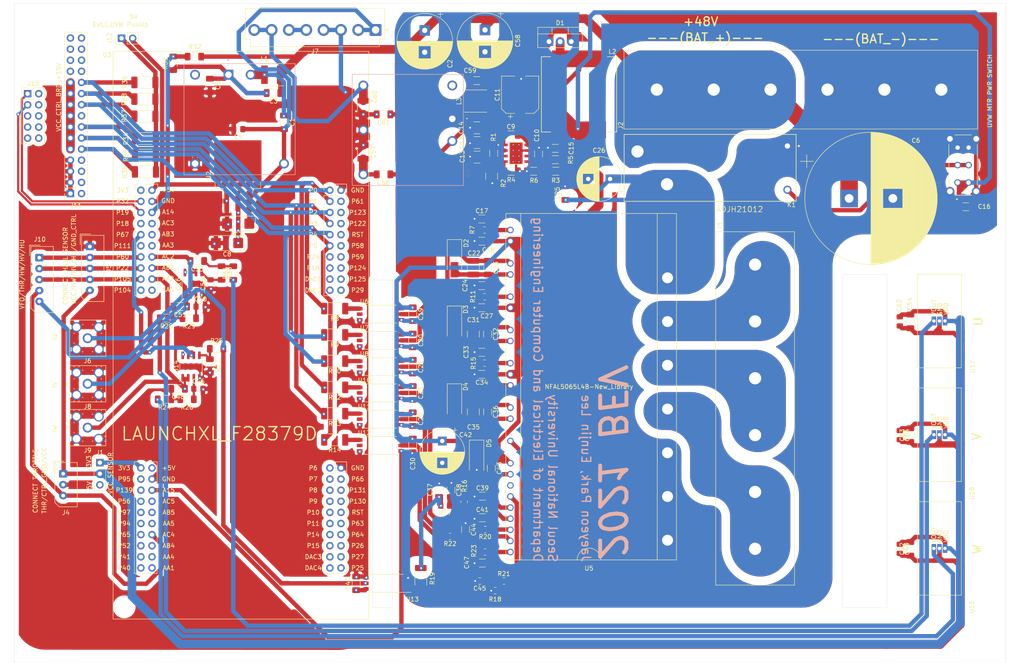
<source format=kicad_pcb>
(kicad_pcb (version 20171130) (host pcbnew "(5.1.8)-1")
  (layers (0 F.Cu signal) (1 VDD power) (2 GND power) (31 B.Cu signal) (34 B.Paste user) (35 F.Paste user) (36 B.SilkS user) (37 F.SilkS user) (38 B.Mask user) (39 F.Mask user) (44 Edge.Cuts user))
  (net 0 "")
  (net 1 +5V)
  (net 2 "Net-(C1-Pad1)")
  (net 3 GND)
  (net 4 VDC)
  (net 5 GND1)
  (net 6 +3V3)
  (net 7 SW_BUCK)
  (net 8 "Net-(C9-Pad1)")
  (net 9 "Net-(C10-Pad1)")
  (net 10 +15V)
  (net 11 "Net-(C15-Pad1)")
  (net 12 "Net-(C17-Pad2)")
  (net 13 "Net-(C22-Pad2)")
  (net 14 "Net-(C22-Pad1)")
  (net 15 "Net-(C24-Pad2)")
  (net 16 "Net-(C25-Pad1)")
  (net 17 "Net-(C31-Pad2)")
  (net 18 "Net-(C31-Pad1)")
  (net 19 "Net-(C33-Pad2)")
  (net 20 "Net-(C35-Pad2)")
  (net 21 "Net-(C35-Pad1)")
  (net 22 /VFO)
  (net 23 "Net-(C38-Pad2)")
  (net 24 "Net-(C39-Pad2)")
  (net 25 "Net-(C41-Pad2)")
  (net 26 "Net-(C44-Pad2)")
  (net 27 "Net-(C45-Pad1)")
  (net 28 "Net-(C46-Pad1)")
  (net 29 "Net-(C47-Pad2)")
  (net 30 "Net-(C48-Pad2)")
  (net 31 IW)
  (net 32 /VCC_SENSOR)
  (net 33 "Net-(C50-Pad1)")
  (net 34 "Net-(C51-Pad2)")
  (net 35 IV)
  (net 36 IU)
  (net 37 "Net-(C53-Pad1)")
  (net 38 "Net-(C55-Pad2)")
  (net 39 /VCC_CTRL_BRD_+15V)
  (net 40 "Net-(C56-Pad1)")
  (net 41 /VCC_CTRL_BRD_-15V)
  (net 42 W)
  (net 43 V)
  (net 44 U)
  (net 45 /THROTTLE)
  (net 46 /HW)
  (net 47 /HV)
  (net 48 /HU)
  (net 49 VFO_5V)
  (net 50 "Net-(J11-Pad30)")
  (net 51 "Net-(J11-Pad29)")
  (net 52 "Net-(J11-Pad28)")
  (net 53 "Net-(J11-Pad27)")
  (net 54 "Net-(J11-Pad26)")
  (net 55 "Net-(J11-Pad25)")
  (net 56 "Net-(J11-Pad24)")
  (net 57 "Net-(J11-Pad23)")
  (net 58 /!CTRL_UL)
  (net 59 /!CTRL_UH)
  (net 60 /!CTRL_VL)
  (net 61 "Net-(J11-Pad16)")
  (net 62 /!CTRL_VH)
  (net 63 /!CTRL_WL)
  (net 64 /!CTRL_WH)
  (net 65 "Net-(J11-Pad8)")
  (net 66 "Net-(J11-Pad6)")
  (net 67 "Net-(J11-Pad4)")
  (net 68 "Net-(J11-Pad2)")
  (net 69 /CTRL_UVW_PULLUP)
  (net 70 "Net-(J13-Pad10)")
  (net 71 "Net-(J13-Pad9)")
  (net 72 "Net-(J13-Pad8)")
  (net 73 "Net-(J13-Pad7)")
  (net 74 "Net-(J13-Pad6)")
  (net 75 "Net-(J13-Pad5)")
  (net 76 "Net-(J13-Pad4)")
  (net 77 /SCIB_TX)
  (net 78 "Net-(J13-Pad2)")
  (net 79 /SCIB_RX)
  (net 80 "Net-(K1-Pad2)")
  (net 81 "Net-(R1-Pad1)")
  (net 82 FB)
  (net 83 "Net-(R4-Pad2)")
  (net 84 UH)
  (net 85 "Net-(R8-Pad1)")
  (net 86 "Net-(R9-Pad1)")
  (net 87 "Net-(R10-Pad1)")
  (net 88 VH)
  (net 89 "Net-(R12-Pad1)")
  (net 90 "Net-(R13-Pad1)")
  (net 91 "Net-(R14-Pad1)")
  (net 92 WH)
  (net 93 "Net-(R19-Pad1)")
  (net 94 UL)
  (net 95 "Net-(R21-Pad2)")
  (net 96 VL)
  (net 97 WL)
  (net 98 "Net-(R24-Pad2)")
  (net 99 "Net-(R25-Pad1)")
  (net 100 "Net-(R28-Pad2)")
  (net 101 "Net-(R31-Pad1)")
  (net 102 /BAT_ADC_DIFF1)
  (net 103 "Net-(U1-Pad6)")
  (net 104 "Net-(U3-Pad80)")
  (net 105 "Net-(U3-Pad79)")
  (net 106 "Net-(U3-Pad78)")
  (net 107 "Net-(U3-Pad77)")
  (net 108 "Net-(U3-Pad76)")
  (net 109 "Net-(U3-Pad75)")
  (net 110 "Net-(U3-Pad74)")
  (net 111 "Net-(U3-Pad73)")
  (net 112 "Net-(U3-Pad72)")
  (net 113 "Net-(U3-Pad70)")
  (net 114 "Net-(U3-Pad69)")
  (net 115 "Net-(U3-Pad68)")
  (net 116 "Net-(U3-Pad67)")
  (net 117 "Net-(U3-Pad66)")
  (net 118 "Net-(U3-Pad65)")
  (net 119 "Net-(U3-Pad64)")
  (net 120 "Net-(U3-Pad63)")
  (net 121 "Net-(U3-Pad62)")
  (net 122 "Net-(U3-Pad60)")
  (net 123 "Net-(U3-Pad59)")
  (net 124 "Net-(U3-Pad58)")
  (net 125 "Net-(U3-Pad57)")
  (net 126 "Net-(U3-Pad50)")
  (net 127 "Net-(U3-Pad49)")
  (net 128 "Net-(U3-Pad48)")
  (net 129 "Net-(U3-Pad47)")
  (net 130 "Net-(U3-Pad46)")
  (net 131 "Net-(U3-Pad45)")
  (net 132 "Net-(U3-Pad44)")
  (net 133 "Net-(U3-Pad43)")
  (net 134 "Net-(U3-Pad42)")
  (net 135 "Net-(U3-Pad71)")
  (net 136 "Net-(U3-Pad40)")
  (net 137 "Net-(U3-Pad39)")
  (net 138 "Net-(U3-Pad38)")
  (net 139 "Net-(U3-Pad36)")
  (net 140 "Net-(U3-Pad35)")
  (net 141 "Net-(U3-Pad34)")
  (net 142 "Net-(U3-Pad30)")
  (net 143 "Net-(U3-Pad29)")
  (net 144 "Net-(U3-Pad28)")
  (net 145 "Net-(U3-Pad27)")
  (net 146 "Net-(U3-Pad26)")
  (net 147 "Net-(U3-Pad25)")
  (net 148 "Net-(U3-Pad24)")
  (net 149 "Net-(U3-Pad23)")
  (net 150 "Net-(U3-Pad22)")
  (net 151 "Net-(U3-Pad20)")
  (net 152 "Net-(U3-Pad16)")
  (net 153 "Net-(U3-Pad15)")
  (net 154 "Net-(U3-Pad14)")
  (net 155 "Net-(U3-Pad10)")
  (net 156 "Net-(U3-Pad6)")
  (net 157 VFO_3V)
  (net 158 "Net-(U3-Pad4)")
  (net 159 "Net-(U5-Pad24)")
  (net 160 "Net-(U6-Pad2)")
  (net 161 "Net-(U7-Pad2)")
  (net 162 "Net-(U8-Pad2)")
  (net 163 "Net-(U9-Pad6)")
  (net 164 "Net-(U10-Pad2)")
  (net 165 "Net-(U11-Pad2)")
  (net 166 "Net-(U12-Pad2)")
  (net 167 "Net-(U13-Pad2)")
  (module Package_TO_SOT_THT:TO-220-3_Vertical (layer F.Cu) (at 134.874 22.352)
    (fp_text reference D1 (at 2.54 -4.27) (layer F.SilkS))
    (fp_text value VFT2080S-E3/4W)
    (pad 3 thru_hole oval (at 5.08 0) (size 1.905 2) (drill 1.1) (layers *.Cu *.Mask) (net 3 GND))
    (pad 2 thru_hole oval (at 2.54 0) (size 1.905 2) (drill 1.1) (layers *.Cu *.Mask) (net 7 SW_BUCK))
    (pad 1 thru_hole rect (at 0 0) (size 1.905 2) (drill 1.1) (layers *.Cu *.Mask) (net 3 GND))
  )
  (module j_modules:LAUNCHXL_F28379D (layer F.Cu) (at 35.2806 24.5872)
    (fp_text reference U3 (at -1.3716 0.8128) (layer F.SilkS))
    (fp_text value LAUNCHXL_F28379D)
    (fp_text user LAUNCHXL_F28379D (at 24.2824 87.4268 180) (layer F.SilkS) (effects (font (size 3 3) (thickness 0.3))))
    (fp_text user P25 (at 55.88 118.11) (layer F.SilkS))
    (fp_text user P27 (at 55.88 115.57) (layer F.SilkS))
    (fp_text user P26 (at 55.88 113.03) (layer F.SilkS))
    (fp_text user P64 (at 55.88 110.49) (layer F.SilkS))
    (fp_text user P63 (at 55.88 107.95) (layer F.SilkS))
    (fp_text user RST (at 55.88 105.41) (layer F.SilkS))
    (fp_text user P130 (at 55.88 102.87) (layer F.SilkS))
    (fp_text user P131 (at 55.88 100.33) (layer F.SilkS))
    (fp_text user P66 (at 55.88 97.79) (layer F.SilkS))
    (fp_text user P29 (at 55.88 54.61) (layer F.SilkS))
    (fp_text user P125 (at 55.88 52.07) (layer F.SilkS))
    (fp_text user P124 (at 55.88 49.53) (layer F.SilkS))
    (fp_text user P59 (at 55.88 46.99) (layer F.SilkS))
    (fp_text user P58 (at 55.88 44.45) (layer F.SilkS))
    (fp_text user RST (at 55.88 41.91) (layer F.SilkS))
    (fp_text user P122 (at 55.88 39.37) (layer F.SilkS))
    (fp_text user P123 (at 55.88 36.83) (layer F.SilkS))
    (fp_text user P61 (at 55.88 34.29) (layer F.SilkS))
    (fp_text user DAC2 (at 45.72 54.61) (layer F.SilkS))
    (fp_text user DAC1 (at 45.72 52.07) (layer F.SilkS))
    (fp_text user P16 (at 45.72 49.53) (layer F.SilkS))
    (fp_text user P24 (at 45.72 46.99) (layer F.SilkS))
    (fp_text user P5 (at 45.72 44.45) (layer F.SilkS))
    (fp_text user P4 (at 45.72 41.91) (layer F.SilkS))
    (fp_text user P3 (at 45.72 39.37) (layer F.SilkS))
    (fp_text user P2 (at 45.72 36.83) (layer F.SilkS))
    (fp_text user P1 (at 45.72 34.29) (layer F.SilkS))
    (fp_text user DAC4 (at 45.72 118.11) (layer F.SilkS))
    (fp_text user DAC3 (at 45.72 115.57) (layer F.SilkS))
    (fp_text user P15 (at 45.72 113.03) (layer F.SilkS))
    (fp_text user P14 (at 45.72 110.49) (layer F.SilkS))
    (fp_text user P11 (at 45.72 107.95) (layer F.SilkS))
    (fp_text user P10 (at 45.72 105.41) (layer F.SilkS))
    (fp_text user P9 (at 45.72 102.87) (layer F.SilkS))
    (fp_text user P8 (at 45.72 100.33) (layer F.SilkS))
    (fp_text user P7 (at 45.72 97.79) (layer F.SilkS))
    (fp_text user P40 (at 2.54 118.11) (layer F.SilkS))
    (fp_text user P41 (at 2.54 115.57) (layer F.SilkS))
    (fp_text user P52 (at 2.54 113.03) (layer F.SilkS))
    (fp_text user P65 (at 2.54 110.49) (layer F.SilkS))
    (fp_text user P94 (at 2.54 107.95) (layer F.SilkS))
    (fp_text user P97 (at 2.54 105.41) (layer F.SilkS))
    (fp_text user P56 (at 2.54 102.87) (layer F.SilkS))
    (fp_text user P139 (at 2.54 100.33) (layer F.SilkS))
    (fp_text user P95 (at 2.54 97.79) (layer F.SilkS))
    (fp_text user AA1 (at 12.7 118.11) (layer F.SilkS))
    (fp_text user AA4 (at 12.7 115.57) (layer F.SilkS))
    (fp_text user AB4 (at 12.7 113.03) (layer F.SilkS))
    (fp_text user AC4 (at 12.7 110.49) (layer F.SilkS))
    (fp_text user AA5 (at 12.7 107.95) (layer F.SilkS))
    (fp_text user AB5 (at 12.7 105.41) (layer F.SilkS))
    (fp_text user AC5 (at 12.7 102.87) (layer F.SilkS))
    (fp_text user A15 (at 12.7 100.33) (layer F.SilkS))
    (fp_text user GND (at 12.7 97.79) (layer F.SilkS))
    (fp_text user GND (at 55.88 95.25) (layer F.SilkS))
    (fp_text user P6 (at 45.72 95.25) (layer F.SilkS))
    (fp_text user 3V3 (at 2.54 95.25) (layer F.SilkS))
    (fp_text user +5V (at 12.7 95.25) (layer F.SilkS))
    (fp_text user P0 (at 45.72 31.75) (layer F.SilkS))
    (fp_text user GND (at 55.88 31.75) (layer F.SilkS))
    (fp_text user P104 (at 2.159 54.61) (layer F.SilkS))
    (fp_text user P105 (at 2.159 52.07) (layer F.SilkS))
    (fp_text user P22 (at 2.159 49.53) (layer F.SilkS))
    (fp_text user P60 (at 2.159 46.99) (layer F.SilkS))
    (fp_text user P111 (at 2.159 44.45) (layer F.SilkS))
    (fp_text user P67 (at 2.159 41.91) (layer F.SilkS))
    (fp_text user P18 (at 2.159 39.37) (layer F.SilkS))
    (fp_text user P19 (at 2.159 36.83) (layer F.SilkS))
    (fp_text user P32 (at 2.159 34.29) (layer F.SilkS))
    (fp_text user AA0 (at 12.573 54.483) (layer F.SilkS))
    (fp_text user AA2 (at 12.573 51.943) (layer F.SilkS))
    (fp_text user AB2 (at 12.573 49.403) (layer F.SilkS))
    (fp_text user AC2 (at 12.573 46.863) (layer F.SilkS))
    (fp_text user AA3 (at 12.573 44.323) (layer F.SilkS))
    (fp_text user AB3 (at 12.573 41.783) (layer F.SilkS))
    (fp_text user AC3 (at 12.573 39.243) (layer F.SilkS))
    (fp_text user A14 (at 12.573 36.703) (layer F.SilkS))
    (fp_text user GND (at 12.573 34.163) (layer F.SilkS))
    (fp_text user +5V (at 12.573 31.623) (layer F.SilkS))
    (fp_text user 3V3 (at 2.159 31.75) (layer F.SilkS))
    (pad 80 thru_hole circle (at 49.53 118.11) (size 1.7 1.7) (drill 1) (layers *.Cu *.Mask) (net 104 "Net-(U3-Pad80)"))
    (pad 79 thru_hole circle (at 49.53 115.57) (size 1.7 1.7) (drill 1) (layers *.Cu *.Mask) (net 105 "Net-(U3-Pad79)"))
    (pad 78 thru_hole circle (at 49.53 113.03) (size 1.7 1.7) (drill 1) (layers *.Cu *.Mask) (net 106 "Net-(U3-Pad78)"))
    (pad 77 thru_hole circle (at 49.53 110.49) (size 1.7 1.7) (drill 1) (layers *.Cu *.Mask) (net 107 "Net-(U3-Pad77)"))
    (pad 76 thru_hole circle (at 49.53 107.95) (size 1.7 1.7) (drill 1) (layers *.Cu *.Mask) (net 108 "Net-(U3-Pad76)"))
    (pad 75 thru_hole circle (at 49.53 105.41) (size 1.7 1.7) (drill 1) (layers *.Cu *.Mask) (net 109 "Net-(U3-Pad75)"))
    (pad 74 thru_hole circle (at 49.53 102.87) (size 1.7 1.7) (drill 1) (layers *.Cu *.Mask) (net 110 "Net-(U3-Pad74)"))
    (pad 73 thru_hole circle (at 49.53 100.33) (size 1.7 1.7) (drill 1) (layers *.Cu *.Mask) (net 111 "Net-(U3-Pad73)"))
    (pad 72 thru_hole circle (at 49.53 97.79) (size 1.7 1.7) (drill 1) (layers *.Cu *.Mask) (net 112 "Net-(U3-Pad72)"))
    (pad 70 thru_hole circle (at 52.07 118.11) (size 1.7 1.7) (drill 1) (layers *.Cu *.Mask) (net 113 "Net-(U3-Pad70)"))
    (pad 69 thru_hole circle (at 52.07 115.57) (size 1.7 1.7) (drill 1) (layers *.Cu *.Mask) (net 114 "Net-(U3-Pad69)"))
    (pad 68 thru_hole circle (at 52.07 113.03) (size 1.7 1.7) (drill 1) (layers *.Cu *.Mask) (net 115 "Net-(U3-Pad68)"))
    (pad 67 thru_hole circle (at 52.07 110.49) (size 1.7 1.7) (drill 1) (layers *.Cu *.Mask) (net 116 "Net-(U3-Pad67)"))
    (pad 66 thru_hole circle (at 52.07 107.95) (size 1.7 1.7) (drill 1) (layers *.Cu *.Mask) (net 117 "Net-(U3-Pad66)"))
    (pad 65 thru_hole circle (at 52.07 105.41) (size 1.7 1.7) (drill 1) (layers *.Cu *.Mask) (net 118 "Net-(U3-Pad65)"))
    (pad 64 thru_hole circle (at 52.07 102.87) (size 1.7 1.7) (drill 1) (layers *.Cu *.Mask) (net 119 "Net-(U3-Pad64)"))
    (pad 63 thru_hole circle (at 52.07 100.33) (size 1.7 1.7) (drill 1) (layers *.Cu *.Mask) (net 120 "Net-(U3-Pad63)"))
    (pad 62 thru_hole circle (at 52.07 97.79) (size 1.7 1.7) (drill 1) (layers *.Cu *.Mask) (net 121 "Net-(U3-Pad62)"))
    (pad 60 thru_hole circle (at 49.53 54.61) (size 1.7 1.7) (drill 1) (layers *.Cu *.Mask) (net 122 "Net-(U3-Pad60)"))
    (pad 59 thru_hole circle (at 49.53 52.07) (size 1.7 1.7) (drill 1) (layers *.Cu *.Mask) (net 123 "Net-(U3-Pad59)"))
    (pad 58 thru_hole circle (at 49.53 49.53) (size 1.7 1.7) (drill 1) (layers *.Cu *.Mask) (net 124 "Net-(U3-Pad58)"))
    (pad 57 thru_hole circle (at 49.53 46.99) (size 1.7 1.7) (drill 1) (layers *.Cu *.Mask) (net 125 "Net-(U3-Pad57)"))
    (pad 56 thru_hole circle (at 49.53 44.45) (size 1.7 1.7) (drill 1) (layers *.Cu *.Mask) (net 63 /!CTRL_WL))
    (pad 55 thru_hole circle (at 49.53 41.91) (size 1.7 1.7) (drill 1) (layers *.Cu *.Mask) (net 64 /!CTRL_WH))
    (pad 54 thru_hole circle (at 49.53 39.37) (size 1.7 1.7) (drill 1) (layers *.Cu *.Mask) (net 60 /!CTRL_VL))
    (pad 53 thru_hole circle (at 49.53 36.83) (size 1.7 1.7) (drill 1) (layers *.Cu *.Mask) (net 62 /!CTRL_VH))
    (pad 52 thru_hole circle (at 49.53 34.29) (size 1.7 1.7) (drill 1) (layers *.Cu *.Mask) (net 58 /!CTRL_UL))
    (pad 50 thru_hole circle (at 52.07 54.61) (size 1.7 1.7) (drill 1) (layers *.Cu *.Mask) (net 126 "Net-(U3-Pad50)"))
    (pad 49 thru_hole circle (at 52.07 52.07) (size 1.7 1.7) (drill 1) (layers *.Cu *.Mask) (net 127 "Net-(U3-Pad49)"))
    (pad 48 thru_hole circle (at 52.07 49.53) (size 1.7 1.7) (drill 1) (layers *.Cu *.Mask) (net 128 "Net-(U3-Pad48)"))
    (pad 47 thru_hole circle (at 52.07 46.99) (size 1.7 1.7) (drill 1) (layers *.Cu *.Mask) (net 129 "Net-(U3-Pad47)"))
    (pad 46 thru_hole circle (at 52.07 44.45) (size 1.7 1.7) (drill 1) (layers *.Cu *.Mask) (net 130 "Net-(U3-Pad46)"))
    (pad 45 thru_hole circle (at 52.07 41.91) (size 1.7 1.7) (drill 1) (layers *.Cu *.Mask) (net 131 "Net-(U3-Pad45)"))
    (pad 44 thru_hole circle (at 52.07 39.37) (size 1.7 1.7) (drill 1) (layers *.Cu *.Mask) (net 132 "Net-(U3-Pad44)"))
    (pad 43 thru_hole circle (at 52.07 36.83) (size 1.7 1.7) (drill 1) (layers *.Cu *.Mask) (net 133 "Net-(U3-Pad43)"))
    (pad 42 thru_hole circle (at 52.07 34.29) (size 1.7 1.7) (drill 1) (layers *.Cu *.Mask) (net 134 "Net-(U3-Pad42)"))
    (pad 71 thru_hole circle (at 49.53 95.25) (size 1.7 1.7) (drill 1) (layers *.Cu *.Mask) (net 135 "Net-(U3-Pad71)"))
    (pad 61 thru_hole circle (at 52.07 95.25) (size 1.7 1.7) (drill 1) (layers *.Cu *.Mask) (net 5 GND1))
    (pad 51 thru_hole circle (at 49.53 31.75) (size 1.7 1.7) (drill 1) (layers *.Cu *.Mask) (net 59 /!CTRL_UH))
    (pad 41 thru_hole circle (at 52.07 31.75) (size 1.7 1.7) (drill 1) (layers *.Cu *.Mask) (net 5 GND1))
    (pad 40 thru_hole circle (at 8.89 118.11) (size 1.7 1.7) (drill 1) (layers *.Cu *.Mask) (net 136 "Net-(U3-Pad40)"))
    (pad 39 thru_hole circle (at 8.89 115.57) (size 1.7 1.7) (drill 1) (layers *.Cu *.Mask) (net 137 "Net-(U3-Pad39)"))
    (pad 38 thru_hole circle (at 8.89 113.03) (size 1.7 1.7) (drill 1) (layers *.Cu *.Mask) (net 138 "Net-(U3-Pad38)"))
    (pad 37 thru_hole circle (at 8.89 110.49) (size 1.7 1.7) (drill 1) (layers *.Cu *.Mask) (net 45 /THROTTLE))
    (pad 36 thru_hole circle (at 8.89 107.95) (size 1.7 1.7) (drill 1) (layers *.Cu *.Mask) (net 139 "Net-(U3-Pad36)"))
    (pad 35 thru_hole circle (at 8.89 105.41) (size 1.7 1.7) (drill 1) (layers *.Cu *.Mask) (net 140 "Net-(U3-Pad35)"))
    (pad 34 thru_hole circle (at 8.89 102.87) (size 1.7 1.7) (drill 1) (layers *.Cu *.Mask) (net 141 "Net-(U3-Pad34)"))
    (pad 33 thru_hole circle (at 8.89 100.33) (size 1.7 1.7) (drill 1) (layers *.Cu *.Mask) (net 3 GND))
    (pad 32 thru_hole circle (at 8.89 97.79) (size 1.7 1.7) (drill 1) (layers *.Cu *.Mask) (net 5 GND1))
    (pad 31 thru_hole circle (at 8.89 95.25) (size 1.7 1.7) (drill 1) (layers *.Cu *.Mask) (net 1 +5V))
    (pad 30 thru_hole circle (at 6.35 118.11) (size 1.7 1.7) (drill 1) (layers *.Cu *.Mask) (net 142 "Net-(U3-Pad30)"))
    (pad 29 thru_hole circle (at 6.35 115.57) (size 1.7 1.7) (drill 1) (layers *.Cu *.Mask) (net 143 "Net-(U3-Pad29)"))
    (pad 28 thru_hole circle (at 6.35 113.03) (size 1.7 1.7) (drill 1) (layers *.Cu *.Mask) (net 144 "Net-(U3-Pad28)"))
    (pad 27 thru_hole circle (at 6.35 110.49) (size 1.7 1.7) (drill 1) (layers *.Cu *.Mask) (net 145 "Net-(U3-Pad27)"))
    (pad 26 thru_hole circle (at 6.35 107.95) (size 1.7 1.7) (drill 1) (layers *.Cu *.Mask) (net 146 "Net-(U3-Pad26)"))
    (pad 25 thru_hole circle (at 6.35 105.41) (size 1.7 1.7) (drill 1) (layers *.Cu *.Mask) (net 147 "Net-(U3-Pad25)"))
    (pad 24 thru_hole circle (at 6.35 102.87) (size 1.7 1.7) (drill 1) (layers *.Cu *.Mask) (net 148 "Net-(U3-Pad24)"))
    (pad 23 thru_hole circle (at 6.35 100.33) (size 1.7 1.7) (drill 1) (layers *.Cu *.Mask) (net 149 "Net-(U3-Pad23)"))
    (pad 22 thru_hole circle (at 6.35 97.79) (size 1.7 1.7) (drill 1) (layers *.Cu *.Mask) (net 150 "Net-(U3-Pad22)"))
    (pad 21 thru_hole circle (at 6.35 95.25) (size 1.7 1.7) (drill 1) (layers *.Cu *.Mask) (net 6 +3V3))
    (pad 20 thru_hole circle (at 8.89 54.61) (size 1.7 1.7) (drill 1) (layers *.Cu *.Mask) (net 151 "Net-(U3-Pad20)"))
    (pad 19 thru_hole circle (at 8.89 52.07) (size 1.7 1.7) (drill 1) (layers *.Cu *.Mask) (net 31 IW))
    (pad 18 thru_hole circle (at 8.89 49.53) (size 1.7 1.7) (drill 1) (layers *.Cu *.Mask) (net 35 IV))
    (pad 17 thru_hole circle (at 8.89 46.99) (size 1.7 1.7) (drill 1) (layers *.Cu *.Mask) (net 36 IU))
    (pad 16 thru_hole circle (at 8.89 44.45) (size 1.7 1.7) (drill 1) (layers *.Cu *.Mask) (net 152 "Net-(U3-Pad16)"))
    (pad 15 thru_hole circle (at 8.89 41.91) (size 1.7 1.7) (drill 1) (layers *.Cu *.Mask) (net 153 "Net-(U3-Pad15)"))
    (pad 14 thru_hole circle (at 8.89 39.37) (size 1.7 1.7) (drill 1) (layers *.Cu *.Mask) (net 154 "Net-(U3-Pad14)"))
    (pad 13 thru_hole circle (at 8.89 36.83) (size 1.7 1.7) (drill 1) (layers *.Cu *.Mask) (net 102 /BAT_ADC_DIFF1))
    (pad 12 thru_hole circle (at 8.89 34.29) (size 1.7 1.7) (drill 1) (layers *.Cu *.Mask) (net 5 GND1))
    (pad 11 thru_hole circle (at 8.89 31.75) (size 1.7 1.7) (drill 1) (layers *.Cu *.Mask) (net 1 +5V))
    (pad 10 thru_hole circle (at 6.35 54.61) (size 1.7 1.7) (drill 1) (layers *.Cu *.Mask) (net 155 "Net-(U3-Pad10)"))
    (pad 9 thru_hole circle (at 6.35 52.07) (size 1.7 1.7) (drill 1) (layers *.Cu *.Mask) (net 46 /HW))
    (pad 8 thru_hole circle (at 6.35 49.53) (size 1.7 1.7) (drill 1) (layers *.Cu *.Mask) (net 47 /HV))
    (pad 7 thru_hole circle (at 6.35 46.99) (size 1.7 1.7) (drill 1) (layers *.Cu *.Mask) (net 48 /HU))
    (pad 6 thru_hole circle (at 6.35 44.45) (size 1.7 1.7) (drill 1) (layers *.Cu *.Mask) (net 156 "Net-(U3-Pad6)"))
    (pad 5 thru_hole circle (at 6.35 41.91) (size 1.7 1.7) (drill 1) (layers *.Cu *.Mask) (net 157 VFO_3V))
    (pad 4 thru_hole circle (at 6.35 39.37) (size 1.7 1.7) (drill 1) (layers *.Cu *.Mask) (net 158 "Net-(U3-Pad4)"))
    (pad 3 thru_hole circle (at 6.35 36.83) (size 1.7 1.7) (drill 1) (layers *.Cu *.Mask) (net 77 /SCIB_TX))
    (pad 2 thru_hole circle (at 6.35 34.29) (size 1.7 1.7) (drill 1) (layers *.Cu *.Mask) (net 79 /SCIB_RX))
    (pad 1 thru_hole circle (at 6.35 31.75) (size 1.7 1.7) (drill 1) (layers *.Cu *.Mask) (net 6 +3V3))
    (pad "" np_thru_hole circle (at 55.88 127) (size 3.175 3.175) (drill 3.175) (layers *.Cu *.Mask))
    (pad "" np_thru_hole circle (at 2.54 127) (size 3.175 3.175) (drill 3.175) (layers *.Cu *.Mask))
    (pad "" np_thru_hole circle (at 55.88 2.54) (size 3.175 3.175) (drill 3.175) (layers *.Cu *.Mask))
    (pad "" np_thru_hole circle (at 2.54 2.54) (size 3.175 3.175) (drill 3.175) (layers *.Cu *.Mask))
  )
  (module j_current_sensor:wcs1x00-xxxx (layer F.Cu) (at 229.08768 122.929101 90)
    (fp_text reference U18 (at -2.7 2.4 90) (layer F.SilkS))
    (fp_text value wcs1800)
    (fp_text user VOUT (at 13.8 -6.3 270) (layer F.SilkS))
    (fp_text user GND (at 13.4 -4.9 90) (layer F.SilkS))
    (fp_text user VDD (at 13.5 -3.5 90) (layer F.SilkS))
    (pad "" np_thru_hole circle (at 17.2 -5.7 90) (size 3 3) (drill 3) (layers *.Cu *.Mask))
    (pad "" np_thru_hole circle (at 4.2 -5.7 90) (size 3 3) (drill 3) (layers *.Cu *.Mask))
    (pad 3 thru_hole rect (at 10.7 -6.27 90) (size 2 1) (drill 0.762) (layers *.Cu *.Mask) (net 100 "Net-(R28-Pad2)"))
    (pad 2 thru_hole rect (at 10.7 -5 90) (size 2 1) (drill 0.762) (layers *.Cu *.Mask) (net 5 GND1))
    (pad 1 thru_hole rect (at 10.7 -3.73 90) (size 2 1) (drill 0.762) (layers *.Cu *.Mask) (net 32 /VCC_SENSOR))
  )
  (module j_current_sensor:wcs1x00-xxxx (layer F.Cu) (at 229.08768 96.929101 90)
    (fp_text reference U17 (at 0.282101 2.56032 90) (layer F.SilkS))
    (fp_text value wcs1800)
    (fp_text user VDD (at 13.5 -3.5 90) (layer F.SilkS))
    (fp_text user GND (at 13.4 -4.9 90) (layer F.SilkS))
    (fp_text user VOUT (at 13.8 -6.3 270) (layer F.SilkS))
    (pad 1 thru_hole rect (at 10.7 -3.73 90) (size 2 1) (drill 0.762) (layers *.Cu *.Mask) (net 32 /VCC_SENSOR))
    (pad 2 thru_hole rect (at 10.7 -5 90) (size 2 1) (drill 0.762) (layers *.Cu *.Mask) (net 5 GND1))
    (pad 3 thru_hole rect (at 10.7 -6.27 90) (size 2 1) (drill 0.762) (layers *.Cu *.Mask) (net 101 "Net-(R31-Pad1)"))
    (pad "" np_thru_hole circle (at 4.2 -5.7 90) (size 3 3) (drill 3) (layers *.Cu *.Mask))
    (pad "" np_thru_hole circle (at 17.2 -5.7 90) (size 3 3) (drill 3) (layers *.Cu *.Mask))
  )
  (module Package_SO:SO-8_3.9x4.9mm_P1.27mm (layer F.Cu) (at 53.594 77.724 90)
    (fp_text reference U16 (at 0 -3.4 90) (layer F.SilkS))
    (fp_text value LM358)
    (pad 8 smd roundrect (at 2.575 -1.905 90) (size 1.75 0.6) (layers F.Cu F.Paste F.Mask) (net 39 /VCC_CTRL_BRD_+15V))
    (pad 7 smd roundrect (at 2.575 -0.635 90) (size 1.75 0.6) (layers F.Cu F.Paste F.Mask) (net 36 IU))
    (pad 6 smd roundrect (at 2.575 0.635 90) (size 1.75 0.6) (layers F.Cu F.Paste F.Mask) (net 36 IU))
    (pad 5 smd roundrect (at 2.575 1.905 90) (size 1.75 0.6) (layers F.Cu F.Paste F.Mask) (net 38 "Net-(C55-Pad2)"))
    (pad 4 smd roundrect (at -2.575 1.905 90) (size 1.75 0.6) (layers F.Cu F.Paste F.Mask) (net 5 GND1))
    (pad 3 smd roundrect (at -2.575 0.635 90) (size 1.75 0.6) (layers F.Cu F.Paste F.Mask) (net 33 "Net-(C50-Pad1)"))
    (pad 2 smd roundrect (at -2.575 -0.635 90) (size 1.75 0.6) (layers F.Cu F.Paste F.Mask) (net 35 IV))
    (pad 1 smd roundrect (at -2.575 -1.905 90) (size 1.75 0.6) (layers F.Cu F.Paste F.Mask) (net 35 IV))
  )
  (module j_current_sensor:wcs1x00-xxxx (layer F.Cu) (at 229.08768 148.929101 90)
    (fp_text reference U15 (at -2.7 2.4 90) (layer F.SilkS))
    (fp_text value wcs1800)
    (fp_text user VOUT (at 13.8 -6.3 270) (layer F.SilkS))
    (fp_text user GND (at 13.4 -4.9 90) (layer F.SilkS))
    (fp_text user VDD (at 13.5 -3.5 90) (layer F.SilkS))
    (pad "" np_thru_hole circle (at 17.2 -5.7 90) (size 3 3) (drill 3) (layers *.Cu *.Mask))
    (pad "" np_thru_hole circle (at 4.2 -5.7 90) (size 3 3) (drill 3) (layers *.Cu *.Mask))
    (pad 3 thru_hole rect (at 10.7 -6.27 90) (size 2 1) (drill 0.762) (layers *.Cu *.Mask) (net 98 "Net-(R24-Pad2)"))
    (pad 2 thru_hole rect (at 10.7 -5 90) (size 2 1) (drill 0.762) (layers *.Cu *.Mask) (net 5 GND1))
    (pad 1 thru_hole rect (at 10.7 -3.73 90) (size 2 1) (drill 0.762) (layers *.Cu *.Mask) (net 32 /VCC_SENSOR))
  )
  (module Package_SO:SO-8_3.9x4.9mm_P1.27mm (layer F.Cu) (at 53.086 96.647 90)
    (fp_text reference U14 (at 0 -3.4 90) (layer F.SilkS))
    (fp_text value LM358)
    (pad 8 smd roundrect (at 2.575 -1.905 90) (size 1.75 0.6) (layers F.Cu F.Paste F.Mask) (net 39 /VCC_CTRL_BRD_+15V))
    (pad 7 smd roundrect (at 2.575 -0.635 90) (size 1.75 0.6) (layers F.Cu F.Paste F.Mask) (net 157 VFO_3V))
    (pad 6 smd roundrect (at 2.575 0.635 90) (size 1.75 0.6) (layers F.Cu F.Paste F.Mask) (net 157 VFO_3V))
    (pad 5 smd roundrect (at 2.575 1.905 90) (size 1.75 0.6) (layers F.Cu F.Paste F.Mask) (net 99 "Net-(R25-Pad1)"))
    (pad 4 smd roundrect (at -2.575 1.905 90) (size 1.75 0.6) (layers F.Cu F.Paste F.Mask) (net 5 GND1))
    (pad 3 smd roundrect (at -2.575 0.635 90) (size 1.75 0.6) (layers F.Cu F.Paste F.Mask) (net 28 "Net-(C46-Pad1)"))
    (pad 2 smd roundrect (at -2.575 -0.635 90) (size 1.75 0.6) (layers F.Cu F.Paste F.Mask) (net 31 IW))
    (pad 1 smd roundrect (at -2.575 -1.905 90) (size 1.75 0.6) (layers F.Cu F.Paste F.Mask) (net 31 IW))
  )
  (module Package_SO:SO-6L_10x3.84mm_P1.27mm (layer F.Cu) (at 97.84842 146.2151 180)
    (fp_text reference U13 (at -5.78358 -3.6449) (layer F.SilkS))
    (fp_text value TLP2748)
    (pad 6 smd rect (at 4.75 -1.27 270) (size 0.8 1.3) (layers F.Cu F.Paste F.Mask) (net 1 +5V))
    (pad 5 smd rect (at 4.75 0 270) (size 0.8 1.3) (layers F.Cu F.Paste F.Mask) (net 49 VFO_5V))
    (pad 4 smd rect (at 4.75 1.27 270) (size 0.8 1.3) (layers F.Cu F.Paste F.Mask) (net 5 GND1))
    (pad 3 smd rect (at -4.75 1.27 270) (size 0.8 1.3) (layers F.Cu F.Paste F.Mask) (net 3 GND))
    (pad 2 smd rect (at -4.75 0 270) (size 0.8 1.3) (layers F.Cu F.Paste F.Mask) (net 167 "Net-(U13-Pad2)"))
    (pad 1 smd rect (at -4.75 -1.27 270) (size 0.8 1.3) (layers F.Cu F.Paste F.Mask) (net 93 "Net-(R19-Pad1)"))
  )
  (module Package_SO:SO-6L_10x3.84mm_P1.27mm (layer F.Cu) (at 96.3676 114.681)
    (fp_text reference U12 (at -3.7 -2.9) (layer F.SilkS))
    (fp_text value TLP2748)
    (pad 6 smd rect (at 4.75 -1.27 90) (size 0.8 1.3) (layers F.Cu F.Paste F.Mask) (net 10 +15V))
    (pad 5 smd rect (at 4.75 0 90) (size 0.8 1.3) (layers F.Cu F.Paste F.Mask) (net 97 WL))
    (pad 4 smd rect (at 4.75 1.27 90) (size 0.8 1.3) (layers F.Cu F.Paste F.Mask) (net 3 GND))
    (pad 3 smd rect (at -4.75 1.27 90) (size 0.8 1.3) (layers F.Cu F.Paste F.Mask) (net 5 GND1))
    (pad 2 smd rect (at -4.75 0 90) (size 0.8 1.3) (layers F.Cu F.Paste F.Mask) (net 166 "Net-(U12-Pad2)"))
    (pad 1 smd rect (at -4.75 -1.27 90) (size 0.8 1.3) (layers F.Cu F.Paste F.Mask) (net 91 "Net-(R14-Pad1)"))
  )
  (module Package_SO:SO-6L_10x3.84mm_P1.27mm (layer F.Cu) (at 96.3676 108.67898)
    (fp_text reference U11 (at -3.7 -2.9) (layer F.SilkS))
    (fp_text value TLP2748)
    (pad 6 smd rect (at 4.75 -1.27 90) (size 0.8 1.3) (layers F.Cu F.Paste F.Mask) (net 10 +15V))
    (pad 5 smd rect (at 4.75 0 90) (size 0.8 1.3) (layers F.Cu F.Paste F.Mask) (net 96 VL))
    (pad 4 smd rect (at 4.75 1.27 90) (size 0.8 1.3) (layers F.Cu F.Paste F.Mask) (net 3 GND))
    (pad 3 smd rect (at -4.75 1.27 90) (size 0.8 1.3) (layers F.Cu F.Paste F.Mask) (net 5 GND1))
    (pad 2 smd rect (at -4.75 0 90) (size 0.8 1.3) (layers F.Cu F.Paste F.Mask) (net 165 "Net-(U11-Pad2)"))
    (pad 1 smd rect (at -4.75 -1.27 90) (size 0.8 1.3) (layers F.Cu F.Paste F.Mask) (net 90 "Net-(R13-Pad1)"))
  )
  (module Package_SO:SO-6L_10x3.84mm_P1.27mm (layer F.Cu) (at 96.3676 102.67696)
    (fp_text reference U10 (at -3.7 -2.9) (layer F.SilkS))
    (fp_text value TLP2748)
    (pad 6 smd rect (at 4.75 -1.27 90) (size 0.8 1.3) (layers F.Cu F.Paste F.Mask) (net 10 +15V))
    (pad 5 smd rect (at 4.75 0 90) (size 0.8 1.3) (layers F.Cu F.Paste F.Mask) (net 94 UL))
    (pad 4 smd rect (at 4.75 1.27 90) (size 0.8 1.3) (layers F.Cu F.Paste F.Mask) (net 3 GND))
    (pad 3 smd rect (at -4.75 1.27 90) (size 0.8 1.3) (layers F.Cu F.Paste F.Mask) (net 5 GND1))
    (pad 2 smd rect (at -4.75 0 90) (size 0.8 1.3) (layers F.Cu F.Paste F.Mask) (net 164 "Net-(U10-Pad2)"))
    (pad 1 smd rect (at -4.75 -1.27 90) (size 0.8 1.3) (layers F.Cu F.Paste F.Mask) (net 89 "Net-(R12-Pad1)"))
  )
  (module PDQE10:CONV_PDQE10-Q48-D15-D (layer B.Cu) (at 102.616 42.545 90)
    (fp_text reference U9 (at -9.8399 13.75566 90) (layer B.SilkS) (effects (font (size 1.001512 1.001512) (thickness 0.015)) (justify mirror)))
    (fp_text value PDQE10-Q48-D15-D)
    (pad 1 thru_hole rect (at 2.54 10.16 90) (size 2.25 2.25) (drill 1.5) (layers *.Cu *.Mask) (net 3 GND))
    (pad 2 thru_hole circle (at -2.54 10.16 90) (size 2.25 2.25) (drill 1.5) (layers *.Cu *.Mask) (net 40 "Net-(C56-Pad1)"))
    (pad 3 thru_hole circle (at -10.16 -10.16 90) (size 2.25 2.25) (drill 1.5) (layers *.Cu *.Mask) (net 39 /VCC_CTRL_BRD_+15V))
    (pad 4 thru_hole circle (at 0 -10.16 90) (size 2.25 2.25) (drill 1.5) (layers *.Cu *.Mask) (net 5 GND1))
    (pad 5 thru_hole circle (at 10.16 -10.16 90) (size 2.25 2.25) (drill 1.5) (layers *.Cu *.Mask) (net 41 /VCC_CTRL_BRD_-15V))
    (pad 6 thru_hole circle (at 10.16 10.16 90) (size 2.25 2.25) (drill 1.5) (layers *.Cu *.Mask) (net 163 "Net-(U9-Pad6)"))
  )
  (module Package_SO:SO-6L_10x3.84mm_P1.27mm (layer F.Cu) (at 96.3676 96.67494)
    (fp_text reference U8 (at -3.7 -2.9) (layer F.SilkS))
    (fp_text value TLP2748)
    (pad 6 smd rect (at 4.75 -1.27 90) (size 0.8 1.3) (layers F.Cu F.Paste F.Mask) (net 10 +15V))
    (pad 5 smd rect (at 4.75 0 90) (size 0.8 1.3) (layers F.Cu F.Paste F.Mask) (net 92 WH))
    (pad 4 smd rect (at 4.75 1.27 90) (size 0.8 1.3) (layers F.Cu F.Paste F.Mask) (net 3 GND))
    (pad 3 smd rect (at -4.75 1.27 90) (size 0.8 1.3) (layers F.Cu F.Paste F.Mask) (net 5 GND1))
    (pad 2 smd rect (at -4.75 0 90) (size 0.8 1.3) (layers F.Cu F.Paste F.Mask) (net 162 "Net-(U8-Pad2)"))
    (pad 1 smd rect (at -4.75 -1.27 90) (size 0.8 1.3) (layers F.Cu F.Paste F.Mask) (net 87 "Net-(R10-Pad1)"))
  )
  (module Package_SO:SO-6L_10x3.84mm_P1.27mm (layer F.Cu) (at 96.3676 90.67292)
    (fp_text reference U7 (at -3.7 -2.9) (layer F.SilkS))
    (fp_text value TLP2748)
    (pad 6 smd rect (at 4.75 -1.27 90) (size 0.8 1.3) (layers F.Cu F.Paste F.Mask) (net 10 +15V))
    (pad 5 smd rect (at 4.75 0 90) (size 0.8 1.3) (layers F.Cu F.Paste F.Mask) (net 88 VH))
    (pad 4 smd rect (at 4.75 1.27 90) (size 0.8 1.3) (layers F.Cu F.Paste F.Mask) (net 3 GND))
    (pad 3 smd rect (at -4.75 1.27 90) (size 0.8 1.3) (layers F.Cu F.Paste F.Mask) (net 5 GND1))
    (pad 2 smd rect (at -4.75 0 90) (size 0.8 1.3) (layers F.Cu F.Paste F.Mask) (net 161 "Net-(U7-Pad2)"))
    (pad 1 smd rect (at -4.75 -1.27 90) (size 0.8 1.3) (layers F.Cu F.Paste F.Mask) (net 86 "Net-(R9-Pad1)"))
  )
  (module Package_SO:SO-6L_10x3.84mm_P1.27mm (layer F.Cu) (at 96.3676 84.6709)
    (fp_text reference U6 (at -3.7 -2.9) (layer F.SilkS))
    (fp_text value TLP2748)
    (pad 6 smd rect (at 4.75 -1.27 90) (size 0.8 1.3) (layers F.Cu F.Paste F.Mask) (net 10 +15V))
    (pad 5 smd rect (at 4.75 0 90) (size 0.8 1.3) (layers F.Cu F.Paste F.Mask) (net 84 UH))
    (pad 4 smd rect (at 4.75 1.27 90) (size 0.8 1.3) (layers F.Cu F.Paste F.Mask) (net 3 GND))
    (pad 3 smd rect (at -4.75 1.27 90) (size 0.8 1.3) (layers F.Cu F.Paste F.Mask) (net 5 GND1))
    (pad 2 smd rect (at -4.75 0 90) (size 0.8 1.3) (layers F.Cu F.Paste F.Mask) (net 160 "Net-(U6-Pad2)"))
    (pad 1 smd rect (at -4.75 -1.27 90) (size 0.8 1.3) (layers F.Cu F.Paste F.Mask) (net 85 "Net-(R8-Pad1)"))
  )
  (module j_IPM:NFAL5065L4B (layer F.Cu) (at 144.0053 101.2571 180)
    (fp_text reference U5 (at 0 -41.529 180) (layer F.SilkS))
    (fp_text value NFAL5065L4B-New_Library (at 0 0 180) (layer F.SilkS))
    (pad 30 thru_hole circle (at 17.95 -37.8 180) (size 1.5 1.5) (drill 1) (layers *.Cu *.Mask) (net 29 "Net-(C47-Pad2)"))
    (pad 29 thru_hole circle (at 17.95 -35.26 180) (size 1.5 1.5) (drill 1) (layers *.Cu *.Mask) (net 26 "Net-(C44-Pad2)"))
    (pad 28 thru_hole circle (at 17.95 -32.72 180) (size 1.5 1.5) (drill 1) (layers *.Cu *.Mask) (net 25 "Net-(C41-Pad2)"))
    (pad 27 thru_hole circle (at 17.95 -30.18 180) (size 1.5 1.5) (drill 1) (layers *.Cu *.Mask) (net 23 "Net-(C38-Pad2)"))
    (pad 26 thru_hole circle (at 17.95 -27.64 180) (size 1.5 1.5) (drill 1) (layers *.Cu *.Mask) (net 24 "Net-(C39-Pad2)"))
    (pad 25 thru_hole circle (at 17.95 -25.1 180) (size 1.5 1.5) (drill 1) (layers *.Cu *.Mask) (net 95 "Net-(R21-Pad2)"))
    (pad 24 thru_hole circle (at 17.95 -22.56 180) (size 1.5 1.5) (drill 1) (layers *.Cu *.Mask) (net 159 "Net-(U5-Pad24)"))
    (pad 23 thru_hole circle (at 17.95 -20.02 180) (size 1.5 1.5) (drill 1) (layers *.Cu *.Mask) (net 3 GND))
    (pad 22 thru_hole circle (at 17.95 -17.48 180) (size 1.5 1.5) (drill 1) (layers *.Cu *.Mask) (net 10 +15V))
    (pad 21 thru_hole circle (at 17.95 -12.4 180) (size 1.5 1.5) (drill 1) (layers *.Cu *.Mask) (net 27 "Net-(C45-Pad1)"))
    (pad 20 thru_hole circle (at 17.95 -7.32 180) (size 1.5 1.5) (drill 1) (layers *.Cu *.Mask) (net 21 "Net-(C35-Pad1)"))
    (pad 19 thru_hole circle (at 17.95 -4.78 180) (size 1.5 1.5) (drill 1) (layers *.Cu *.Mask) (net 20 "Net-(C35-Pad2)"))
    (pad 9 thru_hole circle (at 17.95 33.28 180) (size 1.5 1.5) (drill 1) (layers *.Cu *.Mask) (net 10 +15V))
    (pad 8 thru_hole circle (at 17.95 35.82 180) (size 1.5 1.5) (drill 1) (layers *.Cu *.Mask) (net 12 "Net-(C17-Pad2)"))
    (pad 10 thru_hole circle (at 17.95 28.2 180) (size 1.5 1.5) (drill 1) (layers *.Cu *.Mask) (net 13 "Net-(C22-Pad2)"))
    (pad 11 thru_hole circle (at 17.95 25.66 180) (size 1.5 1.5) (drill 1) (layers *.Cu *.Mask) (net 14 "Net-(C22-Pad1)"))
    (pad 12 thru_hole circle (at 17.95 20.58 180) (size 1.5 1.5) (drill 1) (layers *.Cu *.Mask) (net 15 "Net-(C24-Pad2)"))
    (pad 13 thru_hole circle (at 17.95 18.04 180) (size 1.5 1.5) (drill 1) (layers *.Cu *.Mask) (net 10 +15V))
    (pad 14 thru_hole circle (at 17.95 12.96 180) (size 1.5 1.5) (drill 1) (layers *.Cu *.Mask) (net 17 "Net-(C31-Pad2)"))
    (pad 15 thru_hole circle (at 17.95 10.46 180) (size 1.5 1.5) (drill 1) (layers *.Cu *.Mask) (net 18 "Net-(C31-Pad1)"))
    (pad 16 thru_hole circle (at 17.95 5.38 180) (size 1.5 1.5) (drill 1) (layers *.Cu *.Mask) (net 19 "Net-(C33-Pad2)"))
    (pad 17 thru_hole circle (at 17.95 2.84 180) (size 1.5 1.5) (drill 1) (layers *.Cu *.Mask) (net 10 +15V))
    (pad 1 thru_hole rect (at -17.95 -35.1 180) (size 3.77 3.77) (drill 2.5) (layers *.Cu *.Mask) (net 3 GND))
    (pad 2 thru_hole circle (at -17.95 -25.1 180) (size 3.77 3.77) (drill 2.5) (layers *.Cu *.Mask) (net 3 GND))
    (pad 3 thru_hole circle (at -17.95 -15.1 180) (size 3.77 3.77) (drill 2.5) (layers *.Cu *.Mask) (net 3 GND))
    (pad 4 thru_hole circle (at -17.95 -5.1 180) (size 3.77 3.77) (drill 2.5) (layers *.Cu *.Mask) (net 42 W))
    (pad 5 thru_hole circle (at -17.95 4.9 180) (size 3.77 3.77) (drill 2.5) (layers *.Cu *.Mask) (net 43 V))
    (pad 6 thru_hole circle (at -17.95 14.9 180) (size 3.77 3.77) (drill 2.5) (layers *.Cu *.Mask) (net 44 U))
    (pad 7 thru_hole circle (at -17.95 24.9 180) (size 3.77 3.77) (drill 2.5) (layers *.Cu *.Mask) (net 16 "Net-(C25-Pad1)"))
    (pad 18 thru_hole circle (at 17.95 0.3 180) (size 1.5 1.5) (drill 1) (layers *.Cu *.Mask) (net 3 GND))
  )
  (module j_regulator_switching:NOPB (layer F.Cu) (at 127.3556 47.879)
    (fp_text reference U4 (at -0.075 -3.635) (layer F.SilkS) (effects (font (thickness 0.015))))
    (fp_text value TPS54560BDDA)
    (pad 17 thru_hole circle (at 0.65 1.95) (size 0.3 0.3) (drill 0.2) (layers *.Cu *.Mask))
    (pad 16 thru_hole circle (at -0.65 1.95) (size 0.3 0.3) (drill 0.2) (layers *.Cu *.Mask))
    (pad 15 thru_hole circle (at 0.65 0.65) (size 0.3 0.3) (drill 0.2) (layers *.Cu *.Mask))
    (pad 14 thru_hole circle (at -0.65 0.65) (size 0.3 0.3) (drill 0.2) (layers *.Cu *.Mask))
    (pad 13 thru_hole circle (at 0.65 -0.65) (size 0.3 0.3) (drill 0.2) (layers *.Cu *.Mask))
    (pad 12 thru_hole circle (at -0.65 -0.65) (size 0.3 0.3) (drill 0.2) (layers *.Cu *.Mask))
    (pad 11 thru_hole circle (at 0.65 -1.95) (size 0.3 0.3) (drill 0.2) (layers *.Cu *.Mask))
    (pad 10 thru_hole circle (at -0.65 -1.95) (size 0.3 0.3) (drill 0.2) (layers *.Cu *.Mask))
    (pad 9 smd rect (at 0 0) (size 2.95 4.9) (layers F.Cu) (net 3 GND))
    (pad 8 smd rect (at 2.7 -1.905) (size 1.55 0.6) (layers F.Cu F.Paste) (net 7 SW_BUCK))
    (pad 7 smd rect (at 2.7 -0.635) (size 1.55 0.6) (layers F.Cu F.Paste) (net 3 GND))
    (pad 6 smd rect (at 2.7 0.635) (size 1.55 0.6) (layers F.Cu F.Paste) (net 9 "Net-(C10-Pad1)"))
    (pad 5 smd rect (at 2.7 1.905) (size 1.55 0.6) (layers F.Cu F.Paste) (net 82 FB))
    (pad 4 smd rect (at -2.7 1.905) (size 1.55 0.6) (layers F.Cu F.Paste) (net 83 "Net-(R4-Pad2)"))
    (pad 3 smd rect (at -2.7 0.635) (size 1.55 0.6) (layers F.Cu F.Paste) (net 81 "Net-(R1-Pad1)"))
    (pad 2 smd rect (at -2.7 -0.635) (size 1.55 0.6) (layers F.Cu F.Paste) (net 4 VDC))
    (pad 1 smd rect (at -2.7 -1.905) (size 1.55 0.6) (layers F.Cu F.Paste) (net 8 "Net-(C9-Pad1)"))
  )
  (module Package_TO_SOT_SMD:TO-263-3_TabPin4 (layer F.Cu) (at 63.7731 52.9932 90)
    (fp_text reference U2 (at 0 -6.65 90) (layer F.SilkS))
    (fp_text value SPX1587AT-3.3)
    (pad 4 smd rect (at 3.375 0 90) (size 9.4 10.8) (layers F.Cu F.Mask))
    (pad 3 smd rect (at -5.775 2.54 90) (size 4.6 1.1) (layers F.Cu F.Paste F.Mask) (net 1 +5V))
    (pad 2 smd rect (at -5.775 0 90) (size 4.6 1.1) (layers F.Cu F.Paste F.Mask) (net 6 +3V3))
    (pad 1 smd rect (at -5.775 -2.54 90) (size 4.6 1.1) (layers F.Cu F.Paste F.Mask) (net 5 GND1))
  )
  (module PDQE10:CONV_PDQE10-Q48-S5-D (layer B.Cu) (at 64.1731 40.0812 180)
    (fp_text reference U1 (at -9.8405 13.7567) (layer B.SilkS) (effects (font (size 1.001575 1.001575) (thickness 0.015)) (justify mirror)))
    (fp_text value PDQE10-Q48-S5-D)
    (pad 1 thru_hole rect (at 2.54 10.16 180) (size 2.25 2.25) (drill 1.5) (layers *.Cu *.Mask) (net 3 GND))
    (pad 2 thru_hole circle (at -2.54 10.16 180) (size 2.25 2.25) (drill 1.5) (layers *.Cu *.Mask) (net 2 "Net-(C1-Pad1)"))
    (pad 3 thru_hole circle (at -10.16 -10.16 180) (size 2.25 2.25) (drill 1.5) (layers *.Cu *.Mask) (net 1 +5V))
    (pad 5 thru_hole circle (at 10.16 -10.16 180) (size 2.25 2.25) (drill 1.5) (layers *.Cu *.Mask) (net 5 GND1))
    (pad 6 thru_hole circle (at 10.16 10.16 180) (size 2.25 2.25) (drill 1.5) (layers *.Cu *.Mask) (net 103 "Net-(U1-Pad6)"))
  )
  (module j_switch:SW_EG2219 (layer F.Cu) (at 229.4763 50.5841 90)
    (fp_text reference S1 (at -4.445 -5.715 90) (layer F.SilkS) (effects (font (thickness 0.015))))
    (fp_text value EG2219)
    (pad S4 thru_hole circle (at 6 3 90) (size 1.95 1.95) (drill 1.3) (layers *.Cu *.Mask) (net 3 GND))
    (pad S3 thru_hole circle (at -6 3 90) (size 1.95 1.95) (drill 1.3) (layers *.Cu *.Mask) (net 3 GND))
    (pad S2 thru_hole circle (at 6 -3 90) (size 1.95 1.95) (drill 1.3) (layers *.Cu *.Mask) (net 3 GND))
    (pad S1 thru_hole circle (at -6 -3 90) (size 1.95 1.95) (drill 1.3) (layers *.Cu *.Mask) (net 3 GND))
    (pad 6 thru_hole circle (at 4 1.25 90) (size 1.508 1.508) (drill 1) (layers *.Cu *.Mask) (net 3 GND))
    (pad 5 thru_hole circle (at 0 1.25 90) (size 1.508 1.508) (drill 1) (layers *.Cu *.Mask) (net 80 "Net-(K1-Pad2)"))
    (pad 4 thru_hole circle (at -4 1.25 90) (size 1.508 1.508) (drill 1) (layers *.Cu *.Mask) (net 10 +15V))
    (pad 3 thru_hole circle (at 4 -1.25 90) (size 1.508 1.508) (drill 1) (layers *.Cu *.Mask) (net 3 GND))
    (pad 1 thru_hole circle (at -4 -1.25 90) (size 1.508 1.508) (drill 1) (layers *.Cu *.Mask) (net 10 +15V))
    (pad 2 thru_hole circle (at 0 -1.25 90) (size 1.508 1.508) (drill 1) (layers *.Cu *.Mask) (net 80 "Net-(K1-Pad2)"))
  )
  (module Resistor_SMD:R_2010_5025Metric_Pad1.40x2.65mm_HandSolder (layer F.Cu) (at 42.545 31.6865)
    (fp_text reference R39 (at -4.572 -0.0635 90) (layer F.SilkS))
    (fp_text value 1k)
    (pad 1 smd roundrect (at -2.4 0) (size 1.4 2.65) (layers F.Cu F.Paste F.Mask) (roundrect_rratio 0.1785707142857143) (net 58 /!CTRL_UL))
    (pad 2 smd roundrect (at 2.4 0) (size 1.4 2.65) (layers F.Cu F.Paste F.Mask) (roundrect_rratio 0.1785707142857143) (net 69 /CTRL_UVW_PULLUP))
  )
  (module Resistor_SMD:R_2010_5025Metric_Pad1.40x2.65mm_HandSolder (layer F.Cu) (at 42.545 35.4965)
    (fp_text reference R38 (at -4.699 0.0635 90) (layer F.SilkS))
    (fp_text value 1k)
    (pad 1 smd roundrect (at -2.4 0) (size 1.4 2.65) (layers F.Cu F.Paste F.Mask) (roundrect_rratio 0.1785707142857143) (net 59 /!CTRL_UH))
    (pad 2 smd roundrect (at 2.4 0) (size 1.4 2.65) (layers F.Cu F.Paste F.Mask) (roundrect_rratio 0.1785707142857143) (net 69 /CTRL_UVW_PULLUP))
  )
  (module Resistor_SMD:R_2010_5025Metric_Pad1.40x2.65mm_HandSolder (layer F.Cu) (at 42.545 39.4335)
    (fp_text reference R37 (at -4.699 -0.0635 90) (layer F.SilkS))
    (fp_text value 1k)
    (pad 1 smd roundrect (at -2.4 0) (size 1.4 2.65) (layers F.Cu F.Paste F.Mask) (roundrect_rratio 0.1785707142857143) (net 60 /!CTRL_VL))
    (pad 2 smd roundrect (at 2.4 0) (size 1.4 2.65) (layers F.Cu F.Paste F.Mask) (roundrect_rratio 0.1785707142857143) (net 69 /CTRL_UVW_PULLUP))
  )
  (module Resistor_SMD:R_2010_5025Metric_Pad1.40x2.65mm_HandSolder (layer F.Cu) (at 42.672 52.1335 180)
    (fp_text reference R36 (at 4.699 -0.0635 90) (layer F.SilkS))
    (fp_text value 1k)
    (pad 1 smd roundrect (at -2.4 0 180) (size 1.4 2.65) (layers F.Cu F.Paste F.Mask) (roundrect_rratio 0.1785707142857143) (net 69 /CTRL_UVW_PULLUP))
    (pad 2 smd roundrect (at 2.4 0 180) (size 1.4 2.65) (layers F.Cu F.Paste F.Mask) (roundrect_rratio 0.1785707142857143) (net 64 /!CTRL_WH))
  )
  (module Resistor_SMD:R_2010_5025Metric_Pad1.40x2.65mm_HandSolder (layer F.Cu) (at 42.672 48.3235 180)
    (fp_text reference R35 (at 4.445 -0.0635 90) (layer F.SilkS))
    (fp_text value 1k)
    (pad 1 smd roundrect (at -2.4 0 180) (size 1.4 2.65) (layers F.Cu F.Paste F.Mask) (roundrect_rratio 0.1785707142857143) (net 69 /CTRL_UVW_PULLUP))
    (pad 2 smd roundrect (at 2.4 0 180) (size 1.4 2.65) (layers F.Cu F.Paste F.Mask) (roundrect_rratio 0.1785707142857143) (net 63 /!CTRL_WL))
  )
  (module Resistor_SMD:R_2010_5025Metric_Pad1.40x2.65mm_HandSolder (layer F.Cu) (at 42.672 44.5135 180)
    (fp_text reference R34 (at 4.445 -0.0635 90) (layer F.SilkS))
    (fp_text value 1k)
    (pad 1 smd roundrect (at -2.4 0 180) (size 1.4 2.65) (layers F.Cu F.Paste F.Mask) (roundrect_rratio 0.1785707142857143) (net 69 /CTRL_UVW_PULLUP))
    (pad 2 smd roundrect (at 2.4 0 180) (size 1.4 2.65) (layers F.Cu F.Paste F.Mask) (roundrect_rratio 0.1785707142857143) (net 62 /!CTRL_VH))
  )
  (module Resistor_SMD:R_1206_3216Metric_Pad1.30x1.75mm_HandSolder (layer F.Cu) (at 49.022 27.305 90)
    (fp_text reference R33 (at 0 -1.82 90) (layer F.SilkS))
    (fp_text value 68k)
    (pad 2 smd roundrect (at 1.55 0 90) (size 1.3 1.75) (layers F.Cu F.Paste F.Mask) (roundrect_rratio 0.1923069230769231) (net 102 /BAT_ADC_DIFF1))
    (pad 1 smd roundrect (at -1.55 0 90) (size 1.3 1.75) (layers F.Cu F.Paste F.Mask) (roundrect_rratio 0.1923069230769231) (net 3 GND))
  )
  (module Resistor_SMD:R_1206_3216Metric_Pad1.30x1.75mm_HandSolder (layer F.Cu) (at 53.848 25.781 180)
    (fp_text reference R32 (at -0.127 2.286) (layer F.SilkS))
    (fp_text value 1M)
    (pad 2 smd roundrect (at 1.55 0 180) (size 1.3 1.75) (layers F.Cu F.Paste F.Mask) (roundrect_rratio 0.1923069230769231) (net 102 /BAT_ADC_DIFF1))
    (pad 1 smd roundrect (at -1.55 0 180) (size 1.3 1.75) (layers F.Cu F.Paste F.Mask) (roundrect_rratio 0.1923069230769231) (net 4 VDC))
  )
  (module Resistor_SMD:R_1206_3216Metric_Pad1.30x1.75mm_HandSolder (layer F.Cu) (at 62.738 75.2635 90)
    (fp_text reference R31 (at 0 -1.82 90) (layer F.SilkS))
    (fp_text value 24k)
    (pad 2 smd roundrect (at 1.55 0 90) (size 1.3 1.75) (layers F.Cu F.Paste F.Mask) (roundrect_rratio 0.1923069230769231) (net 37 "Net-(C53-Pad1)"))
    (pad 1 smd roundrect (at -1.55 0 90) (size 1.3 1.75) (layers F.Cu F.Paste F.Mask) (roundrect_rratio 0.1923069230769231) (net 101 "Net-(R31-Pad1)"))
  )
  (module Resistor_SMD:R_1206_3216Metric_Pad1.30x1.75mm_HandSolder (layer F.Cu) (at 60.0645 75.2635 270)
    (fp_text reference R30 (at 0 -1.82 90) (layer F.SilkS))
    (fp_text value 12k)
    (pad 2 smd roundrect (at 1.55 0 270) (size 1.3 1.75) (layers F.Cu F.Paste F.Mask) (roundrect_rratio 0.1923069230769231) (net 38 "Net-(C55-Pad2)"))
    (pad 1 smd roundrect (at -1.55 0 270) (size 1.3 1.75) (layers F.Cu F.Paste F.Mask) (roundrect_rratio 0.1923069230769231) (net 37 "Net-(C53-Pad1)"))
  )
  (module Resistor_SMD:R_1206_3216Metric_Pad1.30x1.75mm_HandSolder (layer F.Cu) (at 52.679 85.598 180)
    (fp_text reference R29 (at 0 -1.82) (layer F.SilkS))
    (fp_text value 12k)
    (pad 2 smd roundrect (at 1.55 0 180) (size 1.3 1.75) (layers F.Cu F.Paste F.Mask) (roundrect_rratio 0.1923069230769231) (net 34 "Net-(C51-Pad2)"))
    (pad 1 smd roundrect (at -1.55 0 180) (size 1.3 1.75) (layers F.Cu F.Paste F.Mask) (roundrect_rratio 0.1923069230769231) (net 33 "Net-(C50-Pad1)"))
  )
  (module Resistor_SMD:R_1206_3216Metric_Pad1.30x1.75mm_HandSolder (layer F.Cu) (at 47.498 85.598 180)
    (fp_text reference R28 (at 0 -1.82) (layer F.SilkS))
    (fp_text value 24k)
    (pad 2 smd roundrect (at 1.55 0 180) (size 1.3 1.75) (layers F.Cu F.Paste F.Mask) (roundrect_rratio 0.1923069230769231) (net 100 "Net-(R28-Pad2)"))
    (pad 1 smd roundrect (at -1.55 0 180) (size 1.3 1.75) (layers F.Cu F.Paste F.Mask) (roundrect_rratio 0.1923069230769231) (net 34 "Net-(C51-Pad2)"))
  )
  (module Resistor_SMD:R_1206_3216Metric_Pad1.30x1.75mm_HandSolder (layer F.Cu) (at 57.404 96.52 270)
    (fp_text reference R27 (at 0 -1.82 90) (layer F.SilkS))
    (fp_text value 24k)
    (pad 2 smd roundrect (at 1.55 0 270) (size 1.3 1.75) (layers F.Cu F.Paste F.Mask) (roundrect_rratio 0.1923069230769231) (net 5 GND1))
    (pad 1 smd roundrect (at -1.55 0 270) (size 1.3 1.75) (layers F.Cu F.Paste F.Mask) (roundrect_rratio 0.1923069230769231) (net 99 "Net-(R25-Pad1)"))
  )
  (module Resistor_SMD:R_1206_3216Metric_Pad1.30x1.75mm_HandSolder (layer F.Cu) (at 52.171 104.14 180)
    (fp_text reference R26 (at 0 -1.82) (layer F.SilkS))
    (fp_text value 12k)
    (pad 2 smd roundrect (at 1.55 0 180) (size 1.3 1.75) (layers F.Cu F.Paste F.Mask) (roundrect_rratio 0.1923069230769231) (net 30 "Net-(C48-Pad2)"))
    (pad 1 smd roundrect (at -1.55 0 180) (size 1.3 1.75) (layers F.Cu F.Paste F.Mask) (roundrect_rratio 0.1923069230769231) (net 28 "Net-(C46-Pad1)"))
  )
  (module Resistor_SMD:R_1206_3216Metric_Pad1.30x1.75mm_HandSolder (layer F.Cu) (at 58.928 92.583)
    (fp_text reference R25 (at 0 -1.82) (layer F.SilkS))
    (fp_text value 12k)
    (pad 2 smd roundrect (at 1.55 0) (size 1.3 1.75) (layers F.Cu F.Paste F.Mask) (roundrect_rratio 0.1923069230769231) (net 49 VFO_5V))
    (pad 1 smd roundrect (at -1.55 0) (size 1.3 1.75) (layers F.Cu F.Paste F.Mask) (roundrect_rratio 0.1923069230769231) (net 99 "Net-(R25-Pad1)"))
  )
  (module Resistor_SMD:R_1206_3216Metric_Pad1.30x1.75mm_HandSolder (layer F.Cu) (at 47.016 104.14 180)
    (fp_text reference R24 (at 0 -1.82) (layer F.SilkS))
    (fp_text value 24k)
    (pad 2 smd roundrect (at 1.55 0 180) (size 1.3 1.75) (layers F.Cu F.Paste F.Mask) (roundrect_rratio 0.1923069230769231) (net 98 "Net-(R24-Pad2)"))
    (pad 1 smd roundrect (at -1.55 0 180) (size 1.3 1.75) (layers F.Cu F.Paste F.Mask) (roundrect_rratio 0.1923069230769231) (net 30 "Net-(C48-Pad2)"))
  )
  (module Resistor_SMD:R_0805_2012Metric_Pad1.20x1.40mm_HandSolder (layer F.Cu) (at 120.2763 139.0571 180)
    (fp_text reference R23 (at 2.5473 0.2461 90) (layer F.SilkS))
    (fp_text value 100)
    (pad 2 smd roundrect (at 1 0 180) (size 1.2 1.4) (layers F.Cu F.Paste F.Mask) (roundrect_rratio 0.2083325) (net 97 WL))
    (pad 1 smd roundrect (at -1 0 180) (size 1.2 1.4) (layers F.Cu F.Paste F.Mask) (roundrect_rratio 0.2083325) (net 29 "Net-(C47-Pad2)"))
  )
  (module Resistor_SMD:R_0805_2012Metric_Pad1.20x1.40mm_HandSolder (layer F.Cu) (at 112.268 135.509 180)
    (fp_text reference R22 (at 0 -1.65) (layer F.SilkS))
    (fp_text value 100)
    (pad 2 smd roundrect (at 1 0 180) (size 1.2 1.4) (layers F.Cu F.Paste F.Mask) (roundrect_rratio 0.2083325) (net 96 VL))
    (pad 1 smd roundrect (at -1 0 180) (size 1.2 1.4) (layers F.Cu F.Paste F.Mask) (roundrect_rratio 0.2083325) (net 26 "Net-(C44-Pad2)"))
  )
  (module Resistor_SMD:R_0805_2012Metric_Pad1.20x1.40mm_HandSolder (layer F.Cu) (at 124.5743 145.6817)
    (fp_text reference R21 (at 0 -1.65) (layer F.SilkS))
    (fp_text value 249)
    (pad 2 smd roundrect (at 1 0) (size 1.2 1.4) (layers F.Cu F.Paste F.Mask) (roundrect_rratio 0.2083325) (net 95 "Net-(R21-Pad2)"))
    (pad 1 smd roundrect (at -1 0) (size 1.2 1.4) (layers F.Cu F.Paste F.Mask) (roundrect_rratio 0.2083325) (net 27 "Net-(C45-Pad1)"))
  )
  (module Resistor_SMD:R_0805_2012Metric_Pad1.20x1.40mm_HandSolder (layer F.Cu) (at 120.2763 133.916725 180)
    (fp_text reference R20 (at 0 -1.65) (layer F.SilkS))
    (fp_text value 100)
    (pad 2 smd roundrect (at 1 0 180) (size 1.2 1.4) (layers F.Cu F.Paste F.Mask) (roundrect_rratio 0.2083325) (net 94 UL))
    (pad 1 smd roundrect (at -1 0 180) (size 1.2 1.4) (layers F.Cu F.Paste F.Mask) (roundrect_rratio 0.2083325) (net 25 "Net-(C41-Pad2)"))
  )
  (module Resistor_SMD:R_2010_5025Metric_Pad1.40x2.65mm_HandSolder (layer F.Cu) (at 105.58018 145.10796 90)
    (fp_text reference R19 (at 0 2.62382 90) (layer F.SilkS))
    (fp_text value 1k)
    (pad 2 smd roundrect (at 2.4 0 90) (size 1.4 2.65) (layers F.Cu F.Paste F.Mask) (roundrect_rratio 0.1785707142857143) (net 22 /VFO))
    (pad 1 smd roundrect (at -2.4 0 90) (size 1.4 2.65) (layers F.Cu F.Paste F.Mask) (roundrect_rratio 0.1785707142857143) (net 93 "Net-(R19-Pad1)"))
  )
  (module Resistor_SMD:R_0805_2012Metric_Pad1.20x1.40mm_HandSolder (layer F.Cu) (at 122.5743 147.8788)
    (fp_text reference R18 (at -0.0193 1.9812) (layer F.SilkS))
    (fp_text value 24)
    (pad 2 smd roundrect (at 1 0) (size 1.2 1.4) (layers F.Cu F.Paste F.Mask) (roundrect_rratio 0.2083325) (net 27 "Net-(C45-Pad1)"))
    (pad 1 smd roundrect (at -1 0) (size 1.2 1.4) (layers F.Cu F.Paste F.Mask) (roundrect_rratio 0.2083325) (net 3 GND))
  )
  (module Resistor_SMD:R_0805_2012Metric_Pad1.20x1.40mm_HandSolder (layer F.Cu) (at 111.1537 128.4715 180)
    (fp_text reference R17 (at 0 -1.65) (layer F.SilkS))
    (fp_text value 100)
    (pad 2 smd roundrect (at 1 0 180) (size 1.2 1.4) (layers F.Cu F.Paste F.Mask) (roundrect_rratio 0.2083325) (net 22 /VFO))
    (pad 1 smd roundrect (at -1 0 180) (size 1.2 1.4) (layers F.Cu F.Paste F.Mask) (roundrect_rratio 0.2083325) (net 23 "Net-(C38-Pad2)"))
  )
  (module Resistor_SMD:R_0805_2012Metric_Pad1.20x1.40mm_HandSolder (layer F.Cu) (at 115.4811 127.5715 270)
    (fp_text reference R16 (at -3.6195 -0.0889 90) (layer F.SilkS))
    (fp_text value 5k)
    (pad 2 smd roundrect (at 1 0 270) (size 1.2 1.4) (layers F.Cu F.Paste F.Mask) (roundrect_rratio 0.2083325) (net 23 "Net-(C38-Pad2)"))
    (pad 1 smd roundrect (at -1 0 270) (size 1.2 1.4) (layers F.Cu F.Paste F.Mask) (roundrect_rratio 0.2083325) (net 10 +15V))
  )
  (module Resistor_SMD:R_0805_2012Metric_Pad1.20x1.40mm_HandSolder (layer F.Cu) (at 120.1493 95.8596 180)
    (fp_text reference R15 (at 2.5473 -0.0254 90) (layer F.SilkS))
    (fp_text value 100)
    (pad 2 smd roundrect (at 1 0 180) (size 1.2 1.4) (layers F.Cu F.Paste F.Mask) (roundrect_rratio 0.2083325) (net 92 WH))
    (pad 1 smd roundrect (at -1 0 180) (size 1.2 1.4) (layers F.Cu F.Paste F.Mask) (roundrect_rratio 0.2083325) (net 19 "Net-(C33-Pad2)"))
  )
  (module Resistor_SMD:R_2010_5025Metric_Pad1.40x2.65mm_HandSolder (layer F.Cu) (at 85.92058 113.411 180)
    (fp_text reference R14 (at 0 -2.28) (layer F.SilkS))
    (fp_text value 1k)
    (pad 2 smd roundrect (at 2.4 0 180) (size 1.4 2.65) (layers F.Cu F.Paste F.Mask) (roundrect_rratio 0.1785707142857143) (net 63 /!CTRL_WL))
    (pad 1 smd roundrect (at -2.4 0 180) (size 1.4 2.65) (layers F.Cu F.Paste F.Mask) (roundrect_rratio 0.1785707142857143) (net 91 "Net-(R14-Pad1)"))
  )
  (module Resistor_SMD:R_2010_5025Metric_Pad1.40x2.65mm_HandSolder (layer F.Cu) (at 85.92058 107.40898 180)
    (fp_text reference R13 (at 0 -2.28) (layer F.SilkS))
    (fp_text value 1k)
    (pad 2 smd roundrect (at 2.4 0 180) (size 1.4 2.65) (layers F.Cu F.Paste F.Mask) (roundrect_rratio 0.1785707142857143) (net 60 /!CTRL_VL))
    (pad 1 smd roundrect (at -2.4 0 180) (size 1.4 2.65) (layers F.Cu F.Paste F.Mask) (roundrect_rratio 0.1785707142857143) (net 90 "Net-(R13-Pad1)"))
  )
  (module Resistor_SMD:R_2010_5025Metric_Pad1.40x2.65mm_HandSolder (layer F.Cu) (at 85.92058 101.40696 180)
    (fp_text reference R12 (at 0 -2.28) (layer F.SilkS))
    (fp_text value 1k)
    (pad 2 smd roundrect (at 2.4 0 180) (size 1.4 2.65) (layers F.Cu F.Paste F.Mask) (roundrect_rratio 0.1785707142857143) (net 58 /!CTRL_UL))
    (pad 1 smd roundrect (at -2.4 0 180) (size 1.4 2.65) (layers F.Cu F.Paste F.Mask) (roundrect_rratio 0.1785707142857143) (net 89 "Net-(R12-Pad1)"))
  )
  (module Resistor_SMD:R_0805_2012Metric_Pad1.20x1.40mm_HandSolder (layer F.Cu) (at 120.1493 80.68818 180)
    (fp_text reference R11 (at 2.6743 0.04318 90) (layer F.SilkS))
    (fp_text value 100)
    (pad 2 smd roundrect (at 1 0 180) (size 1.2 1.4) (layers F.Cu F.Paste F.Mask) (roundrect_rratio 0.2083325) (net 88 VH))
    (pad 1 smd roundrect (at -1 0 180) (size 1.2 1.4) (layers F.Cu F.Paste F.Mask) (roundrect_rratio 0.2083325) (net 15 "Net-(C24-Pad2)"))
  )
  (module Resistor_SMD:R_2010_5025Metric_Pad1.40x2.65mm_HandSolder (layer F.Cu) (at 85.92058 95.40494 180)
    (fp_text reference R10 (at 0 -2.28) (layer F.SilkS))
    (fp_text value 1k)
    (pad 2 smd roundrect (at 2.4 0 180) (size 1.4 2.65) (layers F.Cu F.Paste F.Mask) (roundrect_rratio 0.1785707142857143) (net 64 /!CTRL_WH))
    (pad 1 smd roundrect (at -2.4 0 180) (size 1.4 2.65) (layers F.Cu F.Paste F.Mask) (roundrect_rratio 0.1785707142857143) (net 87 "Net-(R10-Pad1)"))
  )
  (module Resistor_SMD:R_2010_5025Metric_Pad1.40x2.65mm_HandSolder (layer F.Cu) (at 85.92058 89.40292 180)
    (fp_text reference R9 (at 0 -2.28) (layer F.SilkS))
    (fp_text value 1k)
    (pad 2 smd roundrect (at 2.4 0 180) (size 1.4 2.65) (layers F.Cu F.Paste F.Mask) (roundrect_rratio 0.1785707142857143) (net 62 /!CTRL_VH))
    (pad 1 smd roundrect (at -2.4 0 180) (size 1.4 2.65) (layers F.Cu F.Paste F.Mask) (roundrect_rratio 0.1785707142857143) (net 86 "Net-(R9-Pad1)"))
  )
  (module Resistor_SMD:R_2010_5025Metric_Pad1.40x2.65mm_HandSolder (layer F.Cu) (at 85.92058 83.4009 180)
    (fp_text reference R8 (at 0 -2.28) (layer F.SilkS))
    (fp_text value 1k)
    (pad 2 smd roundrect (at 2.4 0 180) (size 1.4 2.65) (layers F.Cu F.Paste F.Mask) (roundrect_rratio 0.1785707142857143) (net 59 /!CTRL_UH))
    (pad 1 smd roundrect (at -2.4 0 180) (size 1.4 2.65) (layers F.Cu F.Paste F.Mask) (roundrect_rratio 0.1785707142857143) (net 85 "Net-(R8-Pad1)"))
  )
  (module Resistor_SMD:R_0805_2012Metric_Pad1.20x1.40mm_HandSolder (layer F.Cu) (at 120.1493 65.4431 180)
    (fp_text reference R7 (at 2.8013 0.0381 90) (layer F.SilkS))
    (fp_text value 100)
    (pad 2 smd roundrect (at 1 0 180) (size 1.2 1.4) (layers F.Cu F.Paste F.Mask) (roundrect_rratio 0.2083325) (net 84 UH))
    (pad 1 smd roundrect (at -1 0 180) (size 1.2 1.4) (layers F.Cu F.Paste F.Mask) (roundrect_rratio 0.2083325) (net 12 "Net-(C17-Pad2)"))
  )
  (module Resistor_SMD:R_1206_3216Metric_Pad1.30x1.75mm_HandSolder (layer F.Cu) (at 131.3688 51.9938)
    (fp_text reference R6 (at 0.0762 2.1082) (layer F.SilkS))
    (fp_text value 12.1k)
    (pad 2 smd roundrect (at 1.55 0) (size 1.3 1.75) (layers F.Cu F.Paste F.Mask) (roundrect_rratio 0.1923069230769231) (net 82 FB))
    (pad 1 smd roundrect (at -1.55 0) (size 1.3 1.75) (layers F.Cu F.Paste F.Mask) (roundrect_rratio 0.1923069230769231) (net 3 GND))
  )
  (module Resistor_SMD:R_1206_3216Metric_Pad1.30x1.75mm_HandSolder (layer F.Cu) (at 136.3224 49.3522 180)
    (fp_text reference R5 (at -3.5046 -0.0508 90) (layer F.SilkS))
    (fp_text value 44.2k)
    (pad 2 smd roundrect (at 1.55 0 180) (size 1.3 1.75) (layers F.Cu F.Paste F.Mask) (roundrect_rratio 0.1923069230769231) (net 9 "Net-(C10-Pad1)"))
    (pad 1 smd roundrect (at -1.55 0 180) (size 1.3 1.75) (layers F.Cu F.Paste F.Mask) (roundrect_rratio 0.1923069230769231) (net 11 "Net-(C15-Pad1)"))
  )
  (module Resistor_SMD:R_1206_3216Metric_Pad1.30x1.75mm_HandSolder (layer F.Cu) (at 126.2132 51.9938 180)
    (fp_text reference R4 (at -0.0248 -1.9812) (layer F.SilkS))
    (fp_text value 205k)
    (pad 2 smd roundrect (at 1.55 0 180) (size 1.3 1.75) (layers F.Cu F.Paste F.Mask) (roundrect_rratio 0.1923069230769231) (net 83 "Net-(R4-Pad2)"))
    (pad 1 smd roundrect (at -1.55 0 180) (size 1.3 1.75) (layers F.Cu F.Paste F.Mask) (roundrect_rratio 0.1923069230769231) (net 3 GND))
  )
  (module Resistor_SMD:R_1206_3216Metric_Pad1.30x1.75mm_HandSolder (layer F.Cu) (at 136.4228 51.9938)
    (fp_text reference R3 (at -0.0248 2.1082) (layer F.SilkS))
    (fp_text value 215k)
    (pad 2 smd roundrect (at 1.55 0) (size 1.3 1.75) (layers F.Cu F.Paste F.Mask) (roundrect_rratio 0.1923069230769231) (net 10 +15V))
    (pad 1 smd roundrect (at -1.55 0) (size 1.3 1.75) (layers F.Cu F.Paste F.Mask) (roundrect_rratio 0.1923069230769231) (net 82 FB))
  )
  (module Resistor_SMD:R_1210_3225Metric_Pad1.30x2.65mm_HandSolder (layer F.Cu) (at 121.7676 53.1362 270)
    (fp_text reference R2 (at 1.6008 -2.6924 90) (layer F.SilkS))
    (fp_text value 90.9k)
    (pad 2 smd roundrect (at 1.55 0 270) (size 1.3 2.65) (layers F.Cu F.Paste F.Mask) (roundrect_rratio 0.1923069230769231) (net 3 GND))
    (pad 1 smd roundrect (at -1.55 0 270) (size 1.3 2.65) (layers F.Cu F.Paste F.Mask) (roundrect_rratio 0.1923069230769231) (net 81 "Net-(R1-Pad1)"))
  )
  (module Resistor_SMD:R_1206_3216Metric_Pad1.30x1.75mm_HandSolder (layer F.Cu) (at 122.2248 47.9038 90)
    (fp_text reference R1 (at 3.7078 -0.0508 90) (layer F.SilkS))
    (fp_text value 442k)
    (pad 2 smd roundrect (at 1.55 0 90) (size 1.3 1.75) (layers F.Cu F.Paste F.Mask) (roundrect_rratio 0.1923069230769231) (net 4 VDC))
    (pad 1 smd roundrect (at -1.55 0 90) (size 1.3 1.75) (layers F.Cu F.Paste F.Mask) (roundrect_rratio 0.1923069230769231) (net 81 "Net-(R1-Pad1)"))
  )
  (module Inductor_SMD:L_Taiyo-Yuden_NR-50xx (layer F.Cu) (at 118.11 35.941 180)
    (fp_text reference L3 (at 3.81 0 90) (layer F.SilkS))
    (fp_text value 4.7uH)
    (pad 2 smd rect (at 1.8 0 180) (size 1.5 4.2) (layers F.Cu F.Paste F.Mask) (net 40 "Net-(C56-Pad1)"))
    (pad 1 smd rect (at -1.8 0 180) (size 1.5 4.2) (layers F.Cu F.Paste F.Mask) (net 4 VDC))
  )
  (module Inductor_SMD:L_Vishay_IHLP-6767 (layer F.Cu) (at 141.732 34.417 270)
    (fp_text reference L2 (at -9.779 -7.62) (layer F.SilkS))
    (fp_text value "15uH, Irms>5A")
    (pad 1 smd rect (at -8.1225 0 270) (size 3.825 12.32) (layers F.Cu F.Paste F.Mask) (net 7 SW_BUCK))
    (pad 2 smd rect (at 8.1225 0 270) (size 3.825 12.32) (layers F.Cu F.Paste F.Mask) (net 10 +15V))
  )
  (module Inductor_SMD:L_Taiyo-Yuden_NR-50xx (layer F.Cu) (at 71.6661 29.9212 180)
    (fp_text reference L1 (at 1.8161 3.6322) (layer F.SilkS))
    (fp_text value 4.7uH)
    (pad 2 smd rect (at 1.8 0 180) (size 1.5 4.2) (layers F.Cu F.Paste F.Mask) (net 2 "Net-(C1-Pad1)"))
    (pad 1 smd rect (at -1.8 0 180) (size 1.5 4.2) (layers F.Cu F.Paste F.Mask) (net 4 VDC))
  )
  (module j_power_switch:Panasonic-ADJH21012-MFG (layer F.Cu) (at 171.6913 51.2191 180)
    (fp_text reference K1 (at -19.65 -8.45) (layer F.SilkS) (effects (justify right)))
    (fp_text value ADJH21012 (at -6.7437 -9.4869) (layer F.SilkS) (effects (font (size 1.27 1.27))))
    (pad 3 thru_hole circle (at 9.85 -3.75 180) (size 4.25 4.25) (drill 2.8) (layers *.Cu *.Mask) (net 16 "Net-(C25-Pad1)"))
    (pad 4 thru_hole circle (at 16.6 3.75 180) (size 4.25 4.25) (drill 2.8) (layers *.Cu *.Mask) (net 4 VDC))
    (pad 2 thru_hole circle (at -17.65 -5 180) (size 1.85 1.85) (drill 1.2) (layers *.Cu *.Mask) (net 80 "Net-(K1-Pad2)"))
    (pad 1 thru_hole rect (at -17.65 5 180) (size 1.85 1.85) (drill 1.2) (layers *.Cu *.Mask) (net 3 GND))
  )
  (module Connector_PinHeader_2.54mm:PinHeader_2x05_P2.54mm_Vertical (layer F.Cu) (at 15.748 34.265)
    (fp_text reference J13 (at 1.27 -2.33) (layer F.SilkS))
    (fp_text value "HIF3 2X5")
    (pad 10 thru_hole oval (at 2.54 10.16) (size 1.7 1.7) (drill 1) (layers *.Cu *.Mask) (net 70 "Net-(J13-Pad10)"))
    (pad 9 thru_hole oval (at 0 10.16) (size 1.7 1.7) (drill 1) (layers *.Cu *.Mask) (net 71 "Net-(J13-Pad9)"))
    (pad 8 thru_hole oval (at 2.54 7.62) (size 1.7 1.7) (drill 1) (layers *.Cu *.Mask) (net 72 "Net-(J13-Pad8)"))
    (pad 7 thru_hole oval (at 0 7.62) (size 1.7 1.7) (drill 1) (layers *.Cu *.Mask) (net 73 "Net-(J13-Pad7)"))
    (pad 6 thru_hole oval (at 2.54 5.08) (size 1.7 1.7) (drill 1) (layers *.Cu *.Mask) (net 74 "Net-(J13-Pad6)"))
    (pad 5 thru_hole oval (at 0 5.08) (size 1.7 1.7) (drill 1) (layers *.Cu *.Mask) (net 75 "Net-(J13-Pad5)"))
    (pad 4 thru_hole oval (at 2.54 2.54) (size 1.7 1.7) (drill 1) (layers *.Cu *.Mask) (net 76 "Net-(J13-Pad4)"))
    (pad 3 thru_hole oval (at 0 2.54) (size 1.7 1.7) (drill 1) (layers *.Cu *.Mask) (net 77 /SCIB_TX))
    (pad 2 thru_hole oval (at 2.54 0) (size 1.7 1.7) (drill 1) (layers *.Cu *.Mask) (net 78 "Net-(J13-Pad2)"))
    (pad 1 thru_hole rect (at 0 0) (size 1.7 1.7) (drill 1) (layers *.Cu *.Mask) (net 79 /SCIB_RX))
  )
  (module Connector_PinHeader_2.54mm:PinHeader_1x02_P2.54mm_Vertical (layer F.Cu) (at 37.211 21.59 90)
    (fp_text reference J12 (at 0 -2.794 90) (layer F.SilkS))
    (fp_text value PinHeader01x02)
    (pad 2 thru_hole oval (at 0 2.54 90) (size 1.7 1.7) (drill 1) (layers *.Cu *.Mask) (net 1 +5V))
    (pad 1 thru_hole rect (at 0 0 90) (size 1.7 1.7) (drill 1) (layers *.Cu *.Mask) (net 69 /CTRL_UVW_PULLUP))
  )
  (module Connector_PinSocket_2.54mm:PinSocket_2x15_P2.54mm_Vertical (layer F.Cu) (at 25.527 57.09 180)
    (fp_text reference J11 (at -1.27 -2.77) (layer F.SilkS))
    (fp_text value Hirose_HIF3BA_30PA_2.54DSA)
    (pad 30 thru_hole oval (at -2.54 35.56 180) (size 1.7 1.7) (drill 1) (layers *.Cu *.Mask) (net 50 "Net-(J11-Pad30)"))
    (pad 29 thru_hole oval (at 0 35.56 180) (size 1.7 1.7) (drill 1) (layers *.Cu *.Mask) (net 51 "Net-(J11-Pad29)"))
    (pad 28 thru_hole oval (at -2.54 33.02 180) (size 1.7 1.7) (drill 1) (layers *.Cu *.Mask) (net 52 "Net-(J11-Pad28)"))
    (pad 27 thru_hole oval (at 0 33.02 180) (size 1.7 1.7) (drill 1) (layers *.Cu *.Mask) (net 53 "Net-(J11-Pad27)"))
    (pad 26 thru_hole oval (at -2.54 30.48 180) (size 1.7 1.7) (drill 1) (layers *.Cu *.Mask) (net 54 "Net-(J11-Pad26)"))
    (pad 25 thru_hole oval (at 0 30.48 180) (size 1.7 1.7) (drill 1) (layers *.Cu *.Mask) (net 55 "Net-(J11-Pad25)"))
    (pad 24 thru_hole oval (at -2.54 27.94 180) (size 1.7 1.7) (drill 1) (layers *.Cu *.Mask) (net 56 "Net-(J11-Pad24)"))
    (pad 23 thru_hole oval (at 0 27.94 180) (size 1.7 1.7) (drill 1) (layers *.Cu *.Mask) (net 57 "Net-(J11-Pad23)"))
    (pad 22 thru_hole oval (at -2.54 25.4 180) (size 1.7 1.7) (drill 1) (layers *.Cu *.Mask) (net 58 /!CTRL_UL))
    (pad 21 thru_hole oval (at 0 25.4 180) (size 1.7 1.7) (drill 1) (layers *.Cu *.Mask) (net 39 /VCC_CTRL_BRD_+15V))
    (pad 20 thru_hole oval (at -2.54 22.86 180) (size 1.7 1.7) (drill 1) (layers *.Cu *.Mask) (net 59 /!CTRL_UH))
    (pad 19 thru_hole oval (at 0 22.86 180) (size 1.7 1.7) (drill 1) (layers *.Cu *.Mask) (net 39 /VCC_CTRL_BRD_+15V))
    (pad 18 thru_hole oval (at -2.54 20.32 180) (size 1.7 1.7) (drill 1) (layers *.Cu *.Mask) (net 60 /!CTRL_VL))
    (pad 17 thru_hole oval (at 0 20.32 180) (size 1.7 1.7) (drill 1) (layers *.Cu *.Mask) (net 39 /VCC_CTRL_BRD_+15V))
    (pad 16 thru_hole oval (at -2.54 17.78 180) (size 1.7 1.7) (drill 1) (layers *.Cu *.Mask) (net 61 "Net-(J11-Pad16)"))
    (pad 15 thru_hole oval (at 0 17.78 180) (size 1.7 1.7) (drill 1) (layers *.Cu *.Mask) (net 39 /VCC_CTRL_BRD_+15V))
    (pad 14 thru_hole oval (at -2.54 15.24 180) (size 1.7 1.7) (drill 1) (layers *.Cu *.Mask) (net 62 /!CTRL_VH))
    (pad 13 thru_hole oval (at 0 15.24 180) (size 1.7 1.7) (drill 1) (layers *.Cu *.Mask) (net 39 /VCC_CTRL_BRD_+15V))
    (pad 12 thru_hole oval (at -2.54 12.7 180) (size 1.7 1.7) (drill 1) (layers *.Cu *.Mask) (net 63 /!CTRL_WL))
    (pad 11 thru_hole oval (at 0 12.7 180) (size 1.7 1.7) (drill 1) (layers *.Cu *.Mask) (net 39 /VCC_CTRL_BRD_+15V))
    (pad 10 thru_hole oval (at -2.54 10.16 180) (size 1.7 1.7) (drill 1) (layers *.Cu *.Mask) (net 64 /!CTRL_WH))
    (pad 9 thru_hole oval (at 0 10.16 180) (size 1.7 1.7) (drill 1) (layers *.Cu *.Mask) (net 39 /VCC_CTRL_BRD_+15V))
    (pad 8 thru_hole oval (at -2.54 7.62 180) (size 1.7 1.7) (drill 1) (layers *.Cu *.Mask) (net 65 "Net-(J11-Pad8)"))
    (pad 7 thru_hole oval (at 0 7.62 180) (size 1.7 1.7) (drill 1) (layers *.Cu *.Mask) (net 5 GND1))
    (pad 6 thru_hole oval (at -2.54 5.08 180) (size 1.7 1.7) (drill 1) (layers *.Cu *.Mask) (net 66 "Net-(J11-Pad6)"))
    (pad 5 thru_hole oval (at 0 5.08 180) (size 1.7 1.7) (drill 1) (layers *.Cu *.Mask) (net 5 GND1))
    (pad 4 thru_hole oval (at -2.54 2.54 180) (size 1.7 1.7) (drill 1) (layers *.Cu *.Mask) (net 67 "Net-(J11-Pad4)"))
    (pad 3 thru_hole oval (at 0 2.54 180) (size 1.7 1.7) (drill 1) (layers *.Cu *.Mask) (net 5 GND1))
    (pad 2 thru_hole oval (at -2.54 0 180) (size 1.7 1.7) (drill 1) (layers *.Cu *.Mask) (net 68 "Net-(J11-Pad2)"))
    (pad 1 thru_hole rect (at 0 0 180) (size 1.7 1.7) (drill 1) (layers *.Cu *.Mask) (net 5 GND1))
  )
  (module Connector_Molex:Molex_SPOX_5267-05A_1x05_P2.50mm_Vertical (layer F.Cu) (at 18.415 71.755 270)
    (fp_text reference J10 (at -4.191 -0.127 180) (layer F.SilkS))
    (fp_text value MOLEX_01X05)
    (pad 5 thru_hole oval (at 10 0 270) (size 1.7 1.85) (drill 0.85) (layers *.Cu *.Mask) (net 49 VFO_5V))
    (pad 4 thru_hole oval (at 7.5 0 270) (size 1.7 1.85) (drill 0.85) (layers *.Cu *.Mask) (net 45 /THROTTLE))
    (pad 3 thru_hole oval (at 5 0 270) (size 1.7 1.85) (drill 0.85) (layers *.Cu *.Mask) (net 46 /HW))
    (pad 2 thru_hole oval (at 2.5 0 270) (size 1.7 1.85) (drill 0.85) (layers *.Cu *.Mask) (net 47 /HV))
    (pad 1 thru_hole roundrect (at 0 0 270) (size 1.7 1.85) (drill 0.85) (layers *.Cu *.Mask) (roundrect_rratio 0.1470588235294118) (net 48 /HU))
  )
  (module Connector_Coaxial:SMA_Amphenol_132203-12_Horizontal (layer F.Cu) (at 29.464 110.617 90)
    (fp_text reference J9 (at -5.2 0) (layer F.SilkS))
    (fp_text value SMA)
    (pad 1 thru_hole circle (at 0 0 90) (size 2.25 2.25) (drill 1.5) (layers *.Cu *.Mask) (net 31 IW))
    (pad 2 thru_hole circle (at 2.54 2.54 180) (size 2.25 2.25) (drill 1.7) (layers *.Cu *.Mask) (net 5 GND1))
    (pad 2 thru_hole circle (at 2.54 -2.54 90) (size 2.25 2.25) (drill 1.7) (layers *.Cu *.Mask) (net 5 GND1))
    (pad 2 thru_hole circle (at -2.54 -2.54 90) (size 2.25 2.25) (drill 1.7) (layers *.Cu *.Mask) (net 5 GND1))
    (pad 2 thru_hole circle (at -2.54 2.54 90) (size 2.25 2.25) (drill 1.7) (layers *.Cu *.Mask) (net 5 GND1))
  )
  (module Connector_Coaxial:SMA_Amphenol_132203-12_Horizontal (layer F.Cu) (at 29.464 100.584 90)
    (fp_text reference J8 (at -5.2 0) (layer F.SilkS))
    (fp_text value SMA)
    (pad 1 thru_hole circle (at 0 0 90) (size 2.25 2.25) (drill 1.5) (layers *.Cu *.Mask) (net 35 IV))
    (pad 2 thru_hole circle (at 2.54 2.54 180) (size 2.25 2.25) (drill 1.7) (layers *.Cu *.Mask) (net 5 GND1))
    (pad 2 thru_hole circle (at 2.54 -2.54 90) (size 2.25 2.25) (drill 1.7) (layers *.Cu *.Mask) (net 5 GND1))
    (pad 2 thru_hole circle (at -2.54 -2.54 90) (size 2.25 2.25) (drill 1.7) (layers *.Cu *.Mask) (net 5 GND1))
    (pad 2 thru_hole circle (at -2.54 2.54 90) (size 2.25 2.25) (drill 1.7) (layers *.Cu *.Mask) (net 5 GND1))
  )
  (module Connector_JST:JST_VH_B8P-VH-B_1x08_P3.96mm_Vertical (layer F.Cu) (at 95.25 19.685 180)
    (fp_text reference J7 (at 13.86 -4.9) (layer F.SilkS))
    (fp_text value JST8P)
    (pad 8 thru_hole circle (at 27.72 0 180) (size 2.7 2.7) (drill 1.7) (layers *.Cu *.Mask) (net 41 /VCC_CTRL_BRD_-15V))
    (pad 7 thru_hole circle (at 23.76 0 180) (size 2.7 2.7) (drill 1.7) (layers *.Cu *.Mask) (net 41 /VCC_CTRL_BRD_-15V))
    (pad 6 thru_hole circle (at 19.8 0 180) (size 2.7 2.7) (drill 1.7) (layers *.Cu *.Mask) (net 39 /VCC_CTRL_BRD_+15V))
    (pad 5 thru_hole circle (at 15.84 0 180) (size 2.7 2.7) (drill 1.7) (layers *.Cu *.Mask) (net 39 /VCC_CTRL_BRD_+15V))
    (pad 4 thru_hole circle (at 11.88 0 180) (size 2.7 2.7) (drill 1.7) (layers *.Cu *.Mask) (net 5 GND1))
    (pad 3 thru_hole circle (at 7.92 0 180) (size 2.7 2.7) (drill 1.7) (layers *.Cu *.Mask) (net 5 GND1))
    (pad 2 thru_hole circle (at 3.96 0 180) (size 2.7 2.7) (drill 1.7) (layers *.Cu *.Mask) (net 1 +5V))
    (pad 1 thru_hole roundrect (at 0 0 180) (size 2.7 2.7) (drill 1.7) (layers *.Cu *.Mask) (roundrect_rratio 0.09259296296296296) (net 1 +5V))
  )
  (module Connector_Coaxial:SMA_Amphenol_132203-12_Horizontal (layer F.Cu) (at 29.464 90.17 90)
    (fp_text reference J6 (at -5.2 0) (layer F.SilkS))
    (fp_text value SMA)
    (pad 1 thru_hole circle (at 0 0 90) (size 2.25 2.25) (drill 1.5) (layers *.Cu *.Mask) (net 36 IU))
    (pad 2 thru_hole circle (at 2.54 2.54 180) (size 2.25 2.25) (drill 1.7) (layers *.Cu *.Mask) (net 5 GND1))
    (pad 2 thru_hole circle (at 2.54 -2.54 90) (size 2.25 2.25) (drill 1.7) (layers *.Cu *.Mask) (net 5 GND1))
    (pad 2 thru_hole circle (at -2.54 -2.54 90) (size 2.25 2.25) (drill 1.7) (layers *.Cu *.Mask) (net 5 GND1))
    (pad 2 thru_hole circle (at -2.54 2.54 90) (size 2.25 2.25) (drill 1.7) (layers *.Cu *.Mask) (net 5 GND1))
  )
  (module Connector_Molex:Molex_SPOX_5267-05A_1x05_P2.50mm_Vertical (layer F.Cu) (at 29.972 69.215 270)
    (fp_text reference J5 (at 5 -4.3 90) (layer F.SilkS))
    (fp_text value MOLEX01x05)
    (pad 5 thru_hole oval (at 10 0 270) (size 1.7 1.85) (drill 0.85) (layers *.Cu *.Mask) (net 32 /VCC_SENSOR))
    (pad 4 thru_hole oval (at 7.5 0 270) (size 1.7 1.85) (drill 0.85) (layers *.Cu *.Mask) (net 46 /HW))
    (pad 3 thru_hole oval (at 5 0 270) (size 1.7 1.85) (drill 0.85) (layers *.Cu *.Mask) (net 47 /HV))
    (pad 2 thru_hole oval (at 2.5 0 270) (size 1.7 1.85) (drill 0.85) (layers *.Cu *.Mask) (net 48 /HU))
    (pad 1 thru_hole roundrect (at 0 0 270) (size 1.7 1.85) (drill 0.85) (layers *.Cu *.Mask) (roundrect_rratio 0.1470588235294118) (net 5 GND1))
  )
  (module Connector_Molex:Molex_SPOX_5267-03A_1x03_P2.50mm_Vertical (layer F.Cu) (at 23.876 121.158 270)
    (fp_text reference J4 (at 8.89 -0.635 180) (layer F.SilkS))
    (fp_text value MOLEX01x03)
    (pad 3 thru_hole oval (at 5 0 270) (size 1.7 1.85) (drill 0.85) (layers *.Cu *.Mask) (net 45 /THROTTLE))
    (pad 2 thru_hole oval (at 2.5 0 270) (size 1.7 1.85) (drill 0.85) (layers *.Cu *.Mask) (net 5 GND1))
    (pad 1 thru_hole roundrect (at 0 0 270) (size 1.7 1.85) (drill 0.85) (layers *.Cu *.Mask) (roundrect_rratio 0.1470588235294118) (net 32 /VCC_SENSOR))
  )
  (module j_terminal:BR-1300C-6P (layer F.Cu) (at 172.9613 65.8241 270)
    (fp_text reference J3 (at -1.3081 -1.0287 90) (layer F.SilkS))
    (fp_text value BR-1300C-6P)
    (pad 1 thru_hole circle (at 7.5 -9 270) (size 5.6 5.6) (drill 2.8) (layers *.Cu *.Mask) (net 44 U))
    (pad 2 thru_hole circle (at 20.5 -9 270) (size 5.6 5.6) (drill 2.8) (layers *.Cu *.Mask) (net 44 U))
    (pad 3 thru_hole circle (at 33.5 -9 270) (size 5.6 5.6) (drill 2.8) (layers *.Cu *.Mask) (net 43 V))
    (pad 4 thru_hole circle (at 46.5 -9 270) (size 5.6 5.6) (drill 2.8) (layers *.Cu *.Mask) (net 43 V))
    (pad 5 thru_hole circle (at 59.5 -9 270) (size 5.6 5.6) (drill 2.8) (layers *.Cu *.Mask) (net 42 W))
    (pad 6 thru_hole circle (at 72.5 -9 270) (size 5.6 5.6) (drill 2.8) (layers *.Cu *.Mask) (net 42 W))
  )
  (module j_terminal:BR-1300C-6P (layer F.Cu) (at 152.0063 42.3291)
    (fp_text reference J2 (at -0.7493 -0.8001 90) (layer F.SilkS))
    (fp_text value BR-1300C-6P)
    (pad 6 thru_hole circle (at 72.5 -9) (size 5.6 5.6) (drill 2.8) (layers *.Cu *.Mask) (net 3 GND))
    (pad 5 thru_hole circle (at 59.5 -9) (size 5.6 5.6) (drill 2.8) (layers *.Cu *.Mask) (net 3 GND))
    (pad 4 thru_hole circle (at 46.5 -9) (size 5.6 5.6) (drill 2.8) (layers *.Cu *.Mask) (net 3 GND))
    (pad 3 thru_hole circle (at 33.5 -9) (size 5.6 5.6) (drill 2.8) (layers *.Cu *.Mask) (net 4 VDC))
    (pad 2 thru_hole circle (at 20.5 -9) (size 5.6 5.6) (drill 2.8) (layers *.Cu *.Mask) (net 4 VDC))
    (pad 1 thru_hole circle (at 7.5 -9) (size 5.6 5.6) (drill 2.8) (layers *.Cu *.Mask) (net 4 VDC))
  )
  (module Connector_PinHeader_2.54mm:PinHeader_1x03_P2.54mm_Vertical (layer F.Cu) (at 32.258 118.618)
    (fp_text reference J1 (at 0 -2.33) (layer F.SilkS))
    (fp_text value PinHeader01x03)
    (pad 3 thru_hole oval (at 0 5.08) (size 1.7 1.7) (drill 1) (layers *.Cu *.Mask) (net 1 +5V))
    (pad 2 thru_hole oval (at 0 2.54) (size 1.7 1.7) (drill 1) (layers *.Cu *.Mask) (net 32 /VCC_SENSOR))
    (pad 1 thru_hole rect (at 0 0) (size 1.7 1.7) (drill 1) (layers *.Cu *.Mask) (net 6 +3V3))
  )
  (module Diode_SMD:D_SMA_Handsoldering (layer F.Cu) (at 118.32844 117.86546 270)
    (fp_text reference D5 (at -3.69246 -2.82956 90) (layer F.SilkS))
    (fp_text value SMAZ22-TP)
    (pad 2 smd rect (at 2.5 0 270) (size 3.5 1.8) (layers F.Cu F.Paste F.Mask) (net 3 GND))
    (pad 1 smd rect (at -2.5 0 270) (size 3.5 1.8) (layers F.Cu F.Paste F.Mask) (net 10 +15V))
  )
  (module Diode_SMD:D_SMA_Handsoldering (layer F.Cu) (at 113.2713 104.9898 270)
    (fp_text reference D4 (at -3.7708 -2.5527 90) (layer F.SilkS))
    (fp_text value SMAZ22-TP)
    (pad 2 smd rect (at 2.5 0 270) (size 3.5 1.8) (layers F.Cu F.Paste F.Mask) (net 21 "Net-(C35-Pad1)"))
    (pad 1 smd rect (at -2.5 0 270) (size 3.5 1.8) (layers F.Cu F.Paste F.Mask) (net 20 "Net-(C35-Pad2)"))
  )
  (module Diode_SMD:D_SMA_Handsoldering (layer F.Cu) (at 113.2713 87.2102 270)
    (fp_text reference D3 (at -3.6442 -2.5527 90) (layer F.SilkS))
    (fp_text value SMAZ22-TP)
    (pad 2 smd rect (at 2.5 0 270) (size 3.5 1.8) (layers F.Cu F.Paste F.Mask) (net 18 "Net-(C31-Pad1)"))
    (pad 1 smd rect (at -2.5 0 270) (size 3.5 1.8) (layers F.Cu F.Paste F.Mask) (net 17 "Net-(C31-Pad2)"))
  )
  (module Diode_SMD:D_SMA_Handsoldering (layer F.Cu) (at 113.2713 72.0206 270)
    (fp_text reference D2 (at -3.5676 -2.6797 90) (layer F.SilkS))
    (fp_text value SMAZ22-TP)
    (pad 2 smd rect (at 2.5 0 270) (size 3.5 1.8) (layers F.Cu F.Paste F.Mask) (net 14 "Net-(C22-Pad1)"))
    (pad 1 smd rect (at -2.5 0 270) (size 3.5 1.8) (layers F.Cu F.Paste F.Mask) (net 13 "Net-(C22-Pad2)"))
  )
  (module Capacitor_SMD:C_0805_2012Metric_Pad1.18x1.45mm_HandSolder (layer F.Cu) (at 215.011 112.3241 270)
    (fp_text reference C64 (at 0 -1.68 90) (layer F.SilkS))
    (fp_text value 10uF/25V)
    (pad 2 smd roundrect (at 1.0375 0 270) (size 1.175 1.45) (layers F.Cu F.Paste F.Mask) (roundrect_rratio 0.2127659574468085) (net 5 GND1))
    (pad 1 smd roundrect (at -1.0375 0 270) (size 1.175 1.45) (layers F.Cu F.Paste F.Mask) (roundrect_rratio 0.2127659574468085) (net 32 /VCC_SENSOR))
  )
  (module Capacitor_SMD:C_1206_3216Metric_Pad1.33x1.80mm_HandSolder (layer F.Cu) (at 217.424 112.3241 90)
    (fp_text reference C63 (at 0 -1.85 90) (layer F.SilkS))
    (fp_text value 100nF)
    (pad 2 smd roundrect (at 1.5625 0 90) (size 1.325 1.8) (layers F.Cu F.Paste F.Mask) (roundrect_rratio 0.1886777358490566) (net 32 /VCC_SENSOR))
    (pad 1 smd roundrect (at -1.5625 0 90) (size 1.325 1.8) (layers F.Cu F.Paste F.Mask) (roundrect_rratio 0.1886777358490566) (net 5 GND1))
  )
  (module Capacitor_SMD:C_0805_2012Metric_Pad1.18x1.45mm_HandSolder (layer F.Cu) (at 215.011 86.3241 270)
    (fp_text reference C62 (at -3.6471 0.127 90) (layer F.SilkS))
    (fp_text value 10uF/25V)
    (pad 2 smd roundrect (at 1.0375 0 270) (size 1.175 1.45) (layers F.Cu F.Paste F.Mask) (roundrect_rratio 0.2127659574468085) (net 5 GND1))
    (pad 1 smd roundrect (at -1.0375 0 270) (size 1.175 1.45) (layers F.Cu F.Paste F.Mask) (roundrect_rratio 0.2127659574468085) (net 32 /VCC_SENSOR))
  )
  (module Capacitor_SMD:C_1206_3216Metric_Pad1.33x1.80mm_HandSolder (layer F.Cu) (at 97.0665 38.989 180)
    (fp_text reference C61 (at 0 -1.85) (layer F.SilkS))
    (fp_text value 1nF/2KV)
    (pad 2 smd roundrect (at 1.5625 0 180) (size 1.325 1.8) (layers F.Cu F.Paste F.Mask) (roundrect_rratio 0.1886777358490566) (net 5 GND1))
    (pad 1 smd roundrect (at -1.5625 0 180) (size 1.325 1.8) (layers F.Cu F.Paste F.Mask) (roundrect_rratio 0.1886777358490566) (net 3 GND))
  )
  (module Capacitor_SMD:C_1210_3225Metric_Pad1.33x2.70mm_HandSolder (layer F.Cu) (at 92.456 37.4265 270)
    (fp_text reference C60 (at -2.5015 -2.54 90) (layer F.SilkS))
    (fp_text value 10uF/100V)
    (pad 2 smd roundrect (at 1.5625 0 270) (size 1.325 2.7) (layers F.Cu F.Paste F.Mask) (roundrect_rratio 0.1886777358490566) (net 5 GND1))
    (pad 1 smd roundrect (at -1.5625 0 270) (size 1.325 2.7) (layers F.Cu F.Paste F.Mask) (roundrect_rratio 0.1886777358490566) (net 41 /VCC_CTRL_BRD_-15V))
  )
  (module Capacitor_SMD:C_1206_3216Metric_Pad1.33x1.80mm_HandSolder (layer F.Cu) (at 118.3636 31.2801 180)
    (fp_text reference C59 (at 1.5236 2.3241) (layer F.SilkS))
    (fp_text value 1uF)
    (pad 2 smd roundrect (at 1.5625 0 180) (size 1.325 1.8) (layers F.Cu F.Paste F.Mask) (roundrect_rratio 0.1886777358490566) (net 3 GND))
    (pad 1 smd roundrect (at -1.5625 0 180) (size 1.325 1.8) (layers F.Cu F.Paste F.Mask) (roundrect_rratio 0.1886777358490566) (net 4 VDC))
  )
  (module Capacitor_THT:CP_Radial_D12.5mm_P5.00mm (layer F.Cu) (at 120.2436 19.685 270)
    (fp_text reference C58 (at 2.5 -7.5 90) (layer F.SilkS))
    (fp_text value 330uF/100V)
    (pad 1 thru_hole rect (at 0 0 270) (size 2.4 2.4) (drill 1.2) (layers *.Cu *.Mask) (net 4 VDC))
    (pad 2 thru_hole circle (at 5 0 270) (size 2.4 2.4) (drill 1.2) (layers *.Cu *.Mask) (net 3 GND))
  )
  (module Capacitor_SMD:C_1210_3225Metric_Pad1.33x2.70mm_HandSolder (layer F.Cu) (at 92.456 47.5865 270)
    (fp_text reference C57 (at 0 -2.3 90) (layer F.SilkS))
    (fp_text value 10uF/100V)
    (pad 2 smd roundrect (at 1.5625 0 270) (size 1.325 2.7) (layers F.Cu F.Paste F.Mask) (roundrect_rratio 0.1886777358490566) (net 39 /VCC_CTRL_BRD_+15V))
    (pad 1 smd roundrect (at -1.5625 0 270) (size 1.325 2.7) (layers F.Cu F.Paste F.Mask) (roundrect_rratio 0.1886777358490566) (net 5 GND1))
  )
  (module Capacitor_SMD:C_1206_3216Metric_Pad1.33x1.80mm_HandSolder (layer F.Cu) (at 97.0665 52.705 180)
    (fp_text reference C56 (at 0 -1.85) (layer F.SilkS))
    (fp_text value 1nF/2KV)
    (pad 2 smd roundrect (at 1.5625 0 180) (size 1.325 1.8) (layers F.Cu F.Paste F.Mask) (roundrect_rratio 0.1886777358490566) (net 39 /VCC_CTRL_BRD_+15V))
    (pad 1 smd roundrect (at -1.5625 0 180) (size 1.325 1.8) (layers F.Cu F.Paste F.Mask) (roundrect_rratio 0.1886777358490566) (net 40 "Net-(C56-Pad1)"))
  )
  (module Capacitor_SMD:C_0805_2012Metric_Pad1.18x1.45mm_HandSolder (layer F.Cu) (at 57.531 77.851 90)
    (fp_text reference C55 (at 0 -1.68 90) (layer F.SilkS))
    (fp_text value 2.2pF)
    (pad 2 smd roundrect (at 1.0375 0 90) (size 1.175 1.45) (layers F.Cu F.Paste F.Mask) (roundrect_rratio 0.2127659574468085) (net 38 "Net-(C55-Pad2)"))
    (pad 1 smd roundrect (at -1.0375 0 90) (size 1.175 1.45) (layers F.Cu F.Paste F.Mask) (roundrect_rratio 0.2127659574468085) (net 5 GND1))
  )
  (module Capacitor_SMD:C_1206_3216Metric_Pad1.33x1.80mm_HandSolder (layer F.Cu) (at 217.424 86.3241 90)
    (fp_text reference C54 (at 4.0281 -0.127 90) (layer F.SilkS))
    (fp_text value 100nF)
    (pad 2 smd roundrect (at 1.5625 0 90) (size 1.325 1.8) (layers F.Cu F.Paste F.Mask) (roundrect_rratio 0.1886777358490566) (net 32 /VCC_SENSOR))
    (pad 1 smd roundrect (at -1.5625 0 90) (size 1.325 1.8) (layers F.Cu F.Paste F.Mask) (roundrect_rratio 0.1886777358490566) (net 5 GND1))
  )
  (module Capacitor_SMD:C_1206_3216Metric_Pad1.33x1.80mm_HandSolder (layer F.Cu) (at 54.5215 72.517 180)
    (fp_text reference C53 (at 0 -1.85) (layer F.SilkS))
    (fp_text value 1nF/2KV)
    (pad 2 smd roundrect (at 1.5625 0 180) (size 1.325 1.8) (layers F.Cu F.Paste F.Mask) (roundrect_rratio 0.1886777358490566) (net 36 IU))
    (pad 1 smd roundrect (at -1.5625 0 180) (size 1.325 1.8) (layers F.Cu F.Paste F.Mask) (roundrect_rratio 0.1886777358490566) (net 37 "Net-(C53-Pad1)"))
  )
  (module Capacitor_SMD:C_1206_3216Metric_Pad1.33x1.80mm_HandSolder (layer F.Cu) (at 217.424 138.3241 90)
    (fp_text reference C52 (at 0 -1.85 90) (layer F.SilkS))
    (fp_text value 100nF)
    (pad 2 smd roundrect (at 1.5625 0 90) (size 1.325 1.8) (layers F.Cu F.Paste F.Mask) (roundrect_rratio 0.1886777358490566) (net 32 /VCC_SENSOR))
    (pad 1 smd roundrect (at -1.5625 0 90) (size 1.325 1.8) (layers F.Cu F.Paste F.Mask) (roundrect_rratio 0.1886777358490566) (net 5 GND1))
  )
  (module Capacitor_SMD:C_1206_3216Metric_Pad1.33x1.80mm_HandSolder (layer F.Cu) (at 50.6105 82.931 180)
    (fp_text reference C51 (at 0 -1.85) (layer F.SilkS))
    (fp_text value 1nF/2KV)
    (pad 2 smd roundrect (at 1.5625 0 180) (size 1.325 1.8) (layers F.Cu F.Paste F.Mask) (roundrect_rratio 0.1886777358490566) (net 34 "Net-(C51-Pad2)"))
    (pad 1 smd roundrect (at -1.5625 0 180) (size 1.325 1.8) (layers F.Cu F.Paste F.Mask) (roundrect_rratio 0.1886777358490566) (net 35 IV))
  )
  (module Capacitor_SMD:C_0805_2012Metric_Pad1.18x1.45mm_HandSolder (layer F.Cu) (at 55.2665 82.931)
    (fp_text reference C50 (at 0 -1.68) (layer F.SilkS))
    (fp_text value 2.2pF)
    (pad 2 smd roundrect (at 1.0375 0) (size 1.175 1.45) (layers F.Cu F.Paste F.Mask) (roundrect_rratio 0.2127659574468085) (net 5 GND1))
    (pad 1 smd roundrect (at -1.0375 0) (size 1.175 1.45) (layers F.Cu F.Paste F.Mask) (roundrect_rratio 0.2127659574468085) (net 33 "Net-(C50-Pad1)"))
  )
  (module Capacitor_SMD:C_0805_2012Metric_Pad1.18x1.45mm_HandSolder (layer F.Cu) (at 215.011 138.3241 270)
    (fp_text reference C49 (at 0 -1.68 90) (layer F.SilkS))
    (fp_text value 10uF/25V)
    (pad 2 smd roundrect (at 1.0375 0 270) (size 1.175 1.45) (layers F.Cu F.Paste F.Mask) (roundrect_rratio 0.2127659574468085) (net 5 GND1))
    (pad 1 smd roundrect (at -1.0375 0 270) (size 1.175 1.45) (layers F.Cu F.Paste F.Mask) (roundrect_rratio 0.2127659574468085) (net 32 /VCC_SENSOR))
  )
  (module Capacitor_SMD:C_1206_3216Metric_Pad1.33x1.80mm_HandSolder (layer F.Cu) (at 50.1265 101.727 180)
    (fp_text reference C48 (at 0 -1.85) (layer F.SilkS))
    (fp_text value 1nF/2KV)
    (pad 2 smd roundrect (at 1.5625 0 180) (size 1.325 1.8) (layers F.Cu F.Paste F.Mask) (roundrect_rratio 0.1886777358490566) (net 30 "Net-(C48-Pad2)"))
    (pad 1 smd roundrect (at -1.5625 0 180) (size 1.325 1.8) (layers F.Cu F.Paste F.Mask) (roundrect_rratio 0.1886777358490566) (net 31 IW))
  )
  (module Capacitor_SMD:C_1206_3216Metric_Pad1.33x1.80mm_HandSolder (layer F.Cu) (at 119.6463 141.5796)
    (fp_text reference C47 (at -3.5683 -0.1016 90) (layer F.SilkS))
    (fp_text value 1nF/2KV)
    (pad 2 smd roundrect (at 1.5625 0) (size 1.325 1.8) (layers F.Cu F.Paste F.Mask) (roundrect_rratio 0.1886777358490566) (net 29 "Net-(C47-Pad2)"))
    (pad 1 smd roundrect (at -1.5625 0) (size 1.325 1.8) (layers F.Cu F.Paste F.Mask) (roundrect_rratio 0.1886777358490566) (net 3 GND))
  )
  (module Capacitor_SMD:C_0805_2012Metric_Pad1.18x1.45mm_HandSolder (layer F.Cu) (at 54.7585 101.727)
    (fp_text reference C46 (at 0 -1.68) (layer F.SilkS))
    (fp_text value 2.2pF)
    (pad 2 smd roundrect (at 1.0375 0) (size 1.175 1.45) (layers F.Cu F.Paste F.Mask) (roundrect_rratio 0.2127659574468085) (net 5 GND1))
    (pad 1 smd roundrect (at -1.0375 0) (size 1.175 1.45) (layers F.Cu F.Paste F.Mask) (roundrect_rratio 0.2127659574468085) (net 28 "Net-(C46-Pad1)"))
  )
  (module Capacitor_SMD:C_0805_2012Metric_Pad1.18x1.45mm_HandSolder (layer F.Cu) (at 119.0463 145.6817 180)
    (fp_text reference C45 (at 0 -1.68) (layer F.SilkS))
    (fp_text value 10nF)
    (pad 2 smd roundrect (at 1.0375 0 180) (size 1.175 1.45) (layers F.Cu F.Paste F.Mask) (roundrect_rratio 0.2127659574468085) (net 3 GND))
    (pad 1 smd roundrect (at -1.0375 0 180) (size 1.175 1.45) (layers F.Cu F.Paste F.Mask) (roundrect_rratio 0.2127659574468085) (net 27 "Net-(C45-Pad1)"))
  )
  (module Capacitor_SMD:C_1206_3216Metric_Pad1.33x1.80mm_HandSolder (layer F.Cu) (at 115.8113 133.916725 270)
    (fp_text reference C44 (at 0 -1.85 90) (layer F.SilkS))
    (fp_text value 1nF/2KV)
    (pad 2 smd roundrect (at 1.5625 0 270) (size 1.325 1.8) (layers F.Cu F.Paste F.Mask) (roundrect_rratio 0.1886777358490566) (net 26 "Net-(C44-Pad2)"))
    (pad 1 smd roundrect (at -1.5625 0 270) (size 1.325 1.8) (layers F.Cu F.Paste F.Mask) (roundrect_rratio 0.1886777358490566) (net 3 GND))
  )
  (module Capacitor_SMD:C_1206_3216Metric_Pad1.33x1.80mm_HandSolder (layer F.Cu) (at 121.69004 119.88546 270)
    (fp_text reference C43 (at 0 -1.85 90) (layer F.SilkS))
    (fp_text value 100nF)
    (pad 2 smd roundrect (at 1.5625 0 270) (size 1.325 1.8) (layers F.Cu F.Paste F.Mask) (roundrect_rratio 0.1886777358490566) (net 3 GND))
    (pad 1 smd roundrect (at -1.5625 0 270) (size 1.325 1.8) (layers F.Cu F.Paste F.Mask) (roundrect_rratio 0.1886777358490566) (net 10 +15V))
  )
  (module Capacitor_THT:CP_Radial_D10.0mm_P5.00mm (layer F.Cu) (at 110.49 113.665 270)
    (fp_text reference C42 (at -1.397 -5.334 180) (layer F.SilkS))
    (fp_text value 100uF/100V)
    (pad 2 thru_hole circle (at 5 0 270) (size 2 2) (drill 1) (layers *.Cu *.Mask) (net 3 GND))
    (pad 1 thru_hole rect (at 0 0 270) (size 2 2) (drill 1) (layers *.Cu *.Mask) (net 10 +15V))
  )
  (module Capacitor_SMD:C_1206_3216Metric_Pad1.33x1.80mm_HandSolder (layer F.Cu) (at 119.6463 131.2291)
    (fp_text reference C41 (at 0 -1.85) (layer F.SilkS))
    (fp_text value 1nF/2KV)
    (pad 2 smd roundrect (at 1.5625 0) (size 1.325 1.8) (layers F.Cu F.Paste F.Mask) (roundrect_rratio 0.1886777358490566) (net 25 "Net-(C41-Pad2)"))
    (pad 1 smd roundrect (at -1.5625 0) (size 1.325 1.8) (layers F.Cu F.Paste F.Mask) (roundrect_rratio 0.1886777358490566) (net 3 GND))
  )
  (module Capacitor_SMD:C_1206_3216Metric_Pad1.33x1.80mm_HandSolder (layer F.Cu) (at 90.8174 146.2151 90)
    (fp_text reference C40 (at 0 -1.85 90) (layer F.SilkS))
    (fp_text value 100nF)
    (pad 2 smd roundrect (at 1.5625 0 90) (size 1.325 1.8) (layers F.Cu F.Paste F.Mask) (roundrect_rratio 0.1886777358490566) (net 5 GND1))
    (pad 1 smd roundrect (at -1.5625 0 90) (size 1.325 1.8) (layers F.Cu F.Paste F.Mask) (roundrect_rratio 0.1886777358490566) (net 1 +5V))
  )
  (module Capacitor_SMD:C_1206_3216Metric_Pad1.33x1.80mm_HandSolder (layer F.Cu) (at 119.659 126.2888)
    (fp_text reference C39 (at 0 -1.85) (layer F.SilkS))
    (fp_text value 1nF/2kV)
    (pad 2 smd roundrect (at 1.5625 0) (size 1.325 1.8) (layers F.Cu F.Paste F.Mask) (roundrect_rratio 0.1886777358490566) (net 24 "Net-(C39-Pad2)"))
    (pad 1 smd roundrect (at -1.5625 0) (size 1.325 1.8) (layers F.Cu F.Paste F.Mask) (roundrect_rratio 0.1886777358490566) (net 3 GND))
  )
  (module Capacitor_SMD:C_1206_3216Metric_Pad1.33x1.80mm_HandSolder (layer F.Cu) (at 112.4585 124.9041 270)
    (fp_text reference C38 (at 0 -1.85 90) (layer F.SilkS))
    (fp_text value 1nF/2KV)
    (pad 2 smd roundrect (at 1.5625 0 270) (size 1.325 1.8) (layers F.Cu F.Paste F.Mask) (roundrect_rratio 0.1886777358490566) (net 23 "Net-(C38-Pad2)"))
    (pad 1 smd roundrect (at -1.5625 0 270) (size 1.325 1.8) (layers F.Cu F.Paste F.Mask) (roundrect_rratio 0.1886777358490566) (net 3 GND))
  )
  (module Capacitor_SMD:C_1206_3216Metric_Pad1.33x1.80mm_HandSolder (layer F.Cu) (at 109.7661 124.9041 270)
    (fp_text reference C37 (at -0.0631 2.0701 270) (layer F.SilkS))
    (fp_text value 1nF/2KV)
    (pad 2 smd roundrect (at 1.5625 0 270) (size 1.325 1.8) (layers F.Cu F.Paste F.Mask) (roundrect_rratio 0.1886777358490566) (net 22 /VFO))
    (pad 1 smd roundrect (at -1.5625 0 270) (size 1.325 1.8) (layers F.Cu F.Paste F.Mask) (roundrect_rratio 0.1886777358490566) (net 3 GND))
  )
  (module Capacitor_SMD:C_1206_3216Metric_Pad1.33x1.80mm_HandSolder (layer F.Cu) (at 120.8493 107.0098 270)
    (fp_text reference C36 (at 0 -1.85 90) (layer F.SilkS))
    (fp_text value 100nF)
    (pad 2 smd roundrect (at 1.5625 0 270) (size 1.325 1.8) (layers F.Cu F.Paste F.Mask) (roundrect_rratio 0.1886777358490566) (net 21 "Net-(C35-Pad1)"))
    (pad 1 smd roundrect (at -1.5625 0 270) (size 1.325 1.8) (layers F.Cu F.Paste F.Mask) (roundrect_rratio 0.1886777358490566) (net 20 "Net-(C35-Pad2)"))
  )
  (module Capacitor_SMD:C_1210_3225Metric_Pad1.33x2.70mm_HandSolder (layer F.Cu) (at 117.5893 107.0098 90)
    (fp_text reference C35 (at -3.4802 0.0127 180) (layer F.SilkS))
    (fp_text value 10uF/100V)
    (pad 2 smd roundrect (at 1.5625 0 90) (size 1.325 2.7) (layers F.Cu F.Paste F.Mask) (roundrect_rratio 0.1886777358490566) (net 20 "Net-(C35-Pad2)"))
    (pad 1 smd roundrect (at -1.5625 0 90) (size 1.325 2.7) (layers F.Cu F.Paste F.Mask) (roundrect_rratio 0.1886777358490566) (net 21 "Net-(C35-Pad1)"))
  )
  (module Capacitor_SMD:C_1206_3216Metric_Pad1.33x1.80mm_HandSolder (layer F.Cu) (at 119.5193 98.4377 180)
    (fp_text reference C34 (at 0 -1.85) (layer F.SilkS))
    (fp_text value 100nF)
    (pad 2 smd roundrect (at 1.5625 0 180) (size 1.325 1.8) (layers F.Cu F.Paste F.Mask) (roundrect_rratio 0.1886777358490566) (net 3 GND))
    (pad 1 smd roundrect (at -1.5625 0 180) (size 1.325 1.8) (layers F.Cu F.Paste F.Mask) (roundrect_rratio 0.1886777358490566) (net 10 +15V))
  )
  (module Capacitor_SMD:C_1206_3216Metric_Pad1.33x1.80mm_HandSolder (layer F.Cu) (at 119.5193 93.3831)
    (fp_text reference C33 (at -3.5683 -0.0381 90) (layer F.SilkS))
    (fp_text value 1nF/2KV)
    (pad 2 smd roundrect (at 1.5625 0) (size 1.325 1.8) (layers F.Cu F.Paste F.Mask) (roundrect_rratio 0.1886777358490566) (net 19 "Net-(C33-Pad2)"))
    (pad 1 smd roundrect (at -1.5625 0) (size 1.325 1.8) (layers F.Cu F.Paste F.Mask) (roundrect_rratio 0.1886777358490566) (net 3 GND))
  )
  (module Capacitor_SMD:C_1206_3216Metric_Pad1.33x1.80mm_HandSolder (layer F.Cu) (at 120.8493 89.2302 270)
    (fp_text reference C32 (at 0 -1.85 90) (layer F.SilkS))
    (fp_text value 100nF)
    (pad 2 smd roundrect (at 1.5625 0 270) (size 1.325 1.8) (layers F.Cu F.Paste F.Mask) (roundrect_rratio 0.1886777358490566) (net 18 "Net-(C31-Pad1)"))
    (pad 1 smd roundrect (at -1.5625 0 270) (size 1.325 1.8) (layers F.Cu F.Paste F.Mask) (roundrect_rratio 0.1886777358490566) (net 17 "Net-(C31-Pad2)"))
  )
  (module Capacitor_SMD:C_1210_3225Metric_Pad1.33x2.70mm_HandSolder (layer F.Cu) (at 117.5893 89.2302 90)
    (fp_text reference C31 (at 3.2512 0.0127 180) (layer F.SilkS))
    (fp_text value 10uF/100V)
    (pad 2 smd roundrect (at 1.5625 0 90) (size 1.325 2.7) (layers F.Cu F.Paste F.Mask) (roundrect_rratio 0.1886777358490566) (net 17 "Net-(C31-Pad2)"))
    (pad 1 smd roundrect (at -1.5625 0 90) (size 1.325 2.7) (layers F.Cu F.Paste F.Mask) (roundrect_rratio 0.1886777358490566) (net 18 "Net-(C31-Pad1)"))
  )
  (module Capacitor_SMD:C_1206_3216Metric_Pad1.33x1.80mm_HandSolder (layer F.Cu) (at 103.7336 114.681 270)
    (fp_text reference C30 (at 4.191 -0.0254 90) (layer F.SilkS))
    (fp_text value 100nF)
    (pad 2 smd roundrect (at 1.5625 0 270) (size 1.325 1.8) (layers F.Cu F.Paste F.Mask) (roundrect_rratio 0.1886777358490566) (net 3 GND))
    (pad 1 smd roundrect (at -1.5625 0 270) (size 1.325 1.8) (layers F.Cu F.Paste F.Mask) (roundrect_rratio 0.1886777358490566) (net 10 +15V))
  )
  (module Capacitor_SMD:C_1206_3216Metric_Pad1.33x1.80mm_HandSolder (layer F.Cu) (at 103.7336 108.67898 270)
    (fp_text reference C29 (at 0 -1.85 90) (layer F.SilkS))
    (fp_text value 100nF)
    (pad 2 smd roundrect (at 1.5625 0 270) (size 1.325 1.8) (layers F.Cu F.Paste F.Mask) (roundrect_rratio 0.1886777358490566) (net 3 GND))
    (pad 1 smd roundrect (at -1.5625 0 270) (size 1.325 1.8) (layers F.Cu F.Paste F.Mask) (roundrect_rratio 0.1886777358490566) (net 10 +15V))
  )
  (module Capacitor_SMD:C_1206_3216Metric_Pad1.33x1.80mm_HandSolder (layer F.Cu) (at 103.7336 102.67696 270)
    (fp_text reference C28 (at 0 -1.85 90) (layer F.SilkS))
    (fp_text value 100nF)
    (pad 2 smd roundrect (at 1.5625 0 270) (size 1.325 1.8) (layers F.Cu F.Paste F.Mask) (roundrect_rratio 0.1886777358490566) (net 3 GND))
    (pad 1 smd roundrect (at -1.5625 0 270) (size 1.325 1.8) (layers F.Cu F.Paste F.Mask) (roundrect_rratio 0.1886777358490566) (net 10 +15V))
  )
  (module Capacitor_SMD:C_1206_3216Metric_Pad1.33x1.80mm_HandSolder (layer F.Cu) (at 119.5193 83.2104 180)
    (fp_text reference C27 (at -1.1307 -1.8796) (layer F.SilkS))
    (fp_text value 100nF)
    (pad 2 smd roundrect (at 1.5625 0 180) (size 1.325 1.8) (layers F.Cu F.Paste F.Mask) (roundrect_rratio 0.1886777358490566) (net 3 GND))
    (pad 1 smd roundrect (at -1.5625 0 180) (size 1.325 1.8) (layers F.Cu F.Paste F.Mask) (roundrect_rratio 0.1886777358490566) (net 10 +15V))
  )
  (module Capacitor_THT:CP_Radial_D10.0mm_P5.00mm (layer F.Cu) (at 148.8313 53.7591 180)
    (fp_text reference C26 (at 2.5273 6.5151) (layer F.SilkS))
    (fp_text value 100uF/100V)
    (pad 2 thru_hole circle (at 5 0 180) (size 2 2) (drill 1) (layers *.Cu *.Mask) (net 3 GND))
    (pad 1 thru_hole rect (at 0 0 180) (size 2 2) (drill 1) (layers *.Cu *.Mask) (net 16 "Net-(C25-Pad1)"))
  )
  (module Capacitor_SMD:C_1206_3216Metric_Pad1.33x1.80mm_HandSolder (layer F.Cu) (at 138.6332 56.9845 90)
    (fp_text reference C25 (at 0 -1.85 90) (layer F.SilkS))
    (fp_text value 100nF)
    (pad 2 smd roundrect (at 1.5625 0 90) (size 1.325 1.8) (layers F.Cu F.Paste F.Mask) (roundrect_rratio 0.1886777358490566) (net 3 GND))
    (pad 1 smd roundrect (at -1.5625 0 90) (size 1.325 1.8) (layers F.Cu F.Paste F.Mask) (roundrect_rratio 0.1886777358490566) (net 16 "Net-(C25-Pad1)"))
  )
  (module Capacitor_SMD:C_1206_3216Metric_Pad1.33x1.80mm_HandSolder (layer F.Cu) (at 119.5193 78.1431)
    (fp_text reference C24 (at -3.8223 -0.0381 90) (layer F.SilkS))
    (fp_text value 1nF/2KV)
    (pad 2 smd roundrect (at 1.5625 0) (size 1.325 1.8) (layers F.Cu F.Paste F.Mask) (roundrect_rratio 0.1886777358490566) (net 15 "Net-(C24-Pad2)"))
    (pad 1 smd roundrect (at -1.5625 0) (size 1.325 1.8) (layers F.Cu F.Paste F.Mask) (roundrect_rratio 0.1886777358490566) (net 3 GND))
  )
  (module Capacitor_SMD:C_1206_3216Metric_Pad1.33x1.80mm_HandSolder (layer F.Cu) (at 120.8913 74.0406 270)
    (fp_text reference C23 (at 0 -1.85 90) (layer F.SilkS))
    (fp_text value 100nF)
    (pad 2 smd roundrect (at 1.5625 0 270) (size 1.325 1.8) (layers F.Cu F.Paste F.Mask) (roundrect_rratio 0.1886777358490566) (net 14 "Net-(C22-Pad1)"))
    (pad 1 smd roundrect (at -1.5625 0 270) (size 1.325 1.8) (layers F.Cu F.Paste F.Mask) (roundrect_rratio 0.1886777358490566) (net 13 "Net-(C22-Pad2)"))
  )
  (module Capacitor_SMD:C_1210_3225Metric_Pad1.33x2.70mm_HandSolder (layer F.Cu) (at 117.5893 74.0406 90)
    (fp_text reference C22 (at 3.3016 0.1397 180) (layer F.SilkS))
    (fp_text value 10uF/100V)
    (pad 2 smd roundrect (at 1.5625 0 90) (size 1.325 2.7) (layers F.Cu F.Paste F.Mask) (roundrect_rratio 0.1886777358490566) (net 13 "Net-(C22-Pad2)"))
    (pad 1 smd roundrect (at -1.5625 0 90) (size 1.325 2.7) (layers F.Cu F.Paste F.Mask) (roundrect_rratio 0.1886777358490566) (net 14 "Net-(C22-Pad1)"))
  )
  (module Capacitor_SMD:C_1206_3216Metric_Pad1.33x1.80mm_HandSolder (layer F.Cu) (at 103.7336 96.67494 270)
    (fp_text reference C21 (at 0 -1.85 90) (layer F.SilkS))
    (fp_text value 100nF)
    (pad 2 smd roundrect (at 1.5625 0 270) (size 1.325 1.8) (layers F.Cu F.Paste F.Mask) (roundrect_rratio 0.1886777358490566) (net 3 GND))
    (pad 1 smd roundrect (at -1.5625 0 270) (size 1.325 1.8) (layers F.Cu F.Paste F.Mask) (roundrect_rratio 0.1886777358490566) (net 10 +15V))
  )
  (module Capacitor_SMD:C_1206_3216Metric_Pad1.33x1.80mm_HandSolder (layer F.Cu) (at 103.7336 90.67292 270)
    (fp_text reference C20 (at 0 -1.85 90) (layer F.SilkS))
    (fp_text value 100nF)
    (pad 2 smd roundrect (at 1.5625 0 270) (size 1.325 1.8) (layers F.Cu F.Paste F.Mask) (roundrect_rratio 0.1886777358490566) (net 3 GND))
    (pad 1 smd roundrect (at -1.5625 0 270) (size 1.325 1.8) (layers F.Cu F.Paste F.Mask) (roundrect_rratio 0.1886777358490566) (net 10 +15V))
  )
  (module Capacitor_SMD:C_1206_3216Metric_Pad1.33x1.80mm_HandSolder (layer F.Cu) (at 103.7336 84.6709 270)
    (fp_text reference C19 (at 0 -1.85 90) (layer F.SilkS))
    (fp_text value 100nF)
    (pad 2 smd roundrect (at 1.5625 0 270) (size 1.325 1.8) (layers F.Cu F.Paste F.Mask) (roundrect_rratio 0.1886777358490566) (net 3 GND))
    (pad 1 smd roundrect (at -1.5625 0 270) (size 1.325 1.8) (layers F.Cu F.Paste F.Mask) (roundrect_rratio 0.1886777358490566) (net 10 +15V))
  )
  (module Capacitor_SMD:C_1206_3216Metric_Pad1.33x1.80mm_HandSolder (layer F.Cu) (at 119.5193 67.9831 180)
    (fp_text reference C18 (at -1.5117 -1.9939) (layer F.SilkS))
    (fp_text value 100nF)
    (pad 2 smd roundrect (at 1.5625 0 180) (size 1.325 1.8) (layers F.Cu F.Paste F.Mask) (roundrect_rratio 0.1886777358490566) (net 3 GND))
    (pad 1 smd roundrect (at -1.5625 0 180) (size 1.325 1.8) (layers F.Cu F.Paste F.Mask) (roundrect_rratio 0.1886777358490566) (net 10 +15V))
  )
  (module Capacitor_SMD:C_1206_3216Metric_Pad1.33x1.80mm_HandSolder (layer F.Cu) (at 119.5193 62.9031)
    (fp_text reference C17 (at 0 -1.85) (layer F.SilkS))
    (fp_text value 1nF/2KV)
    (pad 2 smd roundrect (at 1.5625 0) (size 1.325 1.8) (layers F.Cu F.Paste F.Mask) (roundrect_rratio 0.1886777358490566) (net 12 "Net-(C17-Pad2)"))
    (pad 1 smd roundrect (at -1.5625 0) (size 1.325 1.8) (layers F.Cu F.Paste F.Mask) (roundrect_rratio 0.1886777358490566) (net 3 GND))
  )
  (module Capacitor_SMD:C_1206_3216Metric_Pad1.33x1.80mm_HandSolder (layer F.Cu) (at 230.1113 60.1091)
    (fp_text reference C16 (at 4.2037 -0.0381) (layer F.SilkS))
    (fp_text value 100nF)
    (pad 2 smd roundrect (at 1.5625 0) (size 1.325 1.8) (layers F.Cu F.Paste F.Mask) (roundrect_rratio 0.1886777358490566) (net 3 GND))
    (pad 1 smd roundrect (at -1.5625 0) (size 1.325 1.8) (layers F.Cu F.Paste F.Mask) (roundrect_rratio 0.1886777358490566) (net 10 +15V))
  )
  (module Capacitor_SMD:C_1206_3216Metric_Pad1.33x1.80mm_HandSolder (layer F.Cu) (at 136.3087 46.7614 180)
    (fp_text reference C15 (at -3.6453 0.0254 90) (layer F.SilkS))
    (fp_text value 750pF)
    (pad 2 smd roundrect (at 1.5625 0 180) (size 1.325 1.8) (layers F.Cu F.Paste F.Mask) (roundrect_rratio 0.1886777358490566) (net 3 GND))
    (pad 1 smd roundrect (at -1.5625 0 180) (size 1.325 1.8) (layers F.Cu F.Paste F.Mask) (roundrect_rratio 0.1886777358490566) (net 11 "Net-(C15-Pad1)"))
  )
  (module Capacitor_SMD:C_1210_3225Metric_Pad1.33x2.70mm_HandSolder (layer F.Cu) (at 118.3763 42.0624 180)
    (fp_text reference C14 (at 3.5683 0.0254 90) (layer F.SilkS))
    (fp_text value 2.2uF)
    (pad 2 smd roundrect (at 1.5625 0 180) (size 1.325 2.7) (layers F.Cu F.Paste F.Mask) (roundrect_rratio 0.1886777358490566) (net 3 GND))
    (pad 1 smd roundrect (at -1.5625 0 180) (size 1.325 2.7) (layers F.Cu F.Paste F.Mask) (roundrect_rratio 0.1886777358490566) (net 4 VDC))
  )
  (module Capacitor_SMD:C_1210_3225Metric_Pad1.33x2.70mm_HandSolder (layer F.Cu) (at 118.4279 48.768 180)
    (fp_text reference C13 (at 3.3659 0.127 90) (layer F.SilkS))
    (fp_text value 2.2uF)
    (pad 2 smd roundrect (at 1.5625 0 180) (size 1.325 2.7) (layers F.Cu F.Paste F.Mask) (roundrect_rratio 0.1886777358490566) (net 3 GND))
    (pad 1 smd roundrect (at -1.5625 0 180) (size 1.325 2.7) (layers F.Cu F.Paste F.Mask) (roundrect_rratio 0.1886777358490566) (net 4 VDC))
  )
  (module Capacitor_SMD:C_1210_3225Metric_Pad1.33x2.70mm_HandSolder (layer F.Cu) (at 118.4279 45.4406 180)
    (fp_text reference C12 (at 3.4929 -0.0254 90) (layer F.SilkS))
    (fp_text value 2.2uF)
    (pad 2 smd roundrect (at 1.5625 0 180) (size 1.325 2.7) (layers F.Cu F.Paste F.Mask) (roundrect_rratio 0.1886777358490566) (net 3 GND))
    (pad 1 smd roundrect (at -1.5625 0 180) (size 1.325 2.7) (layers F.Cu F.Paste F.Mask) (roundrect_rratio 0.1886777358490566) (net 4 VDC))
  )
  (module Capacitor_SMD:CP_Elec_8x11.9 (layer F.Cu) (at 128.27 34.498 90)
    (fp_text reference C11 (at 0 -5.2 90) (layer F.SilkS))
    (fp_text value 47uF)
    (pad 2 smd roundrect (at 3.475 0 90) (size 4.15 1.9) (layers F.Cu F.Paste F.Mask) (roundrect_rratio 0.1315778947368421) (net 3 GND))
    (pad 1 smd roundrect (at -3.475 0 90) (size 4.15 1.9) (layers F.Cu F.Paste F.Mask) (roundrect_rratio 0.1315778947368421) (net 10 +15V))
  )
  (module Capacitor_SMD:C_1206_3216Metric_Pad1.33x1.80mm_HandSolder (layer F.Cu) (at 132.4864 48.0437 90)
    (fp_text reference C10 (at 4.2287 -0.4064 90) (layer F.SilkS))
    (fp_text value 8.2pF)
    (pad 2 smd roundrect (at 1.5625 0 90) (size 1.325 1.8) (layers F.Cu F.Paste F.Mask) (roundrect_rratio 0.1886777358490566) (net 3 GND))
    (pad 1 smd roundrect (at -1.5625 0 90) (size 1.325 1.8) (layers F.Cu F.Paste F.Mask) (roundrect_rratio 0.1886777358490566) (net 9 "Net-(C10-Pad1)"))
  )
  (module Capacitor_SMD:C_1206_3216Metric_Pad1.33x1.80mm_HandSolder (layer F.Cu) (at 126.1749 43.6626)
    (fp_text reference C9 (at 0 -1.85) (layer F.SilkS))
    (fp_text value 100nF)
    (pad 2 smd roundrect (at 1.5625 0) (size 1.325 1.8) (layers F.Cu F.Paste F.Mask) (roundrect_rratio 0.1886777358490566) (net 7 SW_BUCK))
    (pad 1 smd roundrect (at -1.5625 0) (size 1.325 1.8) (layers F.Cu F.Paste F.Mask) (roundrect_rratio 0.1886777358490566) (net 8 "Net-(C9-Pad1)"))
  )
  (module Capacitor_Tantalum_SMD:CP_EIA-6032-20_AVX-F_Pad2.25x2.35mm_HandSolder (layer F.Cu) (at 61.3156 68.4022 180)
    (fp_text reference C8 (at 0 -2.55) (layer F.SilkS))
    (fp_text value 100uF/16V)
    (pad 1 smd roundrect (at -2.55 0 180) (size 2.25 2.35) (layers F.Cu F.Paste F.Mask) (roundrect_rratio 0.1111106666666667) (net 6 +3V3))
    (pad 2 smd roundrect (at 2.55 0 180) (size 2.25 2.35) (layers F.Cu F.Paste F.Mask) (roundrect_rratio 0.1111106666666667) (net 5 GND1))
  )
  (module Capacitor_Tantalum_SMD:CP_EIA-6032-20_AVX-F_Pad2.25x2.35mm_HandSolder (layer F.Cu) (at 63.8556 63.9572 180)
    (fp_text reference C7 (at 0 -2.55) (layer F.SilkS))
    (fp_text value 100uF/16V)
    (pad 2 smd roundrect (at 2.55 0 180) (size 2.25 2.35) (layers F.Cu F.Paste F.Mask) (roundrect_rratio 0.1111106666666667) (net 5 GND1))
    (pad 1 smd roundrect (at -2.55 0 180) (size 2.25 2.35) (layers F.Cu F.Paste F.Mask) (roundrect_rratio 0.1111106666666667) (net 1 +5V))
  )
  (module Capacitor_THT:CP_Radial_D30.0mm_P10.00mm_SnapIn (layer F.Cu) (at 203.4413 58.2041)
    (fp_text reference C6 (at 15.2527 -13.2461) (layer F.SilkS))
    (fp_text value 2.2mF)
    (pad 2 thru_hole circle (at 10 0) (size 4 4) (drill 2) (layers *.Cu *.Mask) (net 3 GND))
    (pad 1 thru_hole rect (at 0 0) (size 4 4) (drill 2) (layers *.Cu *.Mask) (net 4 VDC))
  )
  (module Capacitor_SMD:C_1206_3216Metric_Pad1.33x1.80mm_HandSolder (layer F.Cu) (at 57.404 32.385 270)
    (fp_text reference C5 (at 0 -1.85 90) (layer F.SilkS))
    (fp_text value 1nF/2KV)
    (pad 1 smd roundrect (at -1.5625 0 270) (size 1.325 1.8) (layers F.Cu F.Paste F.Mask) (roundrect_rratio 0.1886777358490566) (net 3 GND))
    (pad 2 smd roundrect (at 1.5625 0 270) (size 1.325 1.8) (layers F.Cu F.Paste F.Mask) (roundrect_rratio 0.1886777358490566) (net 5 GND1))
  )
  (module Capacitor_SMD:C_0805_2012Metric_Pad1.18x1.45mm_HandSolder (layer F.Cu) (at 63.8771 42.3672 180)
    (fp_text reference C4 (at 0 -1.68) (layer F.SilkS))
    (fp_text value 10uF/25V)
    (pad 2 smd roundrect (at 1.0375 0 180) (size 1.175 1.45) (layers F.Cu F.Paste F.Mask) (roundrect_rratio 0.2127659574468085) (net 5 GND1))
    (pad 1 smd roundrect (at -1.0375 0 180) (size 1.175 1.45) (layers F.Cu F.Paste F.Mask) (roundrect_rratio 0.2127659574468085) (net 1 +5V))
  )
  (module Capacitor_SMD:C_1206_3216Metric_Pad1.33x1.80mm_HandSolder (layer F.Cu) (at 71.9201 34.1122 180)
    (fp_text reference C3 (at 0 -1.85) (layer F.SilkS))
    (fp_text value 1uF)
    (pad 2 smd roundrect (at 1.5625 0 180) (size 1.325 1.8) (layers F.Cu F.Paste F.Mask) (roundrect_rratio 0.1886777358490566) (net 3 GND))
    (pad 1 smd roundrect (at -1.5625 0 180) (size 1.325 1.8) (layers F.Cu F.Paste F.Mask) (roundrect_rratio 0.1886777358490566) (net 4 VDC))
  )
  (module Capacitor_THT:CP_Radial_D12.5mm_P5.00mm (layer F.Cu) (at 106.4768 19.7866 270)
    (fp_text reference C2 (at 7.6454 -5.7912 90) (layer F.SilkS))
    (fp_text value 330uF/100V)
    (pad 2 thru_hole circle (at 5 0 270) (size 2.4 2.4) (drill 1.2) (layers *.Cu *.Mask) (net 3 GND))
    (pad 1 thru_hole rect (at 0 0 270) (size 2.4 2.4) (drill 1.2) (layers *.Cu *.Mask) (net 4 VDC))
  )
  (module Capacitor_SMD:C_1206_3216Metric_Pad1.33x1.80mm_HandSolder (layer F.Cu) (at 74.3331 40.8047 270)
    (fp_text reference C1 (at 0 -1.85 90) (layer F.SilkS))
    (fp_text value 1nF/2KV)
    (pad 2 smd roundrect (at 1.5625 0 270) (size 1.325 1.8) (layers F.Cu F.Paste F.Mask) (roundrect_rratio 0.1886777358490566) (net 1 +5V))
    (pad 1 smd roundrect (at -1.5625 0 270) (size 1.325 1.8) (layers F.Cu F.Paste F.Mask) (roundrect_rratio 0.1886777358490566) (net 2 "Net-(C1-Pad1)"))
  )
  (gr_text "UVW MTR PWR SWITCH" (at 235.585 33.655 90) (layer F.SilkS) (effects (font (size 1 1))))
  (gr_text +48V (at 169.545 17.78) (layer F.SilkS) (effects (font (size 2 2) (thickness 0.3))))
  (gr_text "Department of Electrical and Computer Engineering" (at 132.334 141.5415 270) (layer B.SilkS) (effects (font (size 2 2) (thickness 0.3)) (justify left mirror)))
  (gr_text "Seoul National University" (at 135.6995 141.5415 270) (layer B.SilkS) (effects (font (size 2 2) (thickness 0.3)) (justify left mirror)))
  (gr_text "Jaeyeon Park, Eunjin Lee" (at 143.3195 141.5415 270) (layer B.SilkS) (effects (font (size 2 2) (thickness 0.3)) (justify left mirror)))
  (gr_text "2021 BEV" (at 149.2885 141.5415 270) (layer B.SilkS) (effects (font (size 6 6) (thickness 0.9) italic) (justify left mirror)))
  (gr_text VCC_SENSOR (at 34.671 121.031 90) (layer F.SilkS) (effects (font (size 1 1))))
  (gr_text 5V (at 29.845 123.825 90) (layer F.SilkS) (effects (font (size 1 1))))
  (gr_text 3V3 (at 29.718 118.364 90) (layer F.SilkS) (effects (font (size 1 1))))
  (gr_text W (at 232.664 138.43 90) (layer F.SilkS) (effects (font (size 2 2) (thickness 0.3))))
  (gr_text V (at 232.537 112.649 90) (layer F.SilkS) (effects (font (size 2 2) (thickness 0.3))))
  (gr_text U (at 232.918 86.36 90) (layer F.SilkS) (effects (font (size 2 2) (thickness 0.3))))
  (gr_text "---(BAT_-)---" (at 210.693 21.717) (layer F.SilkS) (effects (font (size 2 2) (thickness 0.3))))
  (gr_text "---(BAT_+)---" (at 170.561 21.463) (layer F.SilkS) (effects (font (size 2 2) (thickness 0.3))))
  (gr_text "CONNECT HALL SENSOR" (at 24.384 73.66 90) (layer F.SilkS) (effects (font (size 1 1))))
  (gr_text "CONNECT THROTTLE" (at 17.526 122.809 90) (layer F.SilkS) (effects (font (size 1 1))))
  (gr_text THR/CTRL_GND/VCC (at 19.558 122.682 90) (layer F.SilkS) (effects (font (size 1 1))))
  (gr_text IW (at 21.971 110.871 90) (layer F.SilkS) (effects (font (size 1 1))))
  (gr_text IV (at 21.971 100.838 90) (layer F.SilkS) (effects (font (size 1 1))))
  (gr_text IU (at 21.971 89.916 90) (layer F.SilkS) (effects (font (size 1 1))))
  (gr_text VFO/THR/HW/HV/HU (at 14.478 75.565 90) (layer F.SilkS) (effects (font (size 1 1))))
  (gr_text VCC/HW/HV/HU/GND_CTRL (at 26.289 72.136 90) (layer F.SilkS) (effects (font (size 1 1))))
  (gr_text VCC_CTRL_BRD_+15V (at 22.86 35.052 90) (layer F.SilkS) (effects (font (size 1 1))))
  (gr_text 5V (at 40.005 16.637) (layer F.SilkS) (effects (font (size 1 1))))
  (gr_text "Ext.I_UVW PullUp" (at 36.957 18.415) (layer F.SilkS) (effects (font (size 1 1))))
  (gr_line (start 94.615 151.765) (end 99.06 151.765) (layer Edge.Cuts) (width 0.05))
  (gr_line (start 94.615 76.835) (end 99.06 76.835) (layer Edge.Cuts) (width 0.05))
  (gr_line (start 94.615 151.765) (end 94.615 76.835) (layer Edge.Cuts) (width 0.05))
  (gr_line (start 99.06 76.835) (end 99.06 151.765) (layer Edge.Cuts) (width 0.05))
  (gr_line (start 201.93 75.565) (end 212.09 75.565) (layer Edge.Cuts) (width 0.05))
  (gr_line (start 201.93 151.765) (end 201.93 75.565) (layer Edge.Cuts) (width 0.05))
  (gr_line (start 212.09 151.765) (end 201.93 151.765) (layer Edge.Cuts) (width 0.05))
  (gr_line (start 212.09 75.565) (end 212.09 151.765) (layer Edge.Cuts) (width 0.05))
  (gr_line (start 239.268 13.589) (end 97.536 13.589) (layer Edge.Cuts) (width 0.05))
  (gr_line (start 239.268 164.417) (end 239.268 13.589) (layer Edge.Cuts) (width 0.05))
  (gr_line (start 12.7 164.417) (end 239.268 164.417) (layer Edge.Cuts) (width 0.05))
  (gr_line (start 12.7 13.589) (end 12.7 164.417) (layer Edge.Cuts) (width 0.05))
  (gr_line (start 97.536 13.589) (end 12.7 13.589) (layer Edge.Cuts) (width 0.05))
  (segment (start 66.4056 58.8607) (end 66.3131 58.7682) (width 1) (layer F.Cu) (net 1))
  (segment (start 66.4056 63.9572) (end 66.4056 58.8607) (width 1) (layer F.Cu) (net 1))
  (segment (start 64.9146 42.3672) (end 74.3331 42.3672) (width 1) (layer F.Cu) (net 1))
  (segment (start 74.3331 50.2412) (end 74.3331 42.3672) (width 1) (layer F.Cu) (net 1))
  (segment (start 92.80592 147.7776) (end 93.09842 147.4851) (width 1) (layer F.Cu) (net 1))
  (segment (start 90.8174 147.7776) (end 90.8174 147.7776) (width 1) (layer F.Cu) (net 1))
  (segment (start 39.751 21.59) (end 39.751 21.95252) (width 1) (layer F.Cu) (net 1))
  (segment (start 68.806101 55.768199) (end 74.3331 50.2412) (width 1) (layer F.Cu) (net 1))
  (segment (start 74.3331 42.3672) (end 74.3331 42.3672) (width 1) (layer F.Cu) (net 1))
  (via (at 74.3331 42.3672) (size 0.8) (drill 0.4) (layers F.Cu B.Cu) (net 1))
  (segment (start 75.495009 31.125939) (end 73.09026 28.72119) (width 1) (layer B.Cu) (net 1))
  (segment (start 75.49501 41.20529) (end 75.495009 31.125939) (width 1) (layer B.Cu) (net 1))
  (segment (start 74.3331 42.3672) (end 75.49501 41.20529) (width 1) (layer B.Cu) (net 1))
  (segment (start 68.214092 28.72119) (end 64.008 24.515098) (width 1) (layer B.Cu) (net 1))
  (segment (start 73.09026 28.72119) (end 68.214092 28.72119) (width 1) (layer B.Cu) (net 1))
  (segment (start 64.008 20.172998) (end 69.067998 15.113) (width 1) (layer B.Cu) (net 1))
  (segment (start 64.008 24.515098) (end 64.008 20.172998) (width 1) (layer B.Cu) (net 1))
  (segment (start 90.678 15.113) (end 95.25 19.685) (width 1) (layer B.Cu) (net 1))
  (segment (start 69.067998 15.113) (end 90.678 15.113) (width 1) (layer B.Cu) (net 1))
  (segment (start 95.25 19.685) (end 91.29 19.685) (width 1) (layer B.Cu) (net 1))
  (segment (start 69.556099 55.018201) (end 74.3331 50.2412) (width 1) (layer F.Cu) (net 1))
  (segment (start 44.1706 56.3372) (end 45.489599 55.018201) (width 1) (layer F.Cu) (net 1))
  (segment (start 66.3131 58.2612) (end 74.3331 50.2412) (width 1) (layer F.Cu) (net 1))
  (segment (start 66.3131 58.7682) (end 66.3131 58.2612) (width 1) (layer F.Cu) (net 1))
  (segment (start 45.088181 55.018201) (end 46.509201 55.018201) (width 1) (layer F.Cu) (net 1))
  (segment (start 46.509201 55.018201) (end 69.556099 55.018201) (width 1) (layer F.Cu) (net 1))
  (segment (start 45.489599 55.018201) (end 46.509201 55.018201) (width 1) (layer F.Cu) (net 1))
  (segment (start 39.751 22.24507) (end 39.751 21.59) (width 1) (layer F.Cu) (net 1))
  (segment (start 46.509201 29.003271) (end 39.751 22.24507) (width 1) (layer F.Cu) (net 1))
  (segment (start 46.509201 55.018201) (end 46.509201 29.003271) (width 1) (layer F.Cu) (net 1))
  (segment (start 90.8174 147.7776) (end 92.80592 147.7776) (width 1) (layer F.Cu) (net 1))
  (via (at 90.8174 147.7776) (size 0.8) (drill 0.4) (layers F.Cu B.Cu) (net 1))
  (via (at 74.295 39.37) (size 0.8) (drill 0.4) (layers F.Cu B.Cu) (net 2))
  (segment (start 66.7131 29.9212) (end 69.8661 29.9212) (width 2) (layer F.Cu) (net 2))
  (segment (start 69.8661 29.9212) (end 69.8661 29.9212) (width 2) (layer F.Cu) (net 2))
  (via (at 69.8661 29.9212) (size 0.8) (drill 0.4) (layers F.Cu B.Cu) (net 2))
  (segment (start 74.295 39.37) (end 74.295 34.163) (width 1) (layer B.Cu) (net 2))
  (segment (start 69.8661 29.9212) (end 72.5932 29.9212) (width 1) (layer B.Cu) (net 2))
  (segment (start 74.295 31.623) (end 74.295 34.163) (width 1) (layer B.Cu) (net 2))
  (segment (start 72.5932 29.9212) (end 74.295 31.623) (width 1) (layer B.Cu) (net 2))
  (via (at 138.557 55.4355) (size 0.8) (drill 0.4) (layers F.Cu B.Cu) (net 3))
  (via (at 101.1555 85.979) (size 0.8) (drill 0.4) (layers F.Cu B.Cu) (net 3))
  (via (at 101.1555 91.948) (size 0.8) (drill 0.4) (layers F.Cu B.Cu) (net 3))
  (via (at 101.1555 97.9805) (size 0.8) (drill 0.4) (layers F.Cu B.Cu) (net 3))
  (via (at 101.1555 103.9495) (size 0.8) (drill 0.4) (layers F.Cu B.Cu) (net 3))
  (via (at 101.1555 109.982) (size 0.8) (drill 0.4) (layers F.Cu B.Cu) (net 3))
  (via (at 101.1555 115.951) (size 0.8) (drill 0.4) (layers F.Cu B.Cu) (net 3))
  (via (at 112.5855 123.2535) (size 0.8) (drill 0.4) (layers F.Cu B.Cu) (net 3))
  (via (at 109.7915 123.3805) (size 0.8) (drill 0.4) (layers F.Cu B.Cu) (net 3))
  (via (at 102.6795 144.9705) (size 0.8) (drill 0.4) (layers F.Cu B.Cu) (net 3))
  (via (at 121.666 147.8915) (size 0.8) (drill 0.4) (layers F.Cu B.Cu) (net 3))
  (via (at 117.856 141.605) (size 0.8) (drill 0.4) (layers F.Cu B.Cu) (net 3))
  (via (at 115.824 132.461) (size 0.8) (drill 0.4) (layers F.Cu B.Cu) (net 3))
  (via (at 117.856 131.445) (size 0.8) (drill 0.4) (layers F.Cu B.Cu) (net 3))
  (via (at 117.856 126.365) (size 0.8) (drill 0.4) (layers F.Cu B.Cu) (net 3))
  (via (at 118.364 120.269) (size 0.8) (drill 0.4) (layers F.Cu B.Cu) (net 3))
  (via (at 117.856 98.425) (size 0.8) (drill 0.4) (layers F.Cu B.Cu) (net 3))
  (via (at 117.856 93.345) (size 0.8) (drill 0.4) (layers F.Cu B.Cu) (net 3))
  (via (at 117.856 83.185) (size 0.8) (drill 0.4) (layers F.Cu B.Cu) (net 3))
  (via (at 117.856 78.105) (size 0.8) (drill 0.4) (layers F.Cu B.Cu) (net 3))
  (via (at 117.856 67.945) (size 0.8) (drill 0.4) (layers F.Cu B.Cu) (net 3))
  (via (at 117.856 62.865) (size 0.8) (drill 0.4) (layers F.Cu B.Cu) (net 3))
  (via (at 121.92 54.737) (size 0.8) (drill 0.4) (layers F.Cu B.Cu) (net 3))
  (via (at 116.84 42.037) (size 0.8) (drill 0.4) (layers F.Cu B.Cu) (net 3))
  (via (at 116.84 45.593) (size 0.8) (drill 0.4) (layers F.Cu B.Cu) (net 3))
  (via (at 116.84 48.641) (size 0.8) (drill 0.4) (layers F.Cu B.Cu) (net 3))
  (via (at 132.588 46.609) (size 0.8) (drill 0.4) (layers F.Cu B.Cu) (net 3))
  (via (at 134.62 46.609) (size 0.8) (drill 0.4) (layers F.Cu B.Cu) (net 3))
  (via (at 128.524 30.861) (size 0.8) (drill 0.4) (layers F.Cu B.Cu) (net 3))
  (via (at 103.632 116.459) (size 0.8) (drill 0.4) (layers F.Cu B.Cu) (net 3))
  (via (at 103.632 110.363) (size 0.8) (drill 0.4) (layers F.Cu B.Cu) (net 3))
  (via (at 103.632 104.521) (size 0.8) (drill 0.4) (layers F.Cu B.Cu) (net 3))
  (via (at 103.632 98.171) (size 0.8) (drill 0.4) (layers F.Cu B.Cu) (net 3))
  (via (at 103.632 86.233) (size 0.8) (drill 0.4) (layers F.Cu B.Cu) (net 3))
  (via (at 103.632 92.329) (size 0.8) (drill 0.4) (layers F.Cu B.Cu) (net 3))
  (segment (start 111.76 38.989) (end 112.776 40.005) (width 1) (layer F.Cu) (net 3))
  (segment (start 98.629 38.989) (end 98.629 38.989) (width 1) (layer F.Cu) (net 3))
  (segment (start 59.808099 28.096199) (end 61.6331 29.9212) (width 1) (layer F.Cu) (net 3))
  (segment (start 49.780801 28.096199) (end 59.808099 28.096199) (width 1) (layer F.Cu) (net 3))
  (segment (start 49.022 28.855) (end 49.780801 28.096199) (width 1) (layer F.Cu) (net 3))
  (segment (start 106.5784 24.685) (end 106.4768 24.7866) (width 2) (layer F.Cu) (net 3))
  (segment (start 131.7236 47.244) (end 132.4864 46.4812) (width 0.5) (layer F.Cu) (net 3))
  (segment (start 130.0556 47.244) (end 131.7236 47.244) (width 0.5) (layer F.Cu) (net 3))
  (segment (start 134.5938 46.609) (end 134.7462 46.7614) (width 0.5) (layer F.Cu) (net 3))
  (segment (start 132.588 46.609) (end 134.5938 46.609) (width 0.5) (layer F.Cu) (net 3))
  (segment (start 128.243602 47.879) (end 127.3556 47.879) (width 0.5) (layer F.Cu) (net 3))
  (segment (start 128.878602 47.244) (end 128.243602 47.879) (width 0.5) (layer F.Cu) (net 3))
  (segment (start 130.0556 47.244) (end 128.878602 47.244) (width 0.5) (layer F.Cu) (net 3))
  (segment (start 127.3556 51.5862) (end 127.3556 47.879) (width 0.5) (layer F.Cu) (net 3))
  (segment (start 127.7632 51.9938) (end 127.3556 51.5862) (width 0.5) (layer F.Cu) (net 3))
  (segment (start 129.8188 51.9938) (end 129.8188 51.9938) (width 0.5) (layer F.Cu) (net 3))
  (segment (start 129.8188 51.9938) (end 128.2192 51.9938) (width 0.5) (layer F.Cu) (net 3))
  (via (at 129.8188 51.9938) (size 0.8) (drill 0.4) (layers F.Cu B.Cu) (net 3))
  (segment (start 128.2192 51.9938) (end 127.7632 51.9938) (width 0.5) (layer F.Cu) (net 3))
  (via (at 128.2192 51.9938) (size 0.8) (drill 0.4) (layers F.Cu B.Cu) (net 3))
  (segment (start 120.4762 100.9571) (end 126.0553 100.9571) (width 1) (layer F.Cu) (net 3))
  (segment (start 117.9568 98.4377) (end 120.4762 100.9571) (width 1) (layer F.Cu) (net 3))
  (segment (start 121.8609 121.2771) (end 121.69004 121.44796) (width 1) (layer F.Cu) (net 3))
  (segment (start 126.0553 121.2771) (end 121.8609 121.2771) (width 1) (layer F.Cu) (net 3))
  (segment (start 120.51108 120.269) (end 121.69004 121.44796) (width 1) (layer F.Cu) (net 3))
  (segment (start 118.364 120.269) (end 120.51108 120.269) (width 1) (layer F.Cu) (net 3))
  (segment (start 117.856 120.8379) (end 118.32844 120.36546) (width 1) (layer F.Cu) (net 3))
  (segment (start 117.856 126.365) (end 117.856 120.8379) (width 1) (layer F.Cu) (net 3))
  (segment (start 109.7915 119.3635) (end 110.49 118.665) (width 1) (layer F.Cu) (net 3))
  (segment (start 109.7915 123.3805) (end 109.7915 119.3635) (width 1) (layer F.Cu) (net 3))
  (segment (start 112.4974 123.3416) (end 112.5855 123.2535) (width 1) (layer F.Cu) (net 3))
  (segment (start 109.7661 123.3416) (end 112.4974 123.3416) (width 1) (layer F.Cu) (net 3))
  (segment (start 117.856 125.282) (end 121.69004 121.44796) (width 1) (layer F.Cu) (net 3))
  (segment (start 117.856 126.365) (end 117.856 125.282) (width 1) (layer F.Cu) (net 3))
  (segment (start 231.6738 57.3866) (end 232.4763 56.5841) (width 1) (layer F.Cu) (net 3))
  (segment (start 231.6738 60.1091) (end 231.6738 57.3866) (width 1) (layer F.Cu) (net 3))
  (segment (start 231.6738 60.1091) (end 231.6738 60.2992) (width 1) (layer F.Cu) (net 3))
  (segment (start 232.4763 56.5841) (end 232.4763 44.5841) (width 1) (layer F.Cu) (net 3))
  (segment (start 226.4763 56.5841) (end 224.028 59.0324) (width 2) (layer F.Cu) (net 3))
  (segment (start 224.028 59.0324) (end 224.028 60.833) (width 2) (layer F.Cu) (net 3))
  (segment (start 227.076 63.881) (end 230.124 63.881) (width 2) (layer F.Cu) (net 3))
  (segment (start 231.6738 62.3312) (end 231.6738 60.1091) (width 2) (layer F.Cu) (net 3))
  (segment (start 230.124 63.881) (end 231.6738 62.3312) (width 2) (layer F.Cu) (net 3))
  (segment (start 226.4763 56.5841) (end 226.4763 60.4167) (width 2) (layer F.Cu) (net 3))
  (segment (start 225.044 61.849) (end 227.076 63.881) (width 2) (layer F.Cu) (net 3))
  (segment (start 224.028 60.833) (end 225.044 61.849) (width 2) (layer F.Cu) (net 3))
  (segment (start 226.4763 60.4167) (end 226.4763 61.7573) (width 2) (layer F.Cu) (net 3))
  (segment (start 226.4763 61.7573) (end 227.584 62.865) (width 2) (layer F.Cu) (net 3))
  (segment (start 227.584 62.865) (end 229.616 62.865) (width 2) (layer F.Cu) (net 3))
  (segment (start 231.6738 60.8072) (end 231.6738 60.1091) (width 2) (layer F.Cu) (net 3))
  (segment (start 229.616 62.865) (end 231.6738 60.8072) (width 2) (layer F.Cu) (net 3))
  (segment (start 60.7318 30.8225) (end 61.6331 29.9212) (width 1) (layer F.Cu) (net 3))
  (segment (start 57.404 30.8225) (end 60.7318 30.8225) (width 1) (layer F.Cu) (net 3))
  (via (at 118.0088 145.6817) (size 0.8) (drill 0.4) (layers F.Cu B.Cu) (net 3))
  (segment (start 103.378 85.979) (end 103.632 86.233) (width 0.5) (layer B.Cu) (net 3))
  (segment (start 101.1555 85.979) (end 103.378 85.979) (width 0.5) (layer B.Cu) (net 3))
  (segment (start 101.1555 85.979) (end 101.6 86.4235) (width 0.5) (layer B.Cu) (net 3))
  (segment (start 103.4415 86.4235) (end 103.632 86.233) (width 0.5) (layer B.Cu) (net 3))
  (segment (start 101.6 86.4235) (end 103.4415 86.4235) (width 0.5) (layer B.Cu) (net 3))
  (segment (start 101.5365 92.329) (end 101.1555 91.948) (width 0.5) (layer B.Cu) (net 3))
  (segment (start 103.632 92.329) (end 101.5365 92.329) (width 0.5) (layer B.Cu) (net 3))
  (segment (start 103.632 92.329) (end 103.1875 91.8845) (width 0.5) (layer B.Cu) (net 3))
  (segment (start 101.219 91.8845) (end 101.1555 91.948) (width 0.5) (layer B.Cu) (net 3))
  (segment (start 103.1875 91.8845) (end 101.219 91.8845) (width 0.5) (layer B.Cu) (net 3))
  (segment (start 101.346 98.171) (end 101.1555 97.9805) (width 0.5) (layer B.Cu) (net 3))
  (segment (start 103.632 98.171) (end 101.346 98.171) (width 0.5) (layer B.Cu) (net 3))
  (segment (start 103.632 98.171) (end 103.378 98.171) (width 0.5) (layer B.Cu) (net 3))
  (segment (start 103.1875 97.9805) (end 101.1555 97.9805) (width 0.5) (layer B.Cu) (net 3))
  (segment (start 103.378 98.171) (end 103.1875 97.9805) (width 0.5) (layer B.Cu) (net 3))
  (segment (start 101.727 104.521) (end 101.1555 103.9495) (width 0.5) (layer B.Cu) (net 3))
  (segment (start 103.632 104.521) (end 101.727 104.521) (width 0.5) (layer B.Cu) (net 3))
  (segment (start 103.632 104.521) (end 103.632 104.394) (width 0.5) (layer B.Cu) (net 3))
  (segment (start 102.235 104.521) (end 101.6635 103.9495) (width 0.5) (layer B.Cu) (net 3))
  (segment (start 103.632 104.521) (end 102.235 104.521) (width 0.5) (layer B.Cu) (net 3))
  (segment (start 101.6635 103.9495) (end 101.1555 103.9495) (width 0.5) (layer B.Cu) (net 3))
  (segment (start 102.235 104.2035) (end 102.489 103.9495) (width 0.5) (layer B.Cu) (net 3))
  (segment (start 102.235 104.521) (end 102.235 104.2035) (width 0.5) (layer B.Cu) (net 3))
  (segment (start 102.489 103.9495) (end 101.6635 103.9495) (width 0.5) (layer B.Cu) (net 3))
  (segment (start 103.1875 103.9495) (end 102.489 103.9495) (width 0.5) (layer B.Cu) (net 3))
  (segment (start 103.47325 104.23525) (end 103.1875 103.9495) (width 0.5) (layer B.Cu) (net 3))
  (segment (start 103.632 104.394) (end 103.47325 104.23525) (width 0.5) (layer B.Cu) (net 3))
  (segment (start 103.632 104.521) (end 102.9335 104.521) (width 0.5) (layer B.Cu) (net 3))
  (segment (start 102.362 103.9495) (end 102.9335 104.521) (width 0.5) (layer B.Cu) (net 3))
  (segment (start 101.1555 103.9495) (end 102.362 103.9495) (width 0.5) (layer B.Cu) (net 3))
  (segment (start 103.251 109.982) (end 103.632 110.363) (width 0.5) (layer B.Cu) (net 3))
  (segment (start 101.1555 109.982) (end 103.251 109.982) (width 0.5) (layer B.Cu) (net 3))
  (segment (start 101.1555 109.982) (end 101.5365 110.363) (width 0.5) (layer B.Cu) (net 3))
  (segment (start 101.5365 110.363) (end 103.632 110.363) (width 0.5) (layer B.Cu) (net 3))
  (segment (start 103.124 115.951) (end 103.632 116.459) (width 0.5) (layer B.Cu) (net 3))
  (segment (start 101.1555 115.951) (end 103.124 115.951) (width 0.5) (layer B.Cu) (net 3))
  (segment (start 101.1555 115.951) (end 102.489 115.951) (width 0.5) (layer B.Cu) (net 3))
  (segment (start 102.997 116.459) (end 103.632 116.459) (width 0.5) (layer B.Cu) (net 3))
  (segment (start 102.489 115.951) (end 102.997 116.459) (width 0.5) (layer B.Cu) (net 3))
  (segment (start 101.1555 143.50218) (end 102.59842 144.9451) (width 1) (layer F.Cu) (net 3))
  (segment (start 101.1555 115.951) (end 101.1555 143.50218) (width 1) (layer F.Cu) (net 3))
  (segment (start 101.1555 156.4005) (end 99.06402 158.49198) (width 1) (layer F.Cu) (net 3))
  (segment (start 101.1555 143.50218) (end 101.1555 156.4005) (width 1) (layer F.Cu) (net 3))
  (segment (start 50.740376 124.9172) (end 44.1706 124.9172) (width 1) (layer F.Cu) (net 3))
  (segment (start 84.315156 158.49198) (end 50.740376 124.9172) (width 1) (layer F.Cu) (net 3))
  (segment (start 99.06402 158.49198) (end 84.315156 158.49198) (width 1) (layer F.Cu) (net 3))
  (segment (start 103.4792 85.979) (end 103.7336 86.2334) (width 0.5) (layer F.Cu) (net 3))
  (segment (start 101.1555 85.979) (end 103.4792 85.979) (width 0.5) (layer F.Cu) (net 3))
  (segment (start 103.44618 91.948) (end 103.7336 92.23542) (width 0.5) (layer F.Cu) (net 3))
  (segment (start 101.1555 91.948) (end 103.44618 91.948) (width 0.5) (layer F.Cu) (net 3))
  (segment (start 103.47666 97.9805) (end 103.7336 98.23744) (width 0.5) (layer F.Cu) (net 3))
  (segment (start 101.1555 97.9805) (end 103.47666 97.9805) (width 0.5) (layer F.Cu) (net 3))
  (segment (start 103.4411 103.94696) (end 103.7336 104.23946) (width 0.5) (layer F.Cu) (net 3))
  (segment (start 101.1176 103.94696) (end 103.4411 103.94696) (width 0.5) (layer F.Cu) (net 3))
  (segment (start 103.21798 109.94898) (end 103.632 110.363) (width 0.5) (layer F.Cu) (net 3))
  (segment (start 101.1176 109.94898) (end 103.21798 109.94898) (width 0.5) (layer F.Cu) (net 3))
  (segment (start 103.124 115.951) (end 103.632 116.459) (width 0.5) (layer F.Cu) (net 3))
  (segment (start 101.1176 115.951) (end 103.124 115.951) (width 0.5) (layer F.Cu) (net 3))
  (segment (start 65.8241 34.1122) (end 70.3576 34.1122) (width 1) (layer F.Cu) (net 3))
  (segment (start 61.6331 29.9212) (end 65.8241 34.1122) (width 1) (layer F.Cu) (net 3))
  (segment (start 70.3576 34.1122) (end 70.3576 34.1122) (width 1) (layer F.Cu) (net 3))
  (via (at 70.3576 34.1122) (size 0.8) (drill 0.4) (layers F.Cu B.Cu) (net 3))
  (segment (start 65.8241 34.1122) (end 70.3576 34.1122) (width 1) (layer B.Cu) (net 3))
  (segment (start 61.6331 29.9212) (end 65.8241 34.1122) (width 1) (layer B.Cu) (net 3))
  (segment (start 98.629 38.989) (end 111.76 38.989) (width 1) (layer F.Cu) (net 3))
  (via (at 98.629 38.989) (size 0.8) (drill 0.4) (layers F.Cu B.Cu) (net 3))
  (segment (start 128.524 30.861) (end 128.524 26.596) (width 2) (layer F.Cu) (net 3))
  (segment (start 128.27 28.956) (end 128.27 31.023) (width 2) (layer F.Cu) (net 3))
  (segment (start 134.874 22.352) (end 128.27 28.956) (width 2) (layer F.Cu) (net 3))
  (segment (start 134.874 20.574) (end 134.874 22.352) (width 2) (layer F.Cu) (net 3))
  (segment (start 135.89 19.558) (end 134.874 20.574) (width 2) (layer F.Cu) (net 3))
  (segment (start 139.192 19.558) (end 135.89 19.558) (width 2) (layer F.Cu) (net 3))
  (segment (start 139.954 20.32) (end 139.192 19.558) (width 2) (layer F.Cu) (net 3))
  (segment (start 139.954 22.352) (end 139.954 20.32) (width 2) (layer F.Cu) (net 3))
  (segment (start 117.4204 24.7866) (end 117.522 24.685) (width 1) (layer F.Cu) (net 3))
  (segment (start 106.4768 24.7866) (end 117.4204 24.7866) (width 1) (layer F.Cu) (net 3))
  (segment (start 117.522 24.685) (end 106.5784 24.685) (width 2) (layer F.Cu) (net 3))
  (segment (start 120.2436 24.685) (end 117.522 24.685) (width 2) (layer F.Cu) (net 3))
  (segment (start 116.8011 28.1275) (end 116.8011 31.2801) (width 1) (layer F.Cu) (net 3))
  (segment (start 120.2436 24.685) (end 116.8011 28.1275) (width 1) (layer F.Cu) (net 3))
  (segment (start 226.4763 56.5841) (end 226.4763 58.0037) (width 1) (layer F.Cu) (net 3))
  (segment (start 226.4763 58.0037) (end 224.79 59.69) (width 1) (layer F.Cu) (net 3))
  (segment (start 225.3615 60.2615) (end 225.3615 61.5315) (width 1) (layer F.Cu) (net 3))
  (segment (start 224.79 59.69) (end 225.3615 60.2615) (width 1) (layer F.Cu) (net 3))
  (segment (start 225.3615 61.5315) (end 225.044 61.849) (width 2) (layer F.Cu) (net 3))
  (segment (start 226.4763 60.4167) (end 225.3615 61.5315) (width 2) (layer F.Cu) (net 3))
  (segment (start 73.4826 29.9377) (end 73.4661 29.9212) (width 1) (layer F.Cu) (net 4))
  (segment (start 73.4826 34.1122) (end 73.4826 29.9377) (width 1) (layer F.Cu) (net 4))
  (segment (start 123.115 47.244) (end 122.2248 46.3538) (width 1) (layer F.Cu) (net 4))
  (segment (start 124.6556 47.244) (end 123.115 47.244) (width 1) (layer F.Cu) (net 4))
  (segment (start 119.9904 42.114) (end 119.9388 42.0624) (width 1) (layer F.Cu) (net 4))
  (segment (start 119.9904 48.768) (end 119.9904 42.114) (width 1) (layer F.Cu) (net 4))
  (segment (start 119.9388 35.9698) (end 119.91 35.941) (width 1) (layer F.Cu) (net 4))
  (segment (start 119.9388 42.0624) (end 119.9388 35.9698) (width 1) (layer F.Cu) (net 4))
  (segment (start 119.91 31.2962) (end 119.9261 31.2801) (width 1) (layer F.Cu) (net 4))
  (segment (start 143.278199 17.100999) (end 159.5063 33.3291) (width 2) (layer F.Cu) (net 4))
  (segment (start 132.443999 17.100999) (end 143.278199 17.100999) (width 2) (layer F.Cu) (net 4))
  (segment (start 119.9261 31.2801) (end 119.9261 29.618898) (width 2) (layer F.Cu) (net 4))
  (segment (start 119.9261 29.618898) (end 132.443999 17.100999) (width 2) (layer F.Cu) (net 4))
  (segment (start 109.162401 17.100999) (end 106.4768 19.7866) (width 2) (layer F.Cu) (net 4))
  (segment (start 120.2436 18.8214) (end 121.964001 17.100999) (width 2) (layer F.Cu) (net 4))
  (segment (start 120.2436 19.685) (end 120.2436 18.8214) (width 2) (layer F.Cu) (net 4))
  (segment (start 121.964001 17.100999) (end 109.162401 17.100999) (width 2) (layer F.Cu) (net 4))
  (segment (start 132.443999 17.100999) (end 121.964001 17.100999) (width 2) (layer F.Cu) (net 4))
  (segment (start 103.876801 22.386599) (end 106.4768 19.7866) (width 2) (layer F.Cu) (net 4))
  (segment (start 77.6063 25.781) (end 78.68115 24.70615) (width 1) (layer F.Cu) (net 4))
  (segment (start 55.398 25.781) (end 77.6063 25.781) (width 1) (layer F.Cu) (net 4))
  (segment (start 73.4661 29.9212) (end 78.68115 24.70615) (width 2) (layer F.Cu) (net 4))
  (segment (start 78.68115 24.70615) (end 78.79885 24.70615) (width 2) (layer F.Cu) (net 4))
  (segment (start 78.79885 24.70615) (end 79.375 24.13) (width 2) (layer F.Cu) (net 4))
  (segment (start 102.1334 24.13) (end 103.876801 22.386599) (width 2) (layer F.Cu) (net 4))
  (segment (start 79.375 24.13) (end 102.1334 24.13) (width 2) (layer F.Cu) (net 4))
  (segment (start 119.9261 35.9249) (end 119.91 35.941) (width 2) (layer F.Cu) (net 4))
  (segment (start 119.9261 31.2801) (end 119.9261 35.9249) (width 2) (layer F.Cu) (net 4))
  (segment (start 119.9904 36.0214) (end 119.91 35.941) (width 2) (layer F.Cu) (net 4))
  (segment (start 119.9904 48.768) (end 119.9904 36.0214) (width 2) (layer F.Cu) (net 4))
  (segment (start 120.9036 46.3538) (end 119.9904 45.4406) (width 2) (layer F.Cu) (net 4))
  (segment (start 122.2248 46.3538) (end 120.9036 46.3538) (width 2) (layer F.Cu) (net 4))
  (segment (start 203.4413 51.2641) (end 203.4413 58.2041) (width 4) (layer F.Cu) (net 4))
  (segment (start 185.5063 33.3291) (end 203.4413 51.2641) (width 4) (layer F.Cu) (net 4))
  (via (at 55.88 101.854) (size 0.8) (drill 0.4) (layers F.Cu B.Cu) (net 5))
  (via (at 55.118 99.314) (size 0.8) (drill 0.4) (layers F.Cu B.Cu) (net 5))
  (via (at 57.404 98.044) (size 0.8) (drill 0.4) (layers F.Cu B.Cu) (net 5))
  (via (at 56.388 83.058) (size 0.8) (drill 0.4) (layers F.Cu B.Cu) (net 5))
  (via (at 57.658 78.867) (size 0.8) (drill 0.4) (layers F.Cu B.Cu) (net 5))
  (via (at 55.499 80.264) (size 0.8) (drill 0.4) (layers F.Cu B.Cu) (net 5))
  (via (at 58.42 68.58) (size 0.8) (drill 0.4) (layers F.Cu B.Cu) (net 5))
  (via (at 61.595 64.135) (size 0.8) (drill 0.4) (layers F.Cu B.Cu) (net 5))
  (via (at 90.8685 144.78) (size 0.8) (drill 0.4) (layers F.Cu B.Cu) (net 5))
  (via (at 93.1545 144.907) (size 0.8) (drill 0.4) (layers F.Cu B.Cu) (net 5))
  (via (at 91.6305 86.0425) (size 0.8) (drill 0.4) (layers F.Cu B.Cu) (net 5))
  (via (at 91.6305 92.075) (size 0.8) (drill 0.4) (layers F.Cu B.Cu) (net 5))
  (via (at 91.694 98.044) (size 0.8) (drill 0.4) (layers F.Cu B.Cu) (net 5))
  (via (at 91.694 104.013) (size 0.8) (drill 0.4) (layers F.Cu B.Cu) (net 5))
  (via (at 91.6305 109.982) (size 0.8) (drill 0.4) (layers F.Cu B.Cu) (net 5))
  (via (at 91.6305 116.078) (size 0.8) (drill 0.4) (layers F.Cu B.Cu) (net 5))
  (segment (start 215.536 113.8866) (end 215.011 113.3616) (width 1) (layer F.Cu) (net 5))
  (segment (start 217.424 113.8866) (end 215.536 113.8866) (width 1) (layer F.Cu) (net 5))
  (segment (start 215.536 87.8866) (end 215.011 87.3616) (width 1) (layer F.Cu) (net 5))
  (segment (start 217.424 87.8866) (end 215.536 87.8866) (width 1) (layer F.Cu) (net 5))
  (segment (start 215.536 139.8866) (end 215.011 139.3616) (width 1) (layer F.Cu) (net 5))
  (segment (start 217.424 139.8866) (end 215.536 139.8866) (width 1) (layer F.Cu) (net 5))
  (segment (start 92.456 42.545) (end 92.456 38.989) (width 2) (layer F.Cu) (net 5))
  (segment (start 92.456 46.024) (end 92.456 46.024) (width 2) (layer F.Cu) (net 5))
  (segment (start 92.456 38.989) (end 95.504 38.989) (width 1) (layer F.Cu) (net 5))
  (segment (start 92.456 38.989) (end 92.456 38.989) (width 2) (layer F.Cu) (net 5))
  (via (at 92.456 38.989) (size 0.8) (drill 0.4) (layers F.Cu B.Cu) (net 5))
  (via (at 92.456 46.024) (size 0.8) (drill 0.4) (layers F.Cu B.Cu) (net 5))
  (segment (start 61.1241 58.8772) (end 61.2331 58.7682) (width 1) (layer F.Cu) (net 5))
  (segment (start 44.1706 58.8772) (end 61.1241 58.8772) (width 1) (layer F.Cu) (net 5))
  (segment (start 61.2331 58.7682) (end 61.2331 58.7682) (width 1) (layer F.Cu) (net 5))
  (via (at 61.2331 58.7682) (size 0.8) (drill 0.4) (layers F.Cu B.Cu) (net 5))
  (segment (start 83.37 19.685) (end 87.33 19.685) (width 1) (layer B.Cu) (net 5))
  (via (at 88.392 33.909) (size 0.8) (drill 0.4) (layers F.Cu B.Cu) (net 5))
  (segment (start 87.33 32.847) (end 88.392 33.909) (width 1) (layer B.Cu) (net 5))
  (segment (start 87.33 19.685) (end 87.33 32.847) (width 1) (layer B.Cu) (net 5))
  (segment (start 88.392 34.925) (end 92.456 38.989) (width 1) (layer F.Cu) (net 5))
  (segment (start 88.392 33.909) (end 88.392 34.925) (width 1) (layer F.Cu) (net 5))
  (segment (start 59.664098 42.3672) (end 62.8396 42.3672) (width 1) (layer F.Cu) (net 5))
  (segment (start 54.0131 48.018198) (end 59.664098 42.3672) (width 1) (layer F.Cu) (net 5))
  (segment (start 54.0131 50.2412) (end 54.0131 48.018198) (width 1) (layer F.Cu) (net 5))
  (segment (start 224.08768 87.719103) (end 224.08768 86.229101) (width 1) (layer F.Cu) (net 5))
  (segment (start 224.08768 113.719103) (end 223.125783 114.681) (width 1) (layer F.Cu) (net 5))
  (segment (start 224.08768 112.229101) (end 224.08768 113.719103) (width 1) (layer F.Cu) (net 5))
  (segment (start 218.2184 114.681) (end 217.424 113.8866) (width 1) (layer F.Cu) (net 5))
  (segment (start 223.125783 114.681) (end 218.2184 114.681) (width 1) (layer F.Cu) (net 5))
  (segment (start 224.08768 87.719103) (end 222.843283 88.9635) (width 1) (layer F.Cu) (net 5))
  (segment (start 218.5009 88.9635) (end 217.424 87.8866) (width 1) (layer F.Cu) (net 5))
  (segment (start 222.843283 88.9635) (end 218.5009 88.9635) (width 1) (layer F.Cu) (net 5))
  (segment (start 224.08768 139.719103) (end 222.773283 141.0335) (width 1) (layer F.Cu) (net 5))
  (segment (start 224.08768 138.229101) (end 224.08768 139.719103) (width 1) (layer F.Cu) (net 5))
  (segment (start 218.5709 141.0335) (end 217.424 139.8866) (width 1) (layer F.Cu) (net 5))
  (segment (start 222.773283 141.0335) (end 218.5709 141.0335) (width 1) (layer F.Cu) (net 5))
  (segment (start 76.581 153.162) (end 83.61099 160.19199) (width 2) (layer F.Cu) (net 5))
  (segment (start 83.61099 160.19199) (end 211.920793 160.19199) (width 2) (layer F.Cu) (net 5))
  (segment (start 211.920793 160.19199) (end 224.23701 160.19199) (width 2) (layer F.Cu) (net 5))
  (segment (start 224.23701 160.19199) (end 228.854 155.575) (width 2) (layer F.Cu) (net 5))
  (segment (start 227.33 88.9635) (end 228.854 90.4875) (width 1) (layer F.Cu) (net 5))
  (segment (start 228.854 90.4875) (end 228.854 88.265) (width 2) (layer F.Cu) (net 5))
  (segment (start 224.822079 88.9635) (end 224.08768 88.229101) (width 1) (layer F.Cu) (net 5))
  (segment (start 224.08768 88.229101) (end 224.08768 86.229101) (width 1) (layer F.Cu) (net 5))
  (segment (start 226.5045 88.9635) (end 224.822079 88.9635) (width 1) (layer F.Cu) (net 5))
  (segment (start 222.843283 88.9635) (end 226.5045 88.9635) (width 1) (layer F.Cu) (net 5))
  (segment (start 226.5045 88.9635) (end 227.33 88.9635) (width 1) (layer F.Cu) (net 5))
  (segment (start 227.6475 114.681) (end 228.854 115.8875) (width 1) (layer F.Cu) (net 5))
  (segment (start 223.125783 114.681) (end 227.6475 114.681) (width 1) (layer F.Cu) (net 5))
  (segment (start 224.605077 114.2365) (end 228.854 114.2365) (width 1) (layer F.Cu) (net 5))
  (segment (start 224.08768 113.719103) (end 224.605077 114.2365) (width 1) (layer F.Cu) (net 5))
  (segment (start 228.854 114.2365) (end 228.854 90.4875) (width 2) (layer F.Cu) (net 5))
  (segment (start 228.854 115.8875) (end 228.854 114.2365) (width 2) (layer F.Cu) (net 5))
  (segment (start 224.822079 88.9635) (end 227.33 88.9635) (width 1) (layer F.Cu) (net 5))
  (segment (start 227.457 141.0335) (end 228.854 142.4305) (width 1) (layer F.Cu) (net 5))
  (segment (start 222.773283 141.0335) (end 227.457 141.0335) (width 1) (layer F.Cu) (net 5))
  (segment (start 228.854 142.4305) (end 228.854 115.8875) (width 2) (layer F.Cu) (net 5))
  (segment (start 228.854 155.575) (end 228.854 142.4305) (width 2) (layer F.Cu) (net 5))
  (segment (start 224.892079 141.0335) (end 227.457 141.0335) (width 1) (layer F.Cu) (net 5))
  (segment (start 224.08768 140.229101) (end 224.892079 141.0335) (width 1) (layer F.Cu) (net 5))
  (segment (start 224.08768 138.229101) (end 224.08768 140.229101) (width 1) (layer F.Cu) (net 5))
  (segment (start 92.80592 144.6526) (end 93.09842 144.9451) (width 1) (layer F.Cu) (net 5))
  (segment (start 90.8174 144.6526) (end 92.80592 144.6526) (width 1) (layer F.Cu) (net 5))
  (segment (start 95.504 38.989) (end 95.504 38.989) (width 1) (layer F.Cu) (net 5))
  (via (at 95.504 38.989) (size 0.8) (drill 0.4) (layers F.Cu B.Cu) (net 5))
  (segment (start 92.456 46.29298) (end 92.456 44.958) (width 1) (layer F.Cu) (net 5))
  (segment (start 87.3506 51.39838) (end 92.456 46.29298) (width 1) (layer F.Cu) (net 5))
  (segment (start 87.3506 56.3372) (end 87.3506 51.39838) (width 1) (layer F.Cu) (net 5))
  (segment (start 92.456 44.958) (end 92.456 42.545) (width 2) (layer F.Cu) (net 5))
  (segment (start 92.456 46.024) (end 92.456 44.958) (width 2) (layer F.Cu) (net 5))
  (segment (start 39.784402 113.157) (end 32.004 113.157) (width 1) (layer F.Cu) (net 5))
  (segment (start 45.720601 119.093199) (end 39.784402 113.157) (width 1) (layer F.Cu) (net 5))
  (segment (start 45.720601 120.827199) (end 45.720601 119.093199) (width 1) (layer F.Cu) (net 5))
  (segment (start 44.1706 122.3772) (end 45.720601 120.827199) (width 1) (layer F.Cu) (net 5))
  (segment (start 44.1706 122.3772) (end 45.0342 122.3772) (width 1) (layer F.Cu) (net 5))
  (segment (start 45.1612 122.3772) (end 46.4058 122.3772) (width 1) (layer F.Cu) (net 5))
  (segment (start 44.1706 122.3772) (end 45.1612 122.3772) (width 1) (layer F.Cu) (net 5))
  (segment (start 87.3506 119.8372) (end 87.3506 118.3894) (width 1) (layer F.Cu) (net 5))
  (segment (start 87.3506 119.8372) (end 87.3506 119.3546) (width 1) (layer F.Cu) (net 5))
  (segment (start 87.3506 119.3546) (end 86.741 118.745) (width 1) (layer F.Cu) (net 5))
  (segment (start 86.741 118.745) (end 87.884 119.888) (width 1) (layer F.Cu) (net 5))
  (segment (start 87.884 119.888) (end 88.646 119.888) (width 1) (layer F.Cu) (net 5))
  (segment (start 87.3506 119.8372) (end 87.8078 119.8372) (width 1) (layer F.Cu) (net 5))
  (segment (start 26.924 87.63) (end 26.924 113.157) (width 1) (layer F.Cu) (net 5))
  (segment (start 32.004 108.077) (end 32.004 87.63) (width 1) (layer F.Cu) (net 5))
  (segment (start 32.004 113.157) (end 26.924 113.157) (width 1) (layer F.Cu) (net 5))
  (segment (start 26.924 108.077) (end 32.004 108.077) (width 1) (layer F.Cu) (net 5))
  (segment (start 32.004 103.124) (end 26.924 103.124) (width 1) (layer F.Cu) (net 5))
  (segment (start 32.004 98.044) (end 26.924 98.044) (width 1) (layer F.Cu) (net 5))
  (segment (start 32.004 92.71) (end 26.924 92.71) (width 1) (layer F.Cu) (net 5))
  (segment (start 32.004 87.63) (end 26.924 87.63) (width 1) (layer F.Cu) (net 5))
  (segment (start 40.4114 118.618) (end 41.6306 119.8372) (width 1) (layer B.Cu) (net 6))
  (segment (start 32.258 118.618) (end 40.4114 118.618) (width 1) (layer B.Cu) (net 6))
  (segment (start 63.8656 68.4022) (end 63.8656 68.4022) (width 1) (layer F.Cu) (net 6))
  (segment (start 63.8656 68.4022) (end 63.8656 67.0714) (width 1) (layer F.Cu) (net 6))
  (via (at 63.8656 68.4022) (size 0.8) (drill 0.4) (layers F.Cu B.Cu) (net 6))
  (segment (start 63.8656 63.5154) (end 63.8656 61.4834) (width 1) (layer F.Cu) (net 6))
  (via (at 63.8656 63.5154) (size 0.8) (drill 0.4) (layers F.Cu B.Cu) (net 6))
  (segment (start 63.8656 65.5474) (end 63.8656 63.5154) (width 1) (layer F.Cu) (net 6))
  (via (at 63.8656 65.5474) (size 0.8) (drill 0.4) (layers F.Cu B.Cu) (net 6))
  (segment (start 63.8656 61.4834) (end 63.8656 58.1506) (width 1) (layer F.Cu) (net 6))
  (via (at 63.8656 61.4834) (size 0.8) (drill 0.4) (layers F.Cu B.Cu) (net 6))
  (segment (start 63.8656 67.0714) (end 63.8656 65.5474) (width 1) (layer F.Cu) (net 6))
  (via (at 63.8656 67.0714) (size 0.8) (drill 0.4) (layers F.Cu B.Cu) (net 6))
  (segment (start 130.0556 45.3183) (end 130.0556 45.974) (width 1) (layer F.Cu) (net 7))
  (segment (start 128.3999 43.6626) (end 130.0556 45.3183) (width 1) (layer F.Cu) (net 7))
  (segment (start 127.7374 43.6626) (end 128.3999 43.6626) (width 1) (layer F.Cu) (net 7))
  (segment (start 126.56999 42.49519) (end 126.56999 35.35501) (width 1) (layer F.Cu) (net 7))
  (segment (start 127.7374 43.6626) (end 126.56999 42.49519) (width 1) (layer F.Cu) (net 7))
  (segment (start 126.56999 35.35501) (end 127.508 34.417) (width 1) (layer F.Cu) (net 7))
  (segment (start 127.508 34.417) (end 136.144 34.417) (width 1) (layer F.Cu) (net 7))
  (segment (start 141.732 28.829) (end 141.732 26.2945) (width 1) (layer F.Cu) (net 7))
  (segment (start 136.144 34.417) (end 141.732 28.829) (width 1) (layer F.Cu) (net 7))
  (segment (start 137.414 25.352) (end 137.414 22.352) (width 2) (layer F.Cu) (net 7))
  (segment (start 138.3565 26.2945) (end 137.414 25.352) (width 2) (layer F.Cu) (net 7))
  (segment (start 141.732 26.2945) (end 138.3565 26.2945) (width 2) (layer F.Cu) (net 7))
  (segment (start 124.6556 43.7058) (end 124.6124 43.6626) (width 0.5) (layer F.Cu) (net 8))
  (segment (start 124.6556 45.974) (end 124.6556 43.7058) (width 0.5) (layer F.Cu) (net 8))
  (segment (start 131.3942 48.514) (end 132.4864 49.6062) (width 0.5) (layer F.Cu) (net 9))
  (segment (start 130.0556 48.514) (end 131.3942 48.514) (width 0.5) (layer F.Cu) (net 9))
  (segment (start 134.5184 49.6062) (end 134.7724 49.3522) (width 0.5) (layer F.Cu) (net 9))
  (segment (start 132.4864 49.6062) (end 134.5184 49.6062) (width 0.5) (layer F.Cu) (net 9))
  (segment (start 103.4411 113.411) (end 103.66355 113.18855) (width 0.5) (layer F.Cu) (net 10))
  (segment (start 101.1176 113.411) (end 103.4411 113.411) (width 0.5) (layer F.Cu) (net 10))
  (segment (start 103.4411 107.40898) (end 103.7336 107.11648) (width 0.5) (layer F.Cu) (net 10))
  (segment (start 101.1176 107.40898) (end 103.4411 107.40898) (width 0.5) (layer F.Cu) (net 10))
  (segment (start 103.4411 101.40696) (end 103.7336 101.11446) (width 0.5) (layer F.Cu) (net 10))
  (segment (start 101.1176 101.40696) (end 103.4411 101.40696) (width 0.5) (layer F.Cu) (net 10))
  (segment (start 103.4411 95.40494) (end 103.7336 95.11244) (width 0.5) (layer F.Cu) (net 10))
  (segment (start 101.1176 95.40494) (end 103.4411 95.40494) (width 0.5) (layer F.Cu) (net 10))
  (segment (start 103.4411 89.40292) (end 103.66101 89.18301) (width 0.5) (layer F.Cu) (net 10))
  (segment (start 101.1176 89.40292) (end 103.4411 89.40292) (width 0.5) (layer F.Cu) (net 10))
  (segment (start 103.4411 83.4009) (end 103.67625 83.16575) (width 0.5) (layer F.Cu) (net 10))
  (segment (start 101.1176 83.4009) (end 103.4411 83.4009) (width 0.5) (layer F.Cu) (net 10))
  (segment (start 137.1655 37.973) (end 141.48075 42.28825) (width 2) (layer F.Cu) (net 10))
  (segment (start 128.27 37.973) (end 137.1655 37.973) (width 2) (layer F.Cu) (net 10))
  (segment (start 138.2522 51.9938) (end 141.732 48.514) (width 1) (layer F.Cu) (net 10))
  (segment (start 137.9728 51.9938) (end 138.2522 51.9938) (width 1) (layer F.Cu) (net 10))
  (segment (start 126.0486 83.2104) (end 126.0553 83.2171) (width 1) (layer F.Cu) (net 10))
  (segment (start 121.0818 83.2104) (end 126.0486 83.2104) (width 1) (layer F.Cu) (net 10))
  (segment (start 126.0493 67.9831) (end 126.0553 67.9771) (width 1) (layer F.Cu) (net 10))
  (segment (start 121.0818 67.9831) (end 126.0493 67.9831) (width 1) (layer F.Cu) (net 10))
  (segment (start 126.0347 98.4377) (end 126.0553 98.4171) (width 1) (layer F.Cu) (net 10))
  (segment (start 121.0818 98.4377) (end 126.0347 98.4377) (width 1) (layer F.Cu) (net 10))
  (segment (start 125.64116 118.32296) (end 126.0553 118.7371) (width 1) (layer F.Cu) (net 10))
  (segment (start 121.69004 118.32296) (end 125.64116 118.32296) (width 1) (layer F.Cu) (net 10))
  (segment (start 127.7699 98.4171) (end 128.005301 98.181699) (width 2) (layer F.Cu) (net 10))
  (segment (start 126.0553 98.4171) (end 127.7699 98.4171) (width 2) (layer F.Cu) (net 10))
  (segment (start 126.0553 83.2171) (end 127.7299 83.2171) (width 2) (layer F.Cu) (net 10))
  (segment (start 127.7299 83.2171) (end 128.005301 82.941699) (width 2) (layer F.Cu) (net 10))
  (segment (start 128.005301 82.941699) (end 128.005301 98.181699) (width 2) (layer F.Cu) (net 10))
  (segment (start 128.005301 70.114699) (end 128.005301 82.941699) (width 2) (layer F.Cu) (net 10))
  (segment (start 128.005301 69.927101) (end 128.005301 70.114699) (width 2) (layer F.Cu) (net 10))
  (segment (start 126.0553 67.9771) (end 128.005301 69.927101) (width 2) (layer F.Cu) (net 10))
  (segment (start 118.73254 115.36546) (end 121.69004 118.32296) (width 1) (layer F.Cu) (net 10))
  (segment (start 118.32844 115.36546) (end 118.73254 115.36546) (width 1) (layer F.Cu) (net 10))
  (segment (start 115.4811 118.2128) (end 118.32844 115.36546) (width 1) (layer F.Cu) (net 10))
  (segment (start 115.4811 126.5715) (end 115.4811 118.2128) (width 1) (layer F.Cu) (net 10))
  (segment (start 116.62798 113.665) (end 118.32844 115.36546) (width 1) (layer F.Cu) (net 10))
  (segment (start 110.49 113.665) (end 116.62798 113.665) (width 1) (layer F.Cu) (net 10))
  (segment (start 228.5488 54.9066) (end 228.2263 54.5841) (width 1) (layer F.Cu) (net 10))
  (segment (start 228.5488 60.1091) (end 228.5488 54.9066) (width 1) (layer F.Cu) (net 10))
  (segment (start 228.2263 54.5841) (end 230.7263 54.5841) (width 1) (layer F.Cu) (net 10))
  (segment (start 141.48075 42.28825) (end 141.732 42.5395) (width 2) (layer F.Cu) (net 10))
  (via (at 141.48075 42.28825) (size 0.8) (drill 0.4) (layers F.Cu B.Cu) (net 10))
  (segment (start 141.732 42.5395) (end 141.732 48.514) (width 2) (layer F.Cu) (net 10))
  (segment (start 103.67625 83.16575) (end 103.7336 83.1084) (width 0.5) (layer F.Cu) (net 10))
  (via (at 103.67625 83.16575) (size 0.8) (drill 0.4) (layers F.Cu B.Cu) (net 10))
  (segment (start 103.66101 89.18301) (end 103.7336 89.11042) (width 0.5) (layer F.Cu) (net 10))
  (via (at 103.66101 89.18301) (size 0.8) (drill 0.4) (layers F.Cu B.Cu) (net 10))
  (segment (start 103.7336 95.11244) (end 103.7336 95.11244) (width 0.5) (layer F.Cu) (net 10))
  (via (at 103.7336 95.11244) (size 0.8) (drill 0.4) (layers F.Cu B.Cu) (net 10))
  (segment (start 103.7336 101.11446) (end 103.7336 101.11446) (width 0.5) (layer F.Cu) (net 10))
  (via (at 103.7336 101.11446) (size 0.8) (drill 0.4) (layers F.Cu B.Cu) (net 10))
  (segment (start 103.7336 107.11648) (end 103.7336 107.11648) (width 0.5) (layer F.Cu) (net 10))
  (via (at 103.7336 107.11648) (size 0.8) (drill 0.4) (layers F.Cu B.Cu) (net 10))
  (segment (start 110.0455 114.1095) (end 110.49 113.665) (width 1) (layer B.Cu) (net 10))
  (segment (start 103.301581 107.548499) (end 103.7336 107.11648) (width 1) (layer B.Cu) (net 10))
  (segment (start 100.055499 107.548499) (end 103.301581 107.548499) (width 1) (layer B.Cu) (net 10))
  (segment (start 101.74946 101.11446) (end 100.055499 99.420499) (width 1) (layer B.Cu) (net 10))
  (segment (start 103.7336 101.11446) (end 101.74946 101.11446) (width 1) (layer B.Cu) (net 10))
  (segment (start 100.055499 99.420499) (end 100.055499 107.548499) (width 1) (layer B.Cu) (net 10))
  (segment (start 100.055499 95.229499) (end 100.055499 99.420499) (width 1) (layer B.Cu) (net 10))
  (segment (start 101.62901 89.18301) (end 100.055499 87.609499) (width 1) (layer B.Cu) (net 10))
  (segment (start 103.66101 89.18301) (end 101.62901 89.18301) (width 1) (layer B.Cu) (net 10))
  (segment (start 100.055499 87.609499) (end 100.055499 92.879999) (width 1) (layer B.Cu) (net 10))
  (segment (start 101.222248 83.16575) (end 100.055499 81.999001) (width 1) (layer B.Cu) (net 10))
  (segment (start 103.67625 83.16575) (end 101.222248 83.16575) (width 1) (layer B.Cu) (net 10))
  (segment (start 100.055499 81.999001) (end 100.055499 87.609499) (width 1) (layer B.Cu) (net 10))
  (segment (start 101.27194 95.11244) (end 100.055499 93.895999) (width 1) (layer B.Cu) (net 10))
  (segment (start 100.055499 93.895999) (end 100.055499 95.229499) (width 1) (layer B.Cu) (net 10))
  (segment (start 103.7336 95.11244) (end 101.27194 95.11244) (width 1) (layer B.Cu) (net 10))
  (segment (start 100.055499 92.879999) (end 100.055499 93.895999) (width 1) (layer B.Cu) (net 10))
  (segment (start 103.66355 113.18855) (end 103.7336 113.1185) (width 0.5) (layer F.Cu) (net 10))
  (via (at 103.66355 113.18855) (size 0.8) (drill 0.4) (layers F.Cu B.Cu) (net 10))
  (segment (start 101.0285 113.665) (end 110.49 113.665) (width 1) (layer B.Cu) (net 10))
  (segment (start 100.055499 112.691999) (end 101.0285 113.665) (width 1) (layer B.Cu) (net 10))
  (segment (start 103.66355 113.18855) (end 101.31405 113.18855) (width 1) (layer B.Cu) (net 10))
  (segment (start 100.055499 111.929999) (end 100.055499 111.907501) (width 1) (layer B.Cu) (net 10))
  (segment (start 101.31405 113.18855) (end 100.055499 111.929999) (width 1) (layer B.Cu) (net 10))
  (segment (start 100.055499 111.907501) (end 100.055499 112.691999) (width 1) (layer B.Cu) (net 10))
  (segment (start 100.055499 107.548499) (end 100.055499 111.907501) (width 1) (layer B.Cu) (net 10))
  (segment (start 103.124 74.041) (end 100.055499 77.109501) (width 1) (layer B.Cu) (net 10))
  (segment (start 100.055499 77.109501) (end 100.055499 81.999001) (width 1) (layer B.Cu) (net 10))
  (segment (start 126.0553 118.7371) (end 123.317 115.9988) (width 1) (layer F.Cu) (net 10))
  (segment (start 128.005301 98.181699) (end 128.005301 109.103699) (width 1) (layer F.Cu) (net 10))
  (segment (start 128.005301 109.103699) (end 126.365 110.744) (width 1) (layer F.Cu) (net 10))
  (segment (start 128.005301 109.167199) (end 123.317 113.8555) (width 1) (layer F.Cu) (net 10))
  (segment (start 128.005301 109.103699) (end 128.005301 109.167199) (width 1) (layer F.Cu) (net 10))
  (segment (start 123.317 115.9988) (end 123.317 113.8555) (width 1) (layer F.Cu) (net 10))
  (segment (start 123.317 116.696) (end 121.69004 118.32296) (width 1) (layer F.Cu) (net 10))
  (segment (start 123.317 115.9988) (end 123.317 116.696) (width 1) (layer F.Cu) (net 10))
  (segment (start 121.69004 118.32296) (end 123.04054 118.32296) (width 1) (layer F.Cu) (net 10))
  (segment (start 123.04054 118.32296) (end 123.952 117.4115) (width 1) (layer F.Cu) (net 10))
  (segment (start 124.7297 117.4115) (end 123.952 117.4115) (width 1) (layer F.Cu) (net 10))
  (segment (start 126.0553 118.7371) (end 124.7297 117.4115) (width 1) (layer F.Cu) (net 10))
  (segment (start 228.5488 60.1091) (end 228.5488 56.7616) (width 1) (layer F.Cu) (net 10))
  (segment (start 228.9849 55.3427) (end 229.9677 55.3427) (width 1) (layer F.Cu) (net 10))
  (segment (start 228.2263 54.5841) (end 228.9849 55.3427) (width 1) (layer F.Cu) (net 10))
  (segment (start 229.9677 55.3427) (end 230.7263 54.5841) (width 1) (layer F.Cu) (net 10))
  (segment (start 228.5488 56.7616) (end 229.9677 55.3427) (width 1) (layer F.Cu) (net 10))
  (segment (start 141.48075 42.28825) (end 141.48075 28.57225) (width 1) (layer B.Cu) (net 10))
  (segment (start 141.48075 28.57225) (end 144.272 25.781) (width 1) (layer B.Cu) (net 10))
  (segment (start 144.272 25.781) (end 144.272 16.637) (width 1) (layer B.Cu) (net 10))
  (segment (start 119.9914 74.041) (end 125.36895 68.66345) (width 1) (layer B.Cu) (net 10))
  (segment (start 103.124 74.041) (end 119.9914 74.041) (width 1) (layer B.Cu) (net 10))
  (segment (start 125.36895 68.66345) (end 126.0553 67.9771) (width 1) (layer B.Cu) (net 10))
  (segment (start 124.3965 69.6359) (end 125.36895 68.66345) (width 1) (layer B.Cu) (net 10))
  (segment (start 230.7263 54.5841) (end 234.3409 54.5841) (width 1) (layer B.Cu) (net 10))
  (segment (start 234.3409 54.5841) (end 235.585 53.34) (width 1) (layer B.Cu) (net 10))
  (segment (start 235.585 53.34) (end 235.585 19.05) (width 1) (layer B.Cu) (net 10))
  (segment (start 232.2195 15.6845) (end 145.2245 15.6845) (width 1) (layer B.Cu) (net 10))
  (segment (start 235.585 19.05) (end 232.2195 15.6845) (width 1) (layer B.Cu) (net 10))
  (segment (start 144.272 16.637) (end 145.2245 15.6845) (width 1) (layer B.Cu) (net 10))
  (segment (start 146.304 59.78398) (end 138.11088 67.9771) (width 2) (layer F.Cu) (net 10))
  (segment (start 146.304 53.086) (end 146.304 59.78398) (width 2) (layer F.Cu) (net 10))
  (segment (start 141.732 48.514) (end 146.304 53.086) (width 2) (layer F.Cu) (net 10))
  (segment (start 128.005301 69.302599) (end 129.3308 67.9771) (width 2) (layer F.Cu) (net 10))
  (segment (start 128.005301 69.927101) (end 128.005301 69.302599) (width 2) (layer F.Cu) (net 10))
  (segment (start 129.3308 67.9771) (end 126.0553 67.9771) (width 2) (layer F.Cu) (net 10))
  (segment (start 138.11088 67.9771) (end 129.3308 67.9771) (width 2) (layer F.Cu) (net 10))
  (segment (start 137.8712 49.351) (end 137.8724 49.3522) (width 0.5) (layer F.Cu) (net 11))
  (segment (start 137.8712 46.7614) (end 137.8712 49.351) (width 0.5) (layer F.Cu) (net 11))
  (segment (start 126.0493 65.4431) (end 126.0553 65.4371) (width 1) (layer F.Cu) (net 12))
  (segment (start 121.1493 65.4431) (end 126.0493 65.4431) (width 1) (layer F.Cu) (net 12))
  (segment (start 121.1493 62.9706) (end 121.0818 62.9031) (width 1) (layer F.Cu) (net 12))
  (segment (start 121.1493 65.4431) (end 121.1493 62.9706) (width 1) (layer F.Cu) (net 12))
  (segment (start 125.4763 72.4781) (end 126.0553 73.0571) (width 1) (layer F.Cu) (net 13))
  (segment (start 117.5893 72.4781) (end 125.4763 72.4781) (width 1) (layer F.Cu) (net 13))
  (segment (start 116.2288 72.4781) (end 113.2713 69.5206) (width 1) (layer F.Cu) (net 13))
  (segment (start 117.5893 72.4781) (end 116.2288 72.4781) (width 1) (layer F.Cu) (net 13))
  (segment (start 114.3478 75.5971) (end 113.2713 74.5206) (width 1) (layer F.Cu) (net 14))
  (segment (start 126.0553 75.5971) (end 114.3478 75.5971) (width 1) (layer F.Cu) (net 14))
  (segment (start 126.04422 80.68818) (end 126.0553 80.6771) (width 1) (layer F.Cu) (net 15))
  (segment (start 121.1493 80.68818) (end 126.04422 80.68818) (width 1) (layer F.Cu) (net 15))
  (segment (start 121.1493 78.2106) (end 121.0818 78.1431) (width 1) (layer F.Cu) (net 15))
  (segment (start 121.1493 80.68818) (end 121.1493 78.2106) (width 1) (layer F.Cu) (net 15))
  (via (at 138.684 58.547) (size 0.8) (drill 0.4) (layers F.Cu B.Cu) (net 16))
  (segment (start 144.0434 58.547) (end 148.8313 53.7591) (width 1) (layer B.Cu) (net 16))
  (segment (start 138.684 58.547) (end 144.0434 58.547) (width 1) (layer B.Cu) (net 16))
  (segment (start 160.6313 53.7591) (end 161.8413 54.9691) (width 2) (layer B.Cu) (net 16))
  (segment (start 148.8313 53.7591) (end 160.6313 53.7591) (width 2) (layer B.Cu) (net 16))
  (segment (start 160.6313 53.7591) (end 161.8413 54.9691) (width 2) (layer F.Cu) (net 16))
  (segment (start 148.8313 53.7591) (end 160.6313 53.7591) (width 2) (layer F.Cu) (net 16))
  (segment (start 158.2634 58.547) (end 161.8413 54.9691) (width 1) (layer B.Cu) (net 16))
  (segment (start 138.684 58.547) (end 158.2634 58.547) (width 1) (layer B.Cu) (net 16))
  (segment (start 125.4259 87.6677) (end 126.0553 88.2971) (width 1) (layer F.Cu) (net 17))
  (segment (start 117.5893 87.6677) (end 125.4259 87.6677) (width 1) (layer F.Cu) (net 17))
  (segment (start 116.2288 87.6677) (end 113.2713 84.7102) (width 1) (layer F.Cu) (net 17))
  (segment (start 117.5893 87.6677) (end 116.2288 87.6677) (width 1) (layer F.Cu) (net 17))
  (segment (start 114.3582 90.7971) (end 113.2713 89.7102) (width 1) (layer F.Cu) (net 18))
  (segment (start 126.0553 90.7971) (end 114.3582 90.7971) (width 1) (layer F.Cu) (net 18))
  (segment (start 126.0378 95.8596) (end 126.0553 95.8771) (width 1) (layer F.Cu) (net 19))
  (segment (start 121.1493 95.8596) (end 126.0378 95.8596) (width 1) (layer F.Cu) (net 19))
  (segment (start 121.1493 93.4506) (end 121.0818 93.3831) (width 1) (layer F.Cu) (net 19))
  (segment (start 121.1493 95.8596) (end 121.1493 93.4506) (width 1) (layer F.Cu) (net 19))
  (segment (start 125.4655 105.4473) (end 126.0553 106.0371) (width 1) (layer F.Cu) (net 20))
  (segment (start 117.5893 105.4473) (end 125.4655 105.4473) (width 1) (layer F.Cu) (net 20))
  (segment (start 116.2288 105.4473) (end 113.2713 102.4898) (width 1) (layer F.Cu) (net 20))
  (segment (start 117.5893 105.4473) (end 116.2288 105.4473) (width 1) (layer F.Cu) (net 20))
  (segment (start 114.3586 108.5771) (end 113.2713 107.4898) (width 1) (layer F.Cu) (net 21))
  (segment (start 126.0553 108.5771) (end 114.3586 108.5771) (width 1) (layer F.Cu) (net 21))
  (via (at 105.664 142.748) (size 0.8) (drill 0.4) (layers F.Cu B.Cu) (net 22))
  (segment (start 110.1537 126.8542) (end 109.7661 126.4666) (width 1) (layer F.Cu) (net 22))
  (segment (start 110.1537 128.4715) (end 110.1537 128.4715) (width 1) (layer F.Cu) (net 22))
  (segment (start 110.1537 128.4715) (end 110.1537 126.8542) (width 1) (layer F.Cu) (net 22))
  (via (at 110.1537 128.4715) (size 0.8) (drill 0.4) (layers F.Cu B.Cu) (net 22))
  (segment (start 109.7661 126.4666) (end 109.7661 126.4666) (width 1) (layer F.Cu) (net 22))
  (via (at 109.7661 126.4666) (size 0.8) (drill 0.4) (layers F.Cu B.Cu) (net 22))
  (segment (start 109.7661 128.0839) (end 110.1537 128.4715) (width 1) (layer F.Cu) (net 22))
  (segment (start 109.7661 126.4666) (end 109.7661 128.0839) (width 1) (layer F.Cu) (net 22))
  (segment (start 109.7661 128.0839) (end 110.1537 128.4715) (width 1) (layer B.Cu) (net 22))
  (segment (start 109.7661 126.4666) (end 109.7661 128.0839) (width 1) (layer B.Cu) (net 22))
  (segment (start 105.664 130.5687) (end 109.7661 126.4666) (width 1) (layer B.Cu) (net 22))
  (segment (start 105.664 142.748) (end 105.664 130.5687) (width 1) (layer B.Cu) (net 22))
  (segment (start 112.1537 126.7714) (end 112.4585 126.4666) (width 1) (layer F.Cu) (net 23))
  (segment (start 112.1537 128.4715) (end 112.1537 126.7714) (width 1) (layer F.Cu) (net 23))
  (segment (start 115.3811 128.4715) (end 115.4811 128.5715) (width 1) (layer F.Cu) (net 23))
  (segment (start 112.1537 128.4715) (end 115.3811 128.4715) (width 1) (layer F.Cu) (net 23))
  (segment (start 115.4811 128.5715) (end 121.5865 128.5715) (width 1) (layer F.Cu) (net 23))
  (segment (start 124.4521 131.4371) (end 126.0553 131.4371) (width 1) (layer F.Cu) (net 23))
  (segment (start 121.5865 128.5715) (end 124.4521 131.4371) (width 1) (layer F.Cu) (net 23))
  (segment (start 123.8298 128.8971) (end 121.2215 126.2888) (width 1) (layer F.Cu) (net 24))
  (segment (start 126.0553 128.8971) (end 123.8298 128.8971) (width 1) (layer F.Cu) (net 24))
  (segment (start 125.994925 133.916725) (end 126.0553 133.9771) (width 1) (layer F.Cu) (net 25))
  (segment (start 121.2763 133.916725) (end 125.994925 133.916725) (width 1) (layer F.Cu) (net 25))
  (segment (start 121.2763 131.2966) (end 121.2088 131.2291) (width 1) (layer F.Cu) (net 25))
  (segment (start 121.2763 133.916725) (end 121.2763 131.2966) (width 1) (layer F.Cu) (net 25))
  (segment (start 115.781525 135.509) (end 115.8113 135.479225) (width 1) (layer F.Cu) (net 26))
  (segment (start 113.268 135.509) (end 115.781525 135.509) (width 1) (layer F.Cu) (net 26))
  (segment (start 125.017425 135.479225) (end 126.0553 136.5171) (width 1) (layer F.Cu) (net 26))
  (segment (start 115.8113 135.479225) (end 125.017425 135.479225) (width 1) (layer F.Cu) (net 26))
  (segment (start 123.5743 147.8788) (end 123.5743 145.6817) (width 1) (layer F.Cu) (net 27))
  (segment (start 120.0838 145.6817) (end 123.5743 145.6817) (width 1) (layer F.Cu) (net 27))
  (segment (start 125.52072 147.8788) (end 123.5743 147.8788) (width 1) (layer F.Cu) (net 27))
  (segment (start 128.705311 144.694209) (end 125.52072 147.8788) (width 1) (layer F.Cu) (net 27))
  (segment (start 128.705311 116.307111) (end 128.705311 144.694209) (width 1) (layer F.Cu) (net 27))
  (segment (start 126.0553 113.6571) (end 128.705311 116.307111) (width 1) (layer F.Cu) (net 27))
  (segment (start 53.721 104.14) (end 53.721 99.222) (width 0.5) (layer F.Cu) (net 28))
  (segment (start 121.2763 139.0571) (end 126.0553 139.0571) (width 1) (layer F.Cu) (net 29))
  (segment (start 121.2088 139.1246) (end 121.2763 139.0571) (width 1) (layer F.Cu) (net 29))
  (segment (start 121.2088 141.5796) (end 121.2088 139.1246) (width 1) (layer F.Cu) (net 29))
  (segment (start 48.566 104.14) (end 50.621 104.14) (width 0.5) (layer F.Cu) (net 30))
  (segment (start 48.566 101.729) (end 48.564 101.727) (width 0.5) (layer F.Cu) (net 30))
  (segment (start 48.566 104.14) (end 48.566 101.729) (width 0.5) (layer F.Cu) (net 30))
  (segment (start 51.689 99.73) (end 51.181 99.222) (width 0.5) (layer F.Cu) (net 31))
  (segment (start 51.689 101.727) (end 51.689 99.73) (width 0.5) (layer F.Cu) (net 31))
  (segment (start 51.689 101.727) (end 51.689 99.984) (width 0.5) (layer F.Cu) (net 31))
  (segment (start 51.8335 99.2965) (end 51.908 99.222) (width 0.5) (layer F.Cu) (net 31))
  (segment (start 51.908 99.222) (end 51.181 99.222) (width 0.5) (layer F.Cu) (net 31))
  (segment (start 52.451 99.222) (end 51.908 99.222) (width 0.5) (layer F.Cu) (net 31))
  (segment (start 51.8335 99.8395) (end 51.8335 99.2965) (width 0.5) (layer F.Cu) (net 31))
  (segment (start 51.689 99.984) (end 51.8335 99.8395) (width 0.5) (layer F.Cu) (net 31))
  (segment (start 51.8335 99.8395) (end 52.451 99.222) (width 0.5) (layer F.Cu) (net 31))
  (via (at 51.689 101.727) (size 0.8) (drill 0.4) (layers F.Cu B.Cu) (net 31))
  (segment (start 47.68549 97.72349) (end 47.68549 78.03849) (width 1) (layer F.Cu) (net 31))
  (segment (start 51.689 101.727) (end 47.68549 97.72349) (width 1) (layer F.Cu) (net 31))
  (segment (start 46.3042 76.6572) (end 44.1706 76.6572) (width 1) (layer F.Cu) (net 31))
  (segment (start 47.68549 78.03849) (end 46.3042 76.6572) (width 1) (layer F.Cu) (net 31))
  (segment (start 50.08899 100.12699) (end 51.689 101.727) (width 1) (layer F.Cu) (net 31))
  (segment (start 42.655012 100.12699) (end 50.08899 100.12699) (width 1) (layer F.Cu) (net 31))
  (segment (start 32.165002 110.617) (end 42.655012 100.12699) (width 1) (layer F.Cu) (net 31))
  (segment (start 29.464 110.617) (end 32.165002 110.617) (width 1) (layer F.Cu) (net 31))
  (segment (start 215.536 84.7616) (end 215.011 85.2866) (width 1) (layer F.Cu) (net 32))
  (segment (start 217.424 84.7616) (end 215.536 84.7616) (width 1) (layer F.Cu) (net 32))
  (segment (start 215.536 110.7616) (end 215.011 111.2866) (width 1) (layer F.Cu) (net 32))
  (segment (start 217.424 110.7616) (end 215.536 110.7616) (width 1) (layer F.Cu) (net 32))
  (segment (start 215.536 136.7616) (end 215.011 137.2866) (width 1) (layer F.Cu) (net 32))
  (segment (start 217.424 136.7616) (end 215.536 136.7616) (width 1) (layer F.Cu) (net 32))
  (segment (start 23.876 121.158) (end 32.258 121.158) (width 1) (layer F.Cu) (net 32))
  (segment (start 225.35768 84.739099) (end 224.629081 84.0105) (width 1) (layer F.Cu) (net 32))
  (segment (start 225.35768 86.229101) (end 225.35768 84.739099) (width 1) (layer F.Cu) (net 32))
  (segment (start 218.1751 84.0105) (end 217.424 84.7616) (width 1) (layer F.Cu) (net 32))
  (segment (start 224.629081 84.0105) (end 218.1751 84.0105) (width 1) (layer F.Cu) (net 32))
  (segment (start 225.35768 110.739099) (end 224.346581 109.728) (width 1) (layer F.Cu) (net 32))
  (segment (start 225.35768 112.229101) (end 225.35768 110.739099) (width 1) (layer F.Cu) (net 32))
  (segment (start 218.4576 109.728) (end 217.424 110.7616) (width 1) (layer F.Cu) (net 32))
  (segment (start 224.346581 109.728) (end 218.4576 109.728) (width 1) (layer F.Cu) (net 32))
  (segment (start 225.35768 136.739099) (end 224.254581 135.636) (width 1) (layer F.Cu) (net 32))
  (segment (start 225.35768 138.229101) (end 225.35768 136.739099) (width 1) (layer F.Cu) (net 32))
  (segment (start 218.5496 135.636) (end 217.424 136.7616) (width 1) (layer F.Cu) (net 32))
  (segment (start 224.254581 135.636) (end 218.5496 135.636) (width 1) (layer F.Cu) (net 32))
  (segment (start 39.580599 127.278518) (end 39.580599 149.118099) (width 2) (layer B.Cu) (net 32))
  (segment (start 33.460081 121.158) (end 39.580599 127.278518) (width 2) (layer B.Cu) (net 32))
  (segment (start 32.258 121.158) (end 33.460081 121.158) (width 2) (layer B.Cu) (net 32))
  (segment (start 39.580599 149.118099) (end 50.546 160.0835) (width 2) (layer B.Cu) (net 32))
  (segment (start 50.546 160.0835) (end 224.028 160.0835) (width 2) (layer B.Cu) (net 32))
  (segment (start 224.028 160.0835) (end 228.854 155.2575) (width 2) (layer B.Cu) (net 32))
  (segment (start 225.35768 86.229101) (end 227.643601 86.229101) (width 1) (layer B.Cu) (net 32))
  (segment (start 227.643601 86.229101) (end 228.854 87.4395) (width 1) (layer B.Cu) (net 32))
  (segment (start 228.854 87.4395) (end 228.854 85.9155) (width 2) (layer B.Cu) (net 32))
  (segment (start 228.854 94.199419) (end 228.854 87.4395) (width 2) (layer B.Cu) (net 32))
  (segment (start 226.846601 112.229101) (end 228.854 114.2365) (width 1) (layer B.Cu) (net 32))
  (segment (start 225.35768 112.229101) (end 226.846601 112.229101) (width 1) (layer B.Cu) (net 32))
  (segment (start 228.854 114.2365) (end 228.854 94.199419) (width 2) (layer B.Cu) (net 32))
  (segment (start 226.557601 138.229101) (end 228.854 140.5255) (width 1) (layer B.Cu) (net 32))
  (segment (start 225.35768 138.229101) (end 226.557601 138.229101) (width 1) (layer B.Cu) (net 32))
  (segment (start 228.854 140.5255) (end 228.854 114.2365) (width 2) (layer B.Cu) (net 32))
  (segment (start 228.854 155.2575) (end 228.854 140.5255) (width 2) (layer B.Cu) (net 32))
  (segment (start 23.97701 85.20999) (end 29.972 79.215) (width 1) (layer F.Cu) (net 32))
  (segment (start 23.97701 121.05699) (end 23.97701 85.20999) (width 1) (layer F.Cu) (net 32))
  (segment (start 23.876 121.158) (end 23.97701 121.05699) (width 1) (layer F.Cu) (net 32))
  (segment (start 54.229 85.598) (end 54.229 80.299) (width 0.5) (layer F.Cu) (net 33))
  (segment (start 49.048 82.931) (end 49.048 85.598) (width 0.5) (layer F.Cu) (net 34))
  (segment (start 49.048 85.598) (end 51.129 85.598) (width 0.5) (layer F.Cu) (net 34))
  (segment (start 51.689 80.299) (end 52.959 80.299) (width 0.5) (layer F.Cu) (net 35))
  (segment (start 52.173 80.783) (end 51.689 80.299) (width 0.5) (layer F.Cu) (net 35))
  (segment (start 52.173 82.931) (end 52.173 80.783) (width 0.5) (layer F.Cu) (net 35))
  (segment (start 52.173 81.085) (end 52.959 80.299) (width 0.5) (layer F.Cu) (net 35))
  (segment (start 52.173 82.931) (end 52.173 81.085) (width 0.5) (layer F.Cu) (net 35))
  (segment (start 51.689 80.299) (end 51.689 78.486) (width 1) (layer F.Cu) (net 35))
  (segment (start 47.3202 74.1172) (end 44.1706 74.1172) (width 1) (layer F.Cu) (net 35))
  (segment (start 51.689 78.486) (end 47.3202 74.1172) (width 1) (layer F.Cu) (net 35))
  (via (at 52.173 82.931) (size 0.8) (drill 0.4) (layers F.Cu B.Cu) (net 35))
  (segment (start 34.52 100.584) (end 52.173 82.931) (width 1) (layer B.Cu) (net 35))
  (segment (start 29.464 100.584) (end 34.52 100.584) (width 1) (layer B.Cu) (net 35))
  (segment (start 52.959 75.149) (end 52.959 72.517) (width 0.5) (layer F.Cu) (net 36))
  (segment (start 54.229 75.149) (end 52.959 75.149) (width 0.5) (layer F.Cu) (net 36))
  (segment (start 52.959 72.517) (end 52.959 73.879) (width 0.5) (layer F.Cu) (net 36))
  (segment (start 53.7385 74.6585) (end 53.4845 74.6585) (width 0.5) (layer F.Cu) (net 36))
  (segment (start 52.959 73.879) (end 53.7385 74.6585) (width 0.5) (layer F.Cu) (net 36))
  (segment (start 53.7385 74.6585) (end 54.229 75.149) (width 0.5) (layer F.Cu) (net 36))
  (segment (start 53.4845 74.6585) (end 53.34 74.803) (width 0.5) (layer F.Cu) (net 36))
  (segment (start 52.0192 71.5772) (end 52.959 72.517) (width 1) (layer F.Cu) (net 36))
  (segment (start 44.1706 71.5772) (end 52.0192 71.5772) (width 1) (layer F.Cu) (net 36))
  (via (at 52.959 72.517) (size 0.8) (drill 0.4) (layers F.Cu B.Cu) (net 36))
  (segment (start 52.959 77.64307) (end 52.959 72.517) (width 1) (layer B.Cu) (net 36))
  (segment (start 29.464 90.17) (end 41.529 90.17) (width 1) (layer B.Cu) (net 36))
  (segment (start 48.006 83.693) (end 48.01686 83.693) (width 1) (layer B.Cu) (net 36))
  (segment (start 41.529 90.17) (end 48.006 83.693) (width 1) (layer B.Cu) (net 36))
  (segment (start 52.959 78.75086) (end 52.959 77.64307) (width 1) (layer B.Cu) (net 36))
  (segment (start 48.01686 83.693) (end 52.959 78.75086) (width 1) (layer B.Cu) (net 36))
  (segment (start 57.2805 73.7135) (end 56.084 72.517) (width 0.5) (layer F.Cu) (net 37))
  (segment (start 62.738 73.7135) (end 57.2805 73.7135) (width 0.5) (layer F.Cu) (net 37))
  (segment (start 57.1635 76.8135) (end 55.499 75.149) (width 0.5) (layer F.Cu) (net 38))
  (segment (start 60.0645 76.8135) (end 57.1635 76.8135) (width 0.5) (layer F.Cu) (net 38))
  (via (at 51.308 93.853) (size 0.8) (drill 0.4) (layers F.Cu B.Cu) (net 39))
  (via (at 51.816 75.057) (size 0.8) (drill 0.4) (layers F.Cu B.Cu) (net 39))
  (segment (start 92.456 52.705) (end 92.456 49.149) (width 2) (layer F.Cu) (net 39))
  (segment (start 95.504 52.705) (end 92.456 52.705) (width 1) (layer F.Cu) (net 39))
  (segment (start 75.45 19.685) (end 79.41 19.685) (width 1) (layer B.Cu) (net 39))
  (segment (start 25.527 46.93) (end 25.527 31.69) (width 2) (layer F.Cu) (net 39))
  (segment (start 105.156 52.705) (end 112.776 45.085) (width 1) (layer F.Cu) (net 40))
  (segment (start 98.629 52.705) (end 105.156 52.705) (width 1) (layer F.Cu) (net 40))
  (segment (start 115.45129 36.79971) (end 116.31 35.941) (width 1) (layer F.Cu) (net 40))
  (segment (start 115.45129 42.40971) (end 115.45129 36.79971) (width 1) (layer F.Cu) (net 40))
  (segment (start 112.776 45.085) (end 115.45129 42.40971) (width 1) (layer F.Cu) (net 40))
  (segment (start 92.456 35.864) (end 92.456 32.385) (width 2) (layer F.Cu) (net 41))
  (segment (start 67.53 19.685) (end 71.49 19.685) (width 1) (layer B.Cu) (net 41))
  (segment (start 71.49 19.685) (end 71.49 25.42386) (width 1) (layer B.Cu) (net 41))
  (segment (start 71.49 25.42386) (end 76.708 30.64186) (width 1) (layer B.Cu) (net 41))
  (segment (start 76.708 30.64186) (end 76.708 39.497) (width 1) (layer B.Cu) (net 41))
  (segment (start 76.708 39.497) (end 77.724 40.513) (width 1) (layer B.Cu) (net 41))
  (via (at 92.456 32.385) (size 0.8) (drill 0.4) (layers F.Cu B.Cu) (net 41))
  (segment (start 84.328 40.513) (end 92.456 32.385) (width 1) (layer B.Cu) (net 41))
  (segment (start 77.724 40.513) (end 84.328 40.513) (width 1) (layer B.Cu) (net 41))
  (segment (start 20.72699 123.00899) (end 23.876 126.158) (width 1) (layer F.Cu) (net 45))
  (segment (start 18.415 79.255) (end 16.78999 80.88001) (width 1) (layer F.Cu) (net 45))
  (segment (start 44.1706 135.0772) (end 46.355 137.2616) (width 1) (layer F.Cu) (net 45))
  (segment (start 46.355 142.806802) (end 42.857802 146.304) (width 1) (layer F.Cu) (net 45))
  (segment (start 46.355 137.2616) (end 46.355 142.806802) (width 1) (layer F.Cu) (net 45))
  (segment (start 42.857802 146.304) (end 37.846 146.304) (width 1) (layer F.Cu) (net 45))
  (segment (start 37.846 146.304) (end 35.56 144.018) (width 1) (layer F.Cu) (net 45))
  (segment (start 35.56 144.018) (end 35.56 129.032) (width 1) (layer F.Cu) (net 45))
  (segment (start 32.686 126.158) (end 23.876 126.158) (width 1) (layer F.Cu) (net 45))
  (segment (start 35.56 129.032) (end 32.686 126.158) (width 1) (layer F.Cu) (net 45))
  (segment (start 16.78999 119.07199) (end 20.72699 123.00899) (width 1) (layer F.Cu) (net 45))
  (segment (start 16.78999 80.88001) (end 16.78999 119.07199) (width 1) (layer F.Cu) (net 45))
  (segment (start 41.5728 76.715) (end 41.6306 76.6572) (width 1) (layer F.Cu) (net 46))
  (segment (start 29.972 76.715) (end 41.5728 76.715) (width 1) (layer F.Cu) (net 46))
  (segment (start 29.932 76.755) (end 29.972 76.715) (width 1) (layer F.Cu) (net 46))
  (segment (start 18.415 76.755) (end 22.813 76.755) (width 1) (layer F.Cu) (net 46))
  (segment (start 22.813 76.755) (end 29.932 76.755) (width 1) (layer F.Cu) (net 46))
  (segment (start 22.352 76.755) (end 22.813 76.755) (width 1) (layer F.Cu) (net 46))
  (segment (start 41.5328 74.215) (end 41.6306 74.1172) (width 1) (layer F.Cu) (net 47))
  (segment (start 29.972 74.215) (end 41.5328 74.215) (width 1) (layer F.Cu) (net 47))
  (segment (start 29.932 74.255) (end 29.972 74.215) (width 1) (layer F.Cu) (net 47))
  (segment (start 18.415 74.255) (end 29.932 74.255) (width 1) (layer F.Cu) (net 47))
  (segment (start 41.4928 71.715) (end 41.6306 71.5772) (width 1) (layer F.Cu) (net 48))
  (segment (start 29.972 71.715) (end 41.4928 71.715) (width 1) (layer F.Cu) (net 48))
  (segment (start 29.932 71.755) (end 29.972 71.715) (width 1) (layer F.Cu) (net 48))
  (segment (start 18.415 71.755) (end 29.932 71.755) (width 1) (layer F.Cu) (net 48))
  (via (at 92.964 146.177) (size 0.8) (drill 0.4) (layers F.Cu B.Cu) (net 49))
  (segment (start 60.478 83.614998) (end 60.478 92.583) (width 1) (layer B.Cu) (net 49))
  (segment (start 56.027001 79.163999) (end 60.478 83.614998) (width 1) (layer B.Cu) (net 49))
  (segment (start 38.871929 94.535001) (end 54.242931 79.163999) (width 1) (layer B.Cu) (net 49))
  (segment (start 54.242931 79.163999) (end 56.027001 79.163999) (width 1) (layer B.Cu) (net 49))
  (segment (start 26.047999 94.535001) (end 38.871929 94.535001) (width 1) (layer B.Cu) (net 49))
  (via (at 60.478 92.583) (size 0.8) (drill 0.4) (layers F.Cu B.Cu) (net 49))
  (segment (start 60.478 92.583) (end 60.478 132.957754) (width 1) (layer F.Cu) (net 49))
  (segment (start 73.697246 146.177) (end 75.3745 146.177) (width 1) (layer F.Cu) (net 49))
  (segment (start 73.735346 146.2151) (end 61.550123 134.029877) (width 1) (layer F.Cu) (net 49))
  (segment (start 93.09842 146.2151) (end 73.735346 146.2151) (width 1) (layer F.Cu) (net 49))
  (segment (start 61.550123 134.029877) (end 73.697246 146.177) (width 1) (layer F.Cu) (net 49))
  (segment (start 60.478 132.957754) (end 61.550123 134.029877) (width 1) (layer F.Cu) (net 49))
  (segment (start 25.098999 88.438999) (end 18.415 81.755) (width 1) (layer B.Cu) (net 49))
  (segment (start 25.098999 93.586001) (end 25.098999 88.438999) (width 1) (layer B.Cu) (net 49))
  (segment (start 26.047999 94.535001) (end 25.098999 93.586001) (width 1) (layer B.Cu) (net 49))
  (via (at 83.6295 101.473) (size 0.8) (drill 0.4) (layers F.Cu B.Cu) (net 58))
  (segment (start 40.1415 31.69) (end 40.145 31.6865) (width 1) (layer F.Cu) (net 58))
  (segment (start 28.067 31.69) (end 40.1415 31.69) (width 1) (layer F.Cu) (net 58))
  (segment (start 28.067 31.69) (end 30.63914 31.69) (width 1) (layer B.Cu) (net 58))
  (segment (start 30.63914 31.69) (end 42.00214 43.053) (width 1) (layer B.Cu) (net 58))
  (segment (start 42.164 43.053) (end 42.443962 43.332962) (width 1) (layer B.Cu) (net 58))
  (segment (start 42.443962 43.332962) (end 57.175962 43.332962) (width 1) (layer B.Cu) (net 58))
  (segment (start 42.00214 43.053) (end 42.164 43.053) (width 1) (layer B.Cu) (net 58))
  (segment (start 68.072 54.229) (end 68.072 54.39086) (width 1) (layer B.Cu) (net 58))
  (segment (start 57.175962 43.332962) (end 68.072 54.229) (width 1) (layer B.Cu) (net 58))
  (via (at 80.772 54.737) (size 0.8) (drill 0.4) (layers F.Cu B.Cu) (net 58))
  (segment (start 68.41814 54.737) (end 79.248 54.737) (width 1) (layer B.Cu) (net 58))
  (segment (start 68.072 54.39086) (end 68.41814 54.737) (width 1) (layer B.Cu) (net 58))
  (segment (start 80.772 54.8386) (end 84.8106 58.8772) (width 1) (layer F.Cu) (net 58))
  (segment (start 80.772 54.737) (end 80.772 54.8386) (width 1) (layer F.Cu) (net 58))
  (segment (start 79.248 54.737) (end 80.772 54.737) (width 1) (layer B.Cu) (net 58))
  (segment (start 80.772 54.737) (end 78.994 54.737) (width 1) (layer F.Cu) (net 58))
  (segment (start 78.37198 96.25836) (end 83.52058 101.40696) (width 1) (layer F.Cu) (net 58))
  (segment (start 78.37198 55.35902) (end 78.37198 96.25836) (width 1) (layer F.Cu) (net 58))
  (segment (start 78.994 54.737) (end 78.37198 55.35902) (width 1) (layer F.Cu) (net 58))
  (via (at 83.439 83.439) (size 0.8) (drill 0.4) (layers F.Cu B.Cu) (net 59))
  (segment (start 38.8785 34.23) (end 40.145 35.4965) (width 1) (layer F.Cu) (net 59))
  (segment (start 28.067 34.23) (end 38.8785 34.23) (width 1) (layer F.Cu) (net 59))
  (segment (start 28.067 34.23) (end 31.48207 34.23) (width 1) (layer B.Cu) (net 59))
  (segment (start 41.785041 44.532971) (end 56.517042 44.532972) (width 1) (layer B.Cu) (net 59))
  (segment (start 31.48207 34.23) (end 41.785041 44.532971) (width 1) (layer B.Cu) (net 59))
  (segment (start 56.517042 44.532972) (end 68.32127 56.3372) (width 1) (layer B.Cu) (net 59))
  (segment (start 68.32127 56.3372) (end 77.6478 56.3372) (width 1) (layer B.Cu) (net 59))
  (segment (start 77.6478 56.3372) (end 79.1718 56.3372) (width 1) (layer B.Cu) (net 59))
  (segment (start 80.6958 56.3372) (end 84.8106 56.3372) (width 1) (layer B.Cu) (net 59))
  (segment (start 79.1718 56.3372) (end 80.0608 56.3372) (width 1) (layer B.Cu) (net 59))
  (segment (start 80.0608 56.3372) (end 80.6958 56.3372) (width 1) (layer B.Cu) (net 59))
  (via (at 80.0608 56.3372) (size 0.8) (drill 0.4) (layers F.Cu B.Cu) (net 59))
  (segment (start 79.57199 79.45231) (end 83.52058 83.4009) (width 1) (layer F.Cu) (net 59))
  (segment (start 79.57199 56.82601) (end 79.57199 79.45231) (width 1) (layer F.Cu) (net 59))
  (segment (start 80.0608 56.3372) (end 79.57199 56.82601) (width 1) (layer F.Cu) (net 59))
  (via (at 83.439 107.5055) (size 0.8) (drill 0.4) (layers F.Cu B.Cu) (net 60))
  (segment (start 37.4815 36.77) (end 40.145 39.4335) (width 1) (layer F.Cu) (net 60))
  (segment (start 28.067 36.77) (end 37.4815 36.77) (width 1) (layer F.Cu) (net 60))
  (segment (start 28.067 36.77) (end 32.325 36.77) (width 1) (layer B.Cu) (net 60))
  (segment (start 32.325 36.77) (end 39.624 44.069) (width 1) (layer B.Cu) (net 60))
  (segment (start 41.287981 45.732981) (end 56.019981 45.732981) (width 1) (layer B.Cu) (net 60))
  (segment (start 39.624 44.069) (end 41.287981 45.732981) (width 1) (layer B.Cu) (net 60))
  (via (at 80.772 59.817) (size 0.8) (drill 0.4) (layers F.Cu B.Cu) (net 60))
  (segment (start 56.019981 45.732981) (end 70.104 59.817) (width 1) (layer B.Cu) (net 60))
  (segment (start 80.772 59.817) (end 80.772 59.9186) (width 1) (layer F.Cu) (net 60))
  (segment (start 70.104 59.817) (end 77.1525 59.817) (width 1) (layer B.Cu) (net 60))
  (segment (start 80.772 59.9186) (end 84.8106 63.9572) (width 1) (layer F.Cu) (net 60))
  (segment (start 77.1525 59.817) (end 80.772 59.817) (width 1) (layer B.Cu) (net 60))
  (via (at 77.1525 59.817) (size 0.8) (drill 0.4) (layers F.Cu B.Cu) (net 60))
  (segment (start 77.1525 101.219) (end 83.439 107.5055) (width 1) (layer F.Cu) (net 60))
  (segment (start 77.1525 59.817) (end 77.1525 101.219) (width 1) (layer F.Cu) (net 60))
  (via (at 83.439 89.535) (size 0.8) (drill 0.4) (layers F.Cu B.Cu) (net 62))
  (segment (start 37.6085 41.85) (end 40.272 44.5135) (width 1) (layer F.Cu) (net 62))
  (segment (start 28.067 41.85) (end 37.6085 41.85) (width 1) (layer F.Cu) (net 62))
  (segment (start 35.54607 41.85) (end 28.067 41.85) (width 1) (layer B.Cu) (net 62))
  (segment (start 40.62906 46.93299) (end 35.54607 41.85) (width 1) (layer B.Cu) (net 62))
  (segment (start 55.102963 46.932991) (end 40.62906 46.93299) (width 1) (layer B.Cu) (net 62))
  (segment (start 69.587172 61.4172) (end 55.102963 46.932991) (width 1) (layer B.Cu) (net 62))
  (segment (start 84.8106 61.4172) (end 79.1718 61.4172) (width 1) (layer B.Cu) (net 62))
  (segment (start 79.1718 61.4172) (end 75.8698 61.4172) (width 1) (layer B.Cu) (net 62))
  (via (at 75.8698 61.4172) (size 0.8) (drill 0.4) (layers F.Cu B.Cu) (net 62))
  (via (at 75.8825 88.646) (size 0.8) (drill 0.4) (layers F.Cu B.Cu) (net 62))
  (segment (start 75.8698 88.6333) (end 75.8825 88.646) (width 1) (layer F.Cu) (net 62))
  (segment (start 75.8825 88.646) (end 77.0255 89.789) (width 1) (layer B.Cu) (net 62))
  (segment (start 83.185 89.789) (end 83.439 89.535) (width 1) (layer B.Cu) (net 62))
  (segment (start 77.0255 89.789) (end 83.185 89.789) (width 1) (layer B.Cu) (net 62))
  (segment (start 75.8698 61.4172) (end 75.8698 88.6333) (width 1) (layer F.Cu) (net 62))
  (segment (start 75.8698 61.4172) (end 69.587172 61.4172) (width 1) (layer B.Cu) (net 62))
  (segment (start 36.3385 44.39) (end 40.272 48.3235) (width 1) (layer F.Cu) (net 63))
  (segment (start 28.067 44.39) (end 36.3385 44.39) (width 1) (layer F.Cu) (net 63))
  (segment (start 28.067 44.39) (end 36.389 44.39) (width 1) (layer B.Cu) (net 63))
  (segment (start 36.389 44.39) (end 40.132 48.133) (width 1) (layer B.Cu) (net 63))
  (segment (start 40.132 48.133) (end 41.148 48.133) (width 1) (layer B.Cu) (net 63))
  (segment (start 41.148 48.133) (end 42.21007 48.133) (width 1) (layer B.Cu) (net 63))
  (via (at 80.772 64.897) (size 0.8) (drill 0.4) (layers F.Cu B.Cu) (net 63))
  (segment (start 80.772 64.9986) (end 84.8106 69.0372) (width 1) (layer F.Cu) (net 63))
  (segment (start 80.772 64.897) (end 80.772 64.9986) (width 1) (layer F.Cu) (net 63))
  (segment (start 54.605902 48.133) (end 69.090112 62.61721) (width 1) (layer B.Cu) (net 63))
  (segment (start 41.148 48.133) (end 54.605902 48.133) (width 1) (layer B.Cu) (net 63))
  (segment (start 71.628 64.897) (end 80.772 64.897) (width 1) (layer B.Cu) (net 63))
  (segment (start 69.34821 62.61721) (end 71.628 64.897) (width 1) (layer B.Cu) (net 63))
  (segment (start 69.090112 62.61721) (end 69.34821 62.61721) (width 1) (layer B.Cu) (net 63))
  (segment (start 84.92059 112.01099) (end 84.92059 81.601192) (width 1) (layer F.Cu) (net 63))
  (segment (start 83.52058 113.411) (end 83.52058 113.411) (width 1) (layer F.Cu) (net 63))
  (segment (start 83.52058 113.411) (end 84.92059 112.01099) (width 1) (layer F.Cu) (net 63))
  (via (at 83.52058 113.411) (size 0.8) (drill 0.4) (layers F.Cu B.Cu) (net 63))
  (segment (start 83.260599 79.941201) (end 84.92059 81.601192) (width 1) (layer F.Cu) (net 63))
  (segment (start 83.260599 70.587201) (end 83.260599 79.941201) (width 1) (layer F.Cu) (net 63))
  (segment (start 84.8106 69.0372) (end 83.260599 70.587201) (width 1) (layer F.Cu) (net 63))
  (via (at 83.439 95.504) (size 0.8) (drill 0.4) (layers F.Cu B.Cu) (net 64))
  (segment (start 35.0685 46.93) (end 40.272 52.1335) (width 1) (layer F.Cu) (net 64))
  (segment (start 28.067 46.93) (end 35.0685 46.93) (width 1) (layer F.Cu) (net 64))
  (segment (start 84.410409 66.097009) (end 84.8106 66.4972) (width 1) (layer B.Cu) (net 64))
  (segment (start 57.404 52.705) (end 70.796009 66.097009) (width 1) (layer B.Cu) (net 64))
  (segment (start 28.067 46.93) (end 35.373 46.93) (width 1) (layer B.Cu) (net 64))
  (segment (start 37.77601 49.33301) (end 35.373 46.93) (width 1) (layer B.Cu) (net 64))
  (segment (start 46.58508 49.33301) (end 37.77601 49.33301) (width 1) (layer B.Cu) (net 64))
  (segment (start 49.95707 52.705) (end 46.58508 49.33301) (width 1) (layer B.Cu) (net 64))
  (segment (start 57.404 52.705) (end 49.95707 52.705) (width 1) (layer B.Cu) (net 64))
  (segment (start 79.063991 66.097009) (end 84.410409 66.097009) (width 1) (layer B.Cu) (net 64))
  (segment (start 81.04343 95.504) (end 74.682491 89.143061) (width 1) (layer B.Cu) (net 64))
  (segment (start 83.439 95.504) (end 81.04343 95.504) (width 1) (layer B.Cu) (net 64))
  (segment (start 74.682491 66.401527) (end 74.987009 66.097009) (width 1) (layer B.Cu) (net 64))
  (segment (start 70.796009 66.097009) (end 74.987009 66.097009) (width 1) (layer B.Cu) (net 64))
  (segment (start 74.682491 67.036527) (end 75.622009 66.097009) (width 1) (layer B.Cu) (net 64))
  (segment (start 74.682491 67.633991) (end 74.682491 67.036527) (width 1) (layer B.Cu) (net 64))
  (segment (start 75.622009 66.097009) (end 79.063991 66.097009) (width 1) (layer B.Cu) (net 64))
  (segment (start 74.987009 66.097009) (end 75.622009 66.097009) (width 1) (layer B.Cu) (net 64))
  (segment (start 74.682491 89.143061) (end 74.682491 67.633991) (width 1) (layer B.Cu) (net 64))
  (segment (start 74.682491 67.633991) (end 74.682491 66.401527) (width 1) (layer B.Cu) (net 64))
  (segment (start 45.072 31.8135) (end 44.945 31.6865) (width 1) (layer F.Cu) (net 69))
  (segment (start 45.072 52.1335) (end 45.072 31.8135) (width 1) (layer F.Cu) (net 69))
  (segment (start 44.945 29.324) (end 44.945 31.6865) (width 1) (layer F.Cu) (net 69))
  (segment (start 37.211 21.59) (end 44.945 29.324) (width 1) (layer F.Cu) (net 69))
  (via (at 13.597999 38.989) (size 0.8) (drill 0.4) (layers F.Cu B.Cu) (net 77))
  (segment (start 15.748 36.838999) (end 13.597999 38.989) (width 0.5) (layer B.Cu) (net 77))
  (segment (start 15.748 36.805) (end 15.748 36.838999) (width 0.5) (layer B.Cu) (net 77))
  (segment (start 13.597999 56.624961) (end 16.550247 59.57721) (width 0.5) (layer F.Cu) (net 77))
  (segment (start 13.597999 38.989) (end 13.597999 56.624961) (width 0.5) (layer F.Cu) (net 77))
  (segment (start 39.79061 59.57721) (end 41.6306 61.4172) (width 0.5) (layer F.Cu) (net 77))
  (segment (start 16.550247 59.57721) (end 39.79061 59.57721) (width 0.5) (layer F.Cu) (net 77))
  (segment (start 14.447999 35.565001) (end 14.447999 56.484999) (width 0.5) (layer F.Cu) (net 79))
  (segment (start 15.748 34.265) (end 14.447999 35.565001) (width 0.5) (layer F.Cu) (net 79))
  (segment (start 16.8402 58.8772) (end 41.6306 58.8772) (width 0.5) (layer F.Cu) (net 79))
  (segment (start 14.447999 56.484999) (end 16.8402 58.8772) (width 0.5) (layer F.Cu) (net 79))
  (segment (start 228.2263 50.5841) (end 230.7263 50.5841) (width 1) (layer F.Cu) (net 80))
  (segment (start 189.3413 56.2191) (end 194.026301 60.904101) (width 1) (layer F.Cu) (net 80))
  (segment (start 206.001301 60.904101) (end 208.788 58.117402) (width 1) (layer F.Cu) (net 80))
  (segment (start 194.026301 60.904101) (end 206.001301 60.904101) (width 1) (layer F.Cu) (net 80))
  (segment (start 208.788 58.117402) (end 208.788 53.213) (width 1) (layer F.Cu) (net 80))
  (segment (start 211.4169 50.5841) (end 228.2263 50.5841) (width 1) (layer F.Cu) (net 80))
  (segment (start 208.788 53.213) (end 211.4169 50.5841) (width 1) (layer F.Cu) (net 80))
  (segment (start 121.7676 49.911) (end 122.2248 49.4538) (width 0.5) (layer F.Cu) (net 81))
  (segment (start 121.7676 51.5862) (end 121.7676 49.911) (width 0.5) (layer F.Cu) (net 81))
  (segment (start 123.1646 48.514) (end 124.6556 48.514) (width 0.5) (layer F.Cu) (net 81))
  (segment (start 122.2248 49.4538) (end 123.1646 48.514) (width 0.5) (layer F.Cu) (net 81))
  (segment (start 132.9188 51.9938) (end 134.8728 51.9938) (width 1) (layer F.Cu) (net 82))
  (segment (start 132.2654 51.9938) (end 132.9188 51.9938) (width 0.5) (layer F.Cu) (net 82))
  (segment (start 130.0556 49.784) (end 132.2654 51.9938) (width 0.5) (layer F.Cu) (net 82))
  (segment (start 124.6632 49.7916) (end 124.6556 49.784) (width 0.5) (layer F.Cu) (net 83))
  (segment (start 124.6632 51.9938) (end 124.6632 49.7916) (width 0.5) (layer F.Cu) (net 83))
  (segment (start 113.438798 65.4431) (end 119.1493 65.4431) (width 1) (layer F.Cu) (net 84))
  (segment (start 111.671299 77.576721) (end 111.671299 67.210599) (width 1) (layer F.Cu) (net 84))
  (segment (start 111.671299 67.210599) (end 113.438798 65.4431) (width 1) (layer F.Cu) (net 84))
  (segment (start 104.57712 84.6709) (end 111.671299 77.576721) (width 1) (layer F.Cu) (net 84))
  (segment (start 101.1176 84.6709) (end 104.57712 84.6709) (width 1) (layer F.Cu) (net 84))
  (segment (start 88.32058 83.4009) (end 91.2241 83.4009) (width 1) (layer F.Cu) (net 85))
  (segment (start 91.6176 83.4009) (end 88.32058 83.4009) (width 1) (layer F.Cu) (net 85))
  (segment (start 88.32058 89.40292) (end 91.6176 89.40292) (width 1) (layer F.Cu) (net 86))
  (segment (start 88.32058 95.40494) (end 91.6176 95.40494) (width 1) (layer F.Cu) (net 87))
  (segment (start 105.33361 89.91643) (end 105.33361 85.61148) (width 1) (layer F.Cu) (net 88))
  (segment (start 104.57712 90.67292) (end 105.33361 89.91643) (width 1) (layer F.Cu) (net 88))
  (segment (start 101.1176 90.67292) (end 104.57712 90.67292) (width 1) (layer F.Cu) (net 88))
  (segment (start 105.33361 85.61148) (end 110.55409 80.391) (width 1) (layer F.Cu) (net 88))
  (segment (start 118.85212 80.391) (end 119.1493 80.68818) (width 1) (layer F.Cu) (net 88))
  (segment (start 110.55409 80.391) (end 118.85212 80.391) (width 1) (layer F.Cu) (net 88))
  (segment (start 91.6176 101.40696) (end 88.32058 101.40696) (width 1) (layer F.Cu) (net 89))
  (segment (start 91.6176 107.40898) (end 88.32058 107.40898) (width 1) (layer F.Cu) (net 90))
  (segment (start 91.6176 113.411) (end 88.32058 113.411) (width 1) (layer F.Cu) (net 91))
  (segment (start 118.33396 96.67494) (end 119.1493 95.8596) (width 1) (layer F.Cu) (net 92))
  (segment (start 101.1176 96.67494) (end 118.33396 96.67494) (width 1) (layer F.Cu) (net 92))
  (segment (start 105.55732 147.4851) (end 105.58018 147.50796) (width 1) (layer F.Cu) (net 93))
  (segment (start 102.59842 147.4851) (end 105.55732 147.4851) (width 1) (layer F.Cu) (net 93))
  (segment (start 119.2763 133.916725) (end 111.447275 133.916725) (width 1) (layer F.Cu) (net 94))
  (segment (start 111.00755 133.477) (end 110.998 133.477) (width 1) (layer F.Cu) (net 94))
  (segment (start 111.447275 133.916725) (end 111.00755 133.477) (width 1) (layer F.Cu) (net 94))
  (segment (start 110.998 133.477) (end 107.73363 130.21263) (width 1) (layer F.Cu) (net 94))
  (segment (start 104.57712 102.67696) (end 101.1176 102.67696) (width 1) (layer F.Cu) (net 94))
  (segment (start 107.73363 105.83347) (end 104.57712 102.67696) (width 1) (layer F.Cu) (net 94))
  (segment (start 107.73363 130.21263) (end 107.73363 105.83347) (width 1) (layer F.Cu) (net 94))
  (segment (start 127.505301 143.750699) (end 127.505301 127.807101) (width 1) (layer F.Cu) (net 95))
  (segment (start 127.505301 127.807101) (end 126.0553 126.3571) (width 1) (layer F.Cu) (net 95))
  (segment (start 125.5743 145.6817) (end 127.505301 143.750699) (width 1) (layer F.Cu) (net 95))
  (segment (start 111.268 135.509) (end 110.871 135.509) (width 1) (layer F.Cu) (net 96))
  (segment (start 110.871 135.509) (end 106.53362 131.17162) (width 1) (layer F.Cu) (net 96))
  (segment (start 106.53362 110.2355) (end 104.9771 108.67898) (width 1) (layer F.Cu) (net 96))
  (segment (start 104.9771 108.67898) (end 101.1176 108.67898) (width 1) (layer F.Cu) (net 96))
  (segment (start 106.53362 131.17162) (end 106.53362 110.2355) (width 1) (layer F.Cu) (net 96))
  (segment (start 104.57712 114.681) (end 101.1176 114.681) (width 1) (layer F.Cu) (net 97))
  (segment (start 105.33361 115.43749) (end 104.57712 114.681) (width 1) (layer F.Cu) (net 97))
  (segment (start 105.33361 131.71813) (end 105.33361 115.43749) (width 1) (layer F.Cu) (net 97))
  (segment (start 112.67258 139.0571) (end 105.33361 131.71813) (width 1) (layer F.Cu) (net 97))
  (segment (start 119.2763 139.0571) (end 112.67258 139.0571) (width 1) (layer F.Cu) (net 97))
  (via (at 45.4025 104.2035) (size 0.8) (drill 0.4) (layers F.Cu B.Cu) (net 98))
  (segment (start 46.143999 104.944999) (end 45.4025 104.2035) (width 1) (layer B.Cu) (net 98))
  (segment (start 46.143999 153.277323) (end 46.143999 104.944999) (width 1) (layer B.Cu) (net 98))
  (segment (start 51.172176 158.3055) (end 46.143999 153.277323) (width 1) (layer B.Cu) (net 98))
  (segment (start 223.401824 158.3055) (end 51.172176 158.3055) (width 1) (layer B.Cu) (net 98))
  (segment (start 227.15399 154.553334) (end 223.401824 158.3055) (width 1) (layer B.Cu) (net 98))
  (segment (start 227.15399 144.055413) (end 227.15399 154.553334) (width 1) (layer B.Cu) (net 98))
  (segment (start 222.81768 139.719103) (end 227.15399 144.055413) (width 1) (layer B.Cu) (net 98))
  (segment (start 222.81768 138.229101) (end 222.81768 139.719103) (width 1) (layer B.Cu) (net 98))
  (segment (start 57.404 92.609) (end 57.378 92.583) (width 0.5) (layer F.Cu) (net 99))
  (segment (start 57.404 94.97) (end 57.404 92.609) (width 0.5) (layer F.Cu) (net 99))
  (segment (start 56.506 94.072) (end 57.404 94.97) (width 0.5) (layer F.Cu) (net 99))
  (segment (start 54.991 94.072) (end 56.506 94.072) (width 0.5) (layer F.Cu) (net 99))
  (segment (start 221.187679 113.859102) (end 221.187679 151.337679) (width 1) (layer B.Cu) (net 100))
  (segment (start 222.81768 112.229101) (end 221.187679 113.859102) (width 1) (layer B.Cu) (net 100))
  (segment (start 221.187679 151.337679) (end 221.187679 153.652821) (width 1) (layer B.Cu) (net 100))
  (segment (start 221.187679 153.652821) (end 217.73501 157.10549) (width 1) (layer B.Cu) (net 100))
  (segment (start 217.73501 157.10549) (end 54.4195 157.10549) (width 1) (layer B.Cu) (net 100))
  (via (at 45.974 98.044) (size 0.8) (drill 0.4) (layers F.Cu B.Cu) (net 100))
  (segment (start 45.948 98.018) (end 45.974 98.044) (width 1) (layer F.Cu) (net 100))
  (segment (start 45.948 85.598) (end 45.948 98.018) (width 1) (layer F.Cu) (net 100))
  (segment (start 54.4195 157.10549) (end 51.669236 157.10549) (width 1) (layer B.Cu) (net 100))
  (segment (start 51.669236 157.10549) (end 47.344009 152.780263) (width 1) (layer B.Cu) (net 100))
  (segment (start 47.344009 152.780263) (end 47.344009 99.414009) (width 1) (layer B.Cu) (net 100))
  (segment (start 46.5455 98.6155) (end 47.344009 99.414009) (width 1) (layer B.Cu) (net 100))
  (segment (start 45.974 98.044) (end 46.5455 98.6155) (width 1) (layer B.Cu) (net 100))
  (via (at 62.738 76.835) (size 0.8) (drill 0.4) (layers F.Cu B.Cu) (net 101))
  (segment (start 222.81768 86.229101) (end 219.987669 89.059112) (width 1) (layer B.Cu) (net 101))
  (segment (start 219.987669 89.059112) (end 219.987669 153.155761) (width 1) (layer B.Cu) (net 101))
  (segment (start 219.987669 153.155761) (end 217.23795 155.90548) (width 1) (layer B.Cu) (net 101))
  (segment (start 62.738 152.5905) (end 66.05298 155.90548) (width 1) (layer B.Cu) (net 101))
  (segment (start 62.738 76.835) (end 62.738 152.5905) (width 1) (layer B.Cu) (net 101))
  (segment (start 217.23795 155.90548) (end 66.05298 155.90548) (width 1) (layer B.Cu) (net 101))
  (segment (start 52.272 25.755) (end 52.298 25.781) (width 1) (layer F.Cu) (net 102))
  (segment (start 49.022 25.755) (end 49.022 25.755) (width 1) (layer F.Cu) (net 102))
  (segment (start 49.022 25.755) (end 52.272 25.755) (width 1) (layer F.Cu) (net 102))
  (via (at 49.022 25.755) (size 0.8) (drill 0.4) (layers F.Cu B.Cu) (net 102))
  (segment (start 46.736 58.8518) (end 44.1706 61.4172) (width 1) (layer B.Cu) (net 102))
  (segment (start 49.022 25.755) (end 48.794 25.755) (width 1) (layer B.Cu) (net 102))
  (via (at 47.752 41.529) (size 0.8) (drill 0.4) (layers F.Cu B.Cu) (net 102))
  (segment (start 47.752 26.797) (end 47.752 41.529) (width 1) (layer B.Cu) (net 102))
  (segment (start 48.794 25.755) (end 47.752 26.797) (width 1) (layer B.Cu) (net 102))
  (via (at 47.752 53.213) (size 0.8) (drill 0.4) (layers F.Cu B.Cu) (net 102))
  (segment (start 47.752 41.529) (end 47.752 53.213) (width 1) (layer F.Cu) (net 102))
  (segment (start 47.752 57.8358) (end 44.1706 61.4172) (width 1) (layer B.Cu) (net 102))
  (segment (start 47.752 53.213) (end 47.752 57.8358) (width 1) (layer B.Cu) (net 102))
  (segment (start 40.080599 68.047201) (end 40.080599 79.941201) (width 1) (layer B.Cu) (net 157))
  (segment (start 41.6306 66.4972) (end 40.080599 68.047201) (width 1) (layer B.Cu) (net 157))
  (segment (start 53.178 94.072) (end 53.721 94.072) (width 0.5) (layer F.Cu) (net 157))
  (segment (start 52.451 94.072) (end 53.178 94.072) (width 0.5) (layer F.Cu) (net 157))
  (segment (start 52.451 94.072) (end 52.832 93.691) (width 0.25) (layer F.Cu) (net 157))
  (segment (start 52.832 93.691) (end 52.867 93.691) (width 0.25) (layer F.Cu) (net 157))
  (segment (start 52.451 94.072) (end 53.051 93.472) (width 0.5) (layer F.Cu) (net 157))
  (segment (start 53.121 93.472) (end 53.051 93.472) (width 0.5) (layer F.Cu) (net 157))
  (segment (start 53.721 94.072) (end 53.121 93.472) (width 0.5) (layer F.Cu) (net 157))
  (segment (start 52.451 93.599) (end 52.451 94.072) (width 0.5) (layer F.Cu) (net 157))
  (segment (start 52.832 93.218) (end 52.451 93.599) (width 0.5) (layer F.Cu) (net 157))
  (segment (start 53.34 93.218) (end 52.832 93.218) (width 0.5) (layer F.Cu) (net 157))
  (segment (start 53.34 93.691) (end 53.34 93.218) (width 0.5) (layer F.Cu) (net 157))
  (segment (start 53.721 94.072) (end 53.34 93.691) (width 0.5) (layer F.Cu) (net 157))
  (segment (start 40.080599 79.941201) (end 40.080599 82.625599) (width 1) (layer B.Cu) (net 157))
  (via (at 53.178 94.072) (size 0.8) (drill 0.4) (layers F.Cu B.Cu) (net 157))
  (segment (start 51.435 92.329) (end 53.178 94.072) (width 1) (layer B.Cu) (net 157))
  (segment (start 46.228 92.329) (end 51.435 92.329) (width 1) (layer B.Cu) (net 157))
  (via (at 43.688 93.4085) (size 0.8) (drill 0.4) (layers F.Cu B.Cu) (net 157))
  (segment (start 44.7675 92.329) (end 43.688 93.4085) (width 1) (layer B.Cu) (net 157))
  (segment (start 46.228 92.329) (end 44.7675 92.329) (width 1) (layer B.Cu) (net 157))
  (segment (start 43.688 93.4085) (end 42.4815 93.4085) (width 1) (layer F.Cu) (net 157))
  (via (at 41.68775 84.23275) (size 0.8) (drill 0.4) (layers F.Cu B.Cu) (net 157))
  (segment (start 42.4815 93.4085) (end 41.68775 92.61475) (width 1) (layer F.Cu) (net 157))
  (segment (start 41.68775 92.61475) (end 41.68775 84.23275) (width 1) (layer F.Cu) (net 157))
  (segment (start 40.080599 82.625599) (end 41.68775 84.23275) (width 1) (layer B.Cu) (net 157))
  (zone (net 4) (net_name VDC) (layer F.Cu) (priority 1) (connect_pads yes (clearance 1.524)) (min_thickness 0.254) (fill yes (arc_segments 32) (thermal_gap 0.508) (thermal_bridge_width 0.508) (smoothing fillet) (radius 7))
    (polygon (pts (xy 191.262 42.545) (xy 175.768 42.545) (xy 175.641 52.197) (xy 149.7965 52.197) (xy 149.9235 24.257) (xy 191.262 24.257)))
  )
  (zone (net 44) (net_name U) (layer F.Cu) (priority 1) (connect_pads yes (clearance 0.508)) (min_thickness 0.254) (fill yes (arc_segments 32) (thermal_gap 0.508) (thermal_bridge_width 0.508) (smoothing fillet) (radius 7))
    (polygon (pts (xy 189.992 90.805) (xy 155.956 90.805) (xy 155.956 81.661) (xy 177.292 81.661) (xy 177.292 67.945) (xy 189.992 67.945)))
  )
  (zone (net 16) (net_name "Net-(C25-Pad1)") (layer F.Cu) (priority 2) (connect_pads yes (clearance 1.524)) (min_thickness 0.254) (fill yes (arc_segments 32) (thermal_gap 0.508) (thermal_bridge_width 0.508) (smoothing fillet) (radius 7))
    (polygon (pts (xy 172.72 80.137) (xy 152.4 80.137) (xy 152.4 51.689) (xy 172.72 51.689)))
  )
  (zone (net 43) (net_name V) (layer F.Cu) (priority 1) (connect_pads yes (clearance 0.508)) (min_thickness 0.254) (fill yes (arc_segments 32) (thermal_gap 0.508) (thermal_bridge_width 0.508) (smoothing fillet) (radius 7))
    (polygon (pts (xy 188.976 116.205) (xy 176.276 116.205) (xy 176.276 100.965) (xy 155.956 100.965) (xy 155.956 92.837) (xy 188.976 92.837)))
  )
  (zone (net 42) (net_name W) (layer F.Cu) (priority 1) (connect_pads yes (clearance 1.524)) (min_thickness 0.254) (fill yes (arc_segments 32) (thermal_gap 0.508) (thermal_bridge_width 0.508) (smoothing fillet) (radius 7))
    (polygon (pts (xy 174.244 119.253) (xy 189.992 119.253) (xy 189.992 144.653) (xy 176.276 144.653) (xy 176.276 126.365) (xy 167.132 126.365) (xy 167.132 111.125) (xy 156.464 111.125) (xy 156.464 102.489) (xy 174.244 102.489)))
  )
  (zone (net 3) (net_name GND) (layer F.Cu) (connect_pads yes (clearance 2.032)) (min_thickness 0.254) (fill yes (arc_segments 32) (thermal_gap 0.508) (thermal_bridge_width 0.508) (smoothing fillet) (radius 7))
    (polygon (pts (xy 239.268 66.421) (xy 199.644 66.421) (xy 199.644 151.765) (xy 100.33 151.765) (xy 99.568 13.589) (xy 239.268 13.589)))
  )
  (zone (net 16) (net_name "Net-(C25-Pad1)") (layer B.Cu) (priority 2) (connect_pads yes (clearance 1.524)) (min_thickness 0.254) (fill yes (arc_segments 32) (thermal_gap 0.508) (thermal_bridge_width 0.508) (smoothing fillet) (radius 7))
    (polygon (pts (xy 172.72 80.137) (xy 152.4 80.137) (xy 152.4 51.689) (xy 172.72 51.689)))
  )
  (zone (net 4) (net_name VDC) (layer B.Cu) (priority 1) (connect_pads yes (clearance 1.524)) (min_thickness 0.254) (fill yes (arc_segments 32) (thermal_gap 0.508) (thermal_bridge_width 0.508) (smoothing fillet) (radius 7))
    (polygon (pts (xy 191.262 42.545) (xy 175.768 42.545) (xy 175.641 52.197) (xy 149.7965 52.197) (xy 149.9235 24.257) (xy 191.262 24.257)))
  )
  (zone (net 44) (net_name U) (layer B.Cu) (priority 1) (connect_pads yes (clearance 0.508)) (min_thickness 0.254) (fill yes (arc_segments 32) (thermal_gap 0.508) (thermal_bridge_width 0.508) (smoothing fillet) (radius 7))
    (polygon (pts (xy 189.992 90.805) (xy 155.956 90.805) (xy 155.956 81.661) (xy 177.292 81.661) (xy 177.292 67.945) (xy 189.992 67.945)))
  )
  (zone (net 43) (net_name V) (layer B.Cu) (priority 1) (connect_pads yes (clearance 0.508)) (min_thickness 0.254) (fill yes (arc_segments 32) (thermal_gap 0.508) (thermal_bridge_width 0.508) (smoothing fillet) (radius 7))
    (polygon (pts (xy 188.976 116.205) (xy 176.276 116.205) (xy 176.276 100.965) (xy 155.956 100.965) (xy 155.956 92.837) (xy 188.976 92.837)))
  )
  (zone (net 42) (net_name W) (layer B.Cu) (priority 1) (connect_pads yes (clearance 1.524)) (min_thickness 0.254) (fill yes (arc_segments 32) (thermal_gap 0.508) (thermal_bridge_width 0.508) (smoothing fillet) (radius 7))
    (polygon (pts (xy 174.244 119.253) (xy 189.992 119.253) (xy 189.992 144.653) (xy 176.276 144.653) (xy 176.276 126.365) (xy 167.132 126.365) (xy 167.132 111.125) (xy 156.464 111.125) (xy 156.464 102.489) (xy 174.244 102.489)))
  )
  (zone (net 5) (net_name GND1) (layer F.Cu) (connect_pads (clearance 1.016)) (min_thickness 0.254) (fill yes (arc_segments 32) (thermal_gap 0.508) (thermal_bridge_width 1.016) (smoothing fillet) (radius 7))
    (polygon (pts (xy 93.9165 161.44875) (xy 12.7635 161.38525) (xy 12.7 32.385) (xy 93.98 32.385)))
  )
  (zone (net 3) (net_name GND) (layer B.Cu) (connect_pads yes (clearance 2.032)) (min_thickness 0.254) (fill yes (arc_segments 32) (thermal_gap 0.508) (thermal_bridge_width 0.508) (smoothing fillet) (radius 7))
    (polygon (pts (xy 239.268 13.589) (xy 239.268 66.421) (xy 199.644 66.421) (xy 199.644 151.765) (xy 100.5586 151.765) (xy 99.568 13.589)))
  )
)
</source>
